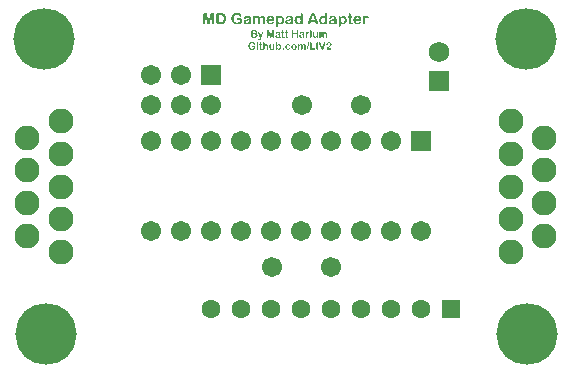
<source format=gts>
G04 Layer_Color=20142*
%FSLAX24Y24*%
%MOIN*%
G70*
G01*
G75*
%ADD27R,0.0671X0.0671*%
%ADD28C,0.0671*%
%ADD29R,0.0630X0.0630*%
%ADD30C,0.0630*%
%ADD31C,0.0828*%
%ADD32C,0.2049*%
%ADD33C,0.0670*%
%ADD34C,0.0671*%
%ADD35R,0.0671X0.0671*%
%ADD36C,0.0680*%
%ADD37R,0.0680X0.0680*%
G36*
X23555Y25933D02*
X23557Y25933D01*
X23559Y25932D01*
X23562Y25931D01*
X23564Y25930D01*
X23567Y25928D01*
X23570Y25926D01*
X23570Y25926D01*
X23571Y25925D01*
X23572Y25923D01*
X23573Y25921D01*
X23574Y25918D01*
X23575Y25915D01*
X23576Y25911D01*
X23576Y25907D01*
Y25774D01*
Y25773D01*
Y25773D01*
Y25772D01*
X23576Y25771D01*
Y25770D01*
X23576Y25769D01*
X23576Y25766D01*
X23575Y25762D01*
X23574Y25759D01*
X23572Y25756D01*
X23570Y25753D01*
X23569Y25752D01*
X23569Y25752D01*
X23567Y25751D01*
X23565Y25749D01*
X23563Y25748D01*
X23560Y25747D01*
X23557Y25746D01*
X23553Y25746D01*
X23552D01*
X23551Y25746D01*
X23550Y25746D01*
X23547Y25747D01*
X23545Y25748D01*
X23542Y25749D01*
X23539Y25751D01*
X23537Y25753D01*
X23536Y25753D01*
X23536Y25754D01*
X23535Y25756D01*
X23533Y25758D01*
X23532Y25761D01*
X23531Y25765D01*
X23530Y25769D01*
X23530Y25774D01*
Y25905D01*
Y25906D01*
Y25906D01*
Y25907D01*
X23530Y25908D01*
Y25909D01*
X23531Y25910D01*
X23531Y25913D01*
X23532Y25916D01*
X23533Y25920D01*
X23535Y25923D01*
X23537Y25926D01*
X23537Y25926D01*
X23538Y25927D01*
X23539Y25928D01*
X23541Y25929D01*
X23543Y25931D01*
X23546Y25932D01*
X23549Y25933D01*
X23553Y25933D01*
X23554D01*
X23555Y25933D01*
D02*
G37*
G36*
X23656Y25995D02*
X23658Y25995D01*
X23660Y25995D01*
X23662Y25994D01*
X23665Y25993D01*
X23667Y25991D01*
X23670Y25989D01*
X23670Y25989D01*
X23671Y25988D01*
X23672Y25987D01*
X23673Y25986D01*
X23674Y25984D01*
X23675Y25982D01*
X23676Y25980D01*
X23676Y25978D01*
Y25978D01*
X23676Y25977D01*
X23677Y25976D01*
X23677Y25973D01*
X23677Y25971D01*
X23677Y25968D01*
X23678Y25964D01*
Y25960D01*
Y25929D01*
X23696D01*
X23698Y25929D01*
X23700Y25928D01*
X23702Y25928D01*
X23705Y25927D01*
X23707Y25926D01*
X23709Y25924D01*
X23709Y25924D01*
X23710Y25924D01*
X23711Y25922D01*
X23712Y25921D01*
X23713Y25919D01*
X23714Y25917D01*
X23714Y25915D01*
X23714Y25912D01*
Y25912D01*
Y25912D01*
X23714Y25911D01*
X23714Y25909D01*
X23713Y25907D01*
X23712Y25905D01*
X23711Y25903D01*
X23709Y25901D01*
X23707Y25899D01*
X23707Y25899D01*
X23706Y25899D01*
X23704Y25898D01*
X23702Y25898D01*
X23699Y25897D01*
X23695Y25896D01*
X23691Y25896D01*
X23686Y25896D01*
X23678D01*
Y25811D01*
Y25811D01*
Y25810D01*
Y25810D01*
Y25809D01*
Y25807D01*
X23678Y25805D01*
Y25802D01*
X23678Y25799D01*
X23678Y25797D01*
X23678Y25794D01*
Y25794D01*
X23678Y25793D01*
X23679Y25792D01*
X23679Y25791D01*
X23680Y25789D01*
X23680Y25788D01*
X23681Y25786D01*
X23682Y25785D01*
X23682Y25785D01*
X23683Y25784D01*
X23684Y25784D01*
X23685Y25783D01*
X23686Y25782D01*
X23688Y25782D01*
X23690Y25781D01*
X23693Y25781D01*
X23695D01*
X23696Y25781D01*
X23697Y25782D01*
X23699Y25782D01*
X23701Y25782D01*
X23704Y25783D01*
X23704D01*
X23705Y25783D01*
X23706Y25783D01*
X23708Y25783D01*
X23711Y25784D01*
X23713Y25784D01*
X23716D01*
X23717Y25784D01*
X23718Y25783D01*
X23720Y25783D01*
X23721Y25782D01*
X23723Y25781D01*
X23725Y25780D01*
X23725Y25779D01*
X23725Y25779D01*
X23726Y25778D01*
X23727Y25777D01*
X23728Y25775D01*
X23728Y25773D01*
X23729Y25771D01*
X23729Y25768D01*
Y25768D01*
Y25768D01*
Y25767D01*
X23729Y25767D01*
X23729Y25765D01*
X23728Y25762D01*
X23726Y25759D01*
X23725Y25758D01*
X23724Y25757D01*
X23723Y25755D01*
X23721Y25754D01*
X23719Y25753D01*
X23717Y25751D01*
X23717D01*
X23716Y25751D01*
X23716Y25751D01*
X23715Y25751D01*
X23713Y25750D01*
X23712Y25750D01*
X23710Y25749D01*
X23708Y25749D01*
X23706Y25748D01*
X23703Y25748D01*
X23700Y25747D01*
X23697Y25747D01*
X23694Y25746D01*
X23690Y25746D01*
X23686Y25746D01*
X23680D01*
X23679Y25746D01*
X23677D01*
X23675Y25746D01*
X23672Y25746D01*
X23670Y25747D01*
X23665Y25748D01*
X23659Y25749D01*
X23654Y25751D01*
X23652Y25752D01*
X23649Y25753D01*
X23649D01*
X23649Y25753D01*
X23648Y25754D01*
X23648Y25754D01*
X23646Y25756D01*
X23643Y25758D01*
X23641Y25761D01*
X23638Y25764D01*
X23636Y25768D01*
X23635Y25773D01*
Y25773D01*
X23635Y25773D01*
X23634Y25774D01*
X23634Y25775D01*
X23634Y25777D01*
X23634Y25778D01*
X23633Y25780D01*
X23633Y25782D01*
X23633Y25784D01*
X23633Y25787D01*
X23632Y25790D01*
X23632Y25793D01*
X23632Y25796D01*
X23632Y25800D01*
X23631Y25803D01*
Y25807D01*
Y25896D01*
X23624D01*
X23622Y25896D01*
X23620Y25896D01*
X23617Y25897D01*
X23615Y25898D01*
X23612Y25899D01*
X23610Y25900D01*
X23610Y25901D01*
X23609Y25901D01*
X23608Y25902D01*
X23607Y25904D01*
X23606Y25905D01*
X23606Y25907D01*
X23605Y25910D01*
X23605Y25912D01*
Y25913D01*
X23605Y25914D01*
X23605Y25915D01*
X23606Y25916D01*
X23606Y25918D01*
X23607Y25920D01*
X23609Y25922D01*
X23610Y25924D01*
X23611Y25924D01*
X23611Y25925D01*
X23613Y25926D01*
X23614Y25927D01*
X23617Y25927D01*
X23619Y25928D01*
X23623Y25929D01*
X23626Y25929D01*
X23631D01*
Y25956D01*
Y25957D01*
Y25957D01*
Y25958D01*
Y25958D01*
Y25960D01*
Y25963D01*
X23632Y25966D01*
Y25968D01*
X23632Y25971D01*
X23632Y25974D01*
Y25974D01*
X23632Y25975D01*
X23632Y25976D01*
X23633Y25978D01*
X23633Y25979D01*
X23633Y25981D01*
X23634Y25983D01*
X23635Y25985D01*
X23635Y25985D01*
X23636Y25986D01*
X23636Y25986D01*
X23637Y25988D01*
X23638Y25989D01*
X23640Y25990D01*
X23641Y25991D01*
X23643Y25993D01*
X23643Y25993D01*
X23644Y25993D01*
X23645Y25993D01*
X23646Y25994D01*
X23648Y25995D01*
X23650Y25995D01*
X23652Y25995D01*
X23654Y25995D01*
X23655D01*
X23656Y25995D01*
D02*
G37*
G36*
X23770Y26001D02*
X23772Y26001D01*
X23774Y26000D01*
X23777Y26000D01*
X23780Y25998D01*
X23783Y25997D01*
X23785Y25994D01*
X23785Y25994D01*
X23786Y25993D01*
X23787Y25991D01*
X23788Y25989D01*
X23789Y25986D01*
X23790Y25982D01*
X23791Y25978D01*
X23791Y25973D01*
Y25905D01*
X23791Y25905D01*
X23792Y25905D01*
X23792Y25906D01*
X23793Y25907D01*
X23794Y25909D01*
X23797Y25911D01*
X23799Y25913D01*
X23802Y25916D01*
X23805Y25919D01*
X23808Y25921D01*
X23809D01*
X23809Y25921D01*
X23810Y25922D01*
X23811Y25923D01*
X23814Y25924D01*
X23816Y25926D01*
X23820Y25927D01*
X23823Y25929D01*
X23827Y25930D01*
X23827D01*
X23827Y25930D01*
X23828Y25930D01*
X23829Y25931D01*
X23830Y25931D01*
X23831Y25931D01*
X23833Y25931D01*
X23837Y25932D01*
X23840Y25933D01*
X23844Y25933D01*
X23848Y25933D01*
X23850D01*
X23851Y25933D01*
X23853D01*
X23855Y25933D01*
X23857Y25932D01*
X23859Y25932D01*
X23864Y25931D01*
X23869Y25930D01*
X23874Y25928D01*
X23880Y25925D01*
X23880D01*
X23880Y25925D01*
X23881Y25925D01*
X23882Y25924D01*
X23883Y25923D01*
X23884Y25922D01*
X23887Y25920D01*
X23891Y25917D01*
X23894Y25913D01*
X23898Y25909D01*
X23901Y25904D01*
X23901Y25904D01*
X23902Y25902D01*
X23903Y25901D01*
X23904Y25899D01*
X23905Y25896D01*
X23906Y25893D01*
X23907Y25889D01*
X23907Y25885D01*
Y25885D01*
Y25885D01*
X23908Y25884D01*
X23908Y25884D01*
Y25883D01*
X23908Y25882D01*
X23908Y25879D01*
X23909Y25875D01*
X23909Y25871D01*
X23909Y25867D01*
Y25862D01*
Y25774D01*
Y25773D01*
Y25773D01*
Y25772D01*
X23909Y25771D01*
Y25770D01*
X23909Y25769D01*
X23909Y25766D01*
X23908Y25762D01*
X23907Y25759D01*
X23905Y25756D01*
X23903Y25753D01*
X23902Y25752D01*
X23902Y25752D01*
X23900Y25751D01*
X23898Y25749D01*
X23896Y25748D01*
X23893Y25747D01*
X23890Y25746D01*
X23886Y25746D01*
X23885D01*
X23884Y25746D01*
X23883Y25746D01*
X23881Y25747D01*
X23879Y25747D01*
X23877Y25748D01*
X23875Y25749D01*
X23873Y25751D01*
X23871Y25753D01*
X23869Y25755D01*
X23867Y25758D01*
X23865Y25761D01*
X23864Y25764D01*
X23864Y25769D01*
X23863Y25774D01*
Y25851D01*
Y25852D01*
Y25852D01*
Y25854D01*
X23863Y25855D01*
Y25857D01*
X23863Y25859D01*
X23863Y25861D01*
X23863Y25864D01*
X23862Y25870D01*
X23861Y25875D01*
X23859Y25881D01*
X23858Y25883D01*
X23857Y25885D01*
Y25886D01*
X23856Y25886D01*
X23856Y25887D01*
X23856Y25887D01*
X23855Y25888D01*
X23854Y25889D01*
X23853Y25890D01*
X23851Y25892D01*
X23850Y25893D01*
X23848Y25894D01*
X23846Y25895D01*
X23843Y25896D01*
X23841Y25896D01*
X23838Y25897D01*
X23835Y25897D01*
X23832Y25897D01*
X23831D01*
X23830Y25897D01*
X23829D01*
X23827Y25897D01*
X23824Y25897D01*
X23821Y25896D01*
X23817Y25894D01*
X23814Y25893D01*
X23810Y25890D01*
X23809D01*
X23809Y25890D01*
X23809Y25890D01*
X23808Y25889D01*
X23806Y25888D01*
X23804Y25885D01*
X23802Y25883D01*
X23799Y25879D01*
X23797Y25875D01*
X23795Y25871D01*
Y25871D01*
X23795Y25871D01*
X23795Y25870D01*
X23794Y25869D01*
X23794Y25868D01*
X23794Y25867D01*
X23794Y25865D01*
X23793Y25863D01*
X23793Y25860D01*
X23792Y25858D01*
X23792Y25855D01*
X23792Y25851D01*
X23792Y25848D01*
X23791Y25844D01*
X23791Y25839D01*
Y25835D01*
Y25774D01*
Y25773D01*
Y25773D01*
Y25772D01*
Y25771D01*
X23791Y25770D01*
X23791Y25769D01*
X23791Y25766D01*
X23790Y25763D01*
X23789Y25759D01*
X23787Y25756D01*
X23785Y25753D01*
X23785Y25752D01*
X23784Y25752D01*
X23782Y25751D01*
X23781Y25749D01*
X23778Y25748D01*
X23775Y25747D01*
X23772Y25746D01*
X23768Y25746D01*
X23767D01*
X23766Y25746D01*
X23764Y25746D01*
X23763Y25747D01*
X23761Y25747D01*
X23759Y25748D01*
X23757Y25749D01*
X23754Y25751D01*
X23752Y25753D01*
X23751Y25755D01*
X23749Y25758D01*
X23747Y25761D01*
X23746Y25764D01*
X23745Y25769D01*
X23745Y25774D01*
Y25973D01*
Y25973D01*
Y25974D01*
Y25975D01*
X23745Y25976D01*
Y25977D01*
X23746Y25978D01*
X23746Y25981D01*
X23747Y25985D01*
X23748Y25988D01*
X23749Y25991D01*
X23751Y25994D01*
X23752Y25995D01*
X23752Y25995D01*
X23754Y25997D01*
X23755Y25998D01*
X23758Y25999D01*
X23761Y26000D01*
X23764Y26001D01*
X23768Y26001D01*
X23769D01*
X23770Y26001D01*
D02*
G37*
G36*
X25027Y26976D02*
X25030Y26976D01*
X25033Y26975D01*
X25037Y26974D01*
X25041Y26972D01*
X25045Y26970D01*
X25049Y26966D01*
X25049Y26966D01*
X25050Y26964D01*
X25051Y26962D01*
X25053Y26959D01*
X25054Y26955D01*
X25056Y26950D01*
X25057Y26944D01*
X25057Y26937D01*
Y26633D01*
Y26633D01*
Y26632D01*
Y26631D01*
Y26630D01*
X25057Y26628D01*
X25057Y26626D01*
X25056Y26622D01*
X25055Y26617D01*
X25053Y26612D01*
X25051Y26607D01*
X25048Y26603D01*
X25048Y26603D01*
X25046Y26602D01*
X25044Y26600D01*
X25042Y26599D01*
X25038Y26597D01*
X25034Y26595D01*
X25030Y26594D01*
X25024Y26594D01*
X25024D01*
X25022Y26594D01*
X25019Y26594D01*
X25016Y26595D01*
X25013Y26596D01*
X25009Y26598D01*
X25005Y26600D01*
X25001Y26604D01*
X25001Y26604D01*
X25000Y26606D01*
X24998Y26608D01*
X24997Y26611D01*
X24995Y26615D01*
X24993Y26620D01*
X24992Y26626D01*
X24992Y26633D01*
Y26640D01*
X24992Y26639D01*
X24991Y26639D01*
X24991Y26638D01*
X24990Y26637D01*
X24987Y26634D01*
X24983Y26630D01*
X24979Y26626D01*
X24974Y26622D01*
X24969Y26618D01*
X24964Y26614D01*
X24964D01*
X24964Y26613D01*
X24963Y26613D01*
X24962Y26612D01*
X24959Y26611D01*
X24956Y26608D01*
X24951Y26606D01*
X24946Y26603D01*
X24941Y26601D01*
X24935Y26599D01*
X24935D01*
X24934Y26599D01*
X24934Y26598D01*
X24932Y26598D01*
X24931Y26598D01*
X24929Y26597D01*
X24925Y26596D01*
X24920Y26595D01*
X24914Y26594D01*
X24908Y26594D01*
X24901Y26594D01*
X24898D01*
X24896Y26594D01*
X24894D01*
X24892Y26594D01*
X24889Y26594D01*
X24886Y26595D01*
X24878Y26596D01*
X24871Y26598D01*
X24863Y26601D01*
X24855Y26604D01*
X24854D01*
X24854Y26604D01*
X24853Y26605D01*
X24851Y26606D01*
X24849Y26607D01*
X24847Y26608D01*
X24842Y26612D01*
X24836Y26616D01*
X24830Y26621D01*
X24824Y26627D01*
X24818Y26634D01*
X24818Y26634D01*
X24817Y26635D01*
X24817Y26636D01*
X24816Y26637D01*
X24814Y26639D01*
X24813Y26641D01*
X24811Y26644D01*
X24809Y26647D01*
X24808Y26650D01*
X24806Y26654D01*
X24802Y26661D01*
X24798Y26670D01*
X24795Y26679D01*
Y26680D01*
X24794Y26681D01*
X24794Y26682D01*
X24794Y26684D01*
X24793Y26686D01*
X24792Y26689D01*
X24792Y26693D01*
X24791Y26696D01*
X24790Y26701D01*
X24790Y26705D01*
X24789Y26710D01*
X24788Y26715D01*
X24787Y26725D01*
X24787Y26736D01*
Y26737D01*
Y26737D01*
Y26738D01*
Y26739D01*
Y26741D01*
X24787Y26742D01*
Y26745D01*
X24788Y26747D01*
X24788Y26752D01*
X24789Y26759D01*
X24790Y26766D01*
X24791Y26773D01*
X24793Y26781D01*
X24795Y26789D01*
X24797Y26798D01*
X24800Y26806D01*
X24804Y26814D01*
X24808Y26822D01*
X24813Y26830D01*
X24819Y26837D01*
X24819Y26838D01*
X24820Y26839D01*
X24822Y26840D01*
X24824Y26843D01*
X24827Y26845D01*
X24831Y26848D01*
X24836Y26852D01*
X24841Y26855D01*
X24847Y26859D01*
X24853Y26862D01*
X24860Y26865D01*
X24867Y26868D01*
X24875Y26870D01*
X24883Y26872D01*
X24892Y26873D01*
X24902Y26873D01*
X24904D01*
X24907Y26873D01*
X24909D01*
X24912Y26873D01*
X24916Y26873D01*
X24919Y26872D01*
X24927Y26871D01*
X24936Y26869D01*
X24944Y26866D01*
X24952Y26863D01*
X24952D01*
X24953Y26863D01*
X24954Y26862D01*
X24955Y26861D01*
X24957Y26860D01*
X24959Y26859D01*
X24962Y26857D01*
X24965Y26855D01*
X24971Y26851D01*
X24977Y26845D01*
X24985Y26839D01*
X24992Y26832D01*
Y26934D01*
Y26934D01*
Y26934D01*
Y26935D01*
X24992Y26937D01*
Y26939D01*
X24993Y26941D01*
X24993Y26945D01*
X24994Y26951D01*
X24996Y26956D01*
X24998Y26961D01*
X25000Y26965D01*
X25001Y26966D01*
X25002Y26967D01*
X25004Y26969D01*
X25007Y26971D01*
X25010Y26973D01*
X25014Y26975D01*
X25019Y26976D01*
X25024Y26976D01*
X25026D01*
X25027Y26976D01*
D02*
G37*
G36*
X25851D02*
X25854Y26976D01*
X25858Y26975D01*
X25862Y26974D01*
X25865Y26972D01*
X25869Y26970D01*
X25873Y26966D01*
X25873Y26966D01*
X25874Y26964D01*
X25876Y26962D01*
X25877Y26959D01*
X25879Y26955D01*
X25880Y26950D01*
X25881Y26944D01*
X25881Y26937D01*
Y26633D01*
Y26633D01*
Y26632D01*
Y26631D01*
Y26630D01*
X25881Y26628D01*
X25881Y26626D01*
X25880Y26622D01*
X25879Y26617D01*
X25878Y26612D01*
X25875Y26607D01*
X25872Y26603D01*
X25872Y26603D01*
X25871Y26602D01*
X25869Y26600D01*
X25866Y26599D01*
X25863Y26597D01*
X25858Y26595D01*
X25854Y26594D01*
X25849Y26594D01*
X25848D01*
X25847Y26594D01*
X25844Y26594D01*
X25840Y26595D01*
X25837Y26596D01*
X25833Y26598D01*
X25829Y26600D01*
X25826Y26604D01*
X25825Y26604D01*
X25824Y26606D01*
X25823Y26608D01*
X25821Y26611D01*
X25819Y26615D01*
X25818Y26620D01*
X25817Y26626D01*
X25816Y26633D01*
Y26640D01*
X25816Y26639D01*
X25816Y26639D01*
X25815Y26638D01*
X25814Y26637D01*
X25811Y26634D01*
X25807Y26630D01*
X25803Y26626D01*
X25799Y26622D01*
X25794Y26618D01*
X25789Y26614D01*
X25788D01*
X25788Y26613D01*
X25787Y26613D01*
X25786Y26612D01*
X25784Y26611D01*
X25780Y26608D01*
X25776Y26606D01*
X25771Y26603D01*
X25765Y26601D01*
X25760Y26599D01*
X25759D01*
X25759Y26599D01*
X25758Y26598D01*
X25757Y26598D01*
X25755Y26598D01*
X25753Y26597D01*
X25749Y26596D01*
X25744Y26595D01*
X25738Y26594D01*
X25732Y26594D01*
X25725Y26594D01*
X25722D01*
X25721Y26594D01*
X25719D01*
X25716Y26594D01*
X25713Y26594D01*
X25710Y26595D01*
X25703Y26596D01*
X25695Y26598D01*
X25687Y26601D01*
X25679Y26604D01*
X25679D01*
X25678Y26604D01*
X25677Y26605D01*
X25675Y26606D01*
X25674Y26607D01*
X25671Y26608D01*
X25666Y26612D01*
X25661Y26616D01*
X25655Y26621D01*
X25648Y26627D01*
X25642Y26634D01*
X25642Y26634D01*
X25642Y26635D01*
X25641Y26636D01*
X25640Y26637D01*
X25639Y26639D01*
X25637Y26641D01*
X25635Y26644D01*
X25634Y26647D01*
X25632Y26650D01*
X25630Y26654D01*
X25626Y26661D01*
X25622Y26670D01*
X25619Y26679D01*
Y26680D01*
X25619Y26681D01*
X25618Y26682D01*
X25618Y26684D01*
X25617Y26686D01*
X25617Y26689D01*
X25616Y26693D01*
X25615Y26696D01*
X25614Y26701D01*
X25614Y26705D01*
X25613Y26710D01*
X25612Y26715D01*
X25612Y26725D01*
X25611Y26736D01*
Y26737D01*
Y26737D01*
Y26738D01*
Y26739D01*
Y26741D01*
X25612Y26742D01*
Y26745D01*
X25612Y26747D01*
X25612Y26752D01*
X25613Y26759D01*
X25614Y26766D01*
X25615Y26773D01*
X25617Y26781D01*
X25619Y26789D01*
X25622Y26798D01*
X25625Y26806D01*
X25628Y26814D01*
X25632Y26822D01*
X25637Y26830D01*
X25643Y26837D01*
X25643Y26838D01*
X25644Y26839D01*
X25646Y26840D01*
X25649Y26843D01*
X25652Y26845D01*
X25656Y26848D01*
X25660Y26852D01*
X25665Y26855D01*
X25671Y26859D01*
X25677Y26862D01*
X25684Y26865D01*
X25691Y26868D01*
X25699Y26870D01*
X25708Y26872D01*
X25717Y26873D01*
X25726Y26873D01*
X25729D01*
X25731Y26873D01*
X25734D01*
X25737Y26873D01*
X25740Y26873D01*
X25744Y26872D01*
X25751Y26871D01*
X25760Y26869D01*
X25768Y26866D01*
X25776Y26863D01*
X25776D01*
X25777Y26863D01*
X25778Y26862D01*
X25780Y26861D01*
X25781Y26860D01*
X25784Y26859D01*
X25786Y26857D01*
X25789Y26855D01*
X25795Y26851D01*
X25802Y26845D01*
X25809Y26839D01*
X25816Y26832D01*
Y26934D01*
Y26934D01*
Y26934D01*
Y26935D01*
X25817Y26937D01*
Y26939D01*
X25817Y26941D01*
X25817Y26945D01*
X25818Y26951D01*
X25820Y26956D01*
X25822Y26961D01*
X25825Y26965D01*
X25825Y26966D01*
X25826Y26967D01*
X25828Y26969D01*
X25831Y26971D01*
X25834Y26973D01*
X25839Y26975D01*
X25843Y26976D01*
X25849Y26976D01*
X25850D01*
X25851Y26976D01*
D02*
G37*
G36*
X22880D02*
X22883D01*
X22887Y26976D01*
X22892Y26976D01*
X22896Y26975D01*
X22901Y26975D01*
X22906Y26974D01*
X22918Y26972D01*
X22929Y26970D01*
X22940Y26966D01*
X22940D01*
X22941Y26966D01*
X22943Y26965D01*
X22945Y26965D01*
X22947Y26964D01*
X22950Y26963D01*
X22953Y26961D01*
X22957Y26960D01*
X22964Y26956D01*
X22972Y26952D01*
X22980Y26947D01*
X22987Y26941D01*
X22987Y26941D01*
X22988Y26941D01*
X22988Y26940D01*
X22990Y26938D01*
X22991Y26937D01*
X22993Y26935D01*
X22997Y26932D01*
X23001Y26927D01*
X23006Y26921D01*
X23010Y26916D01*
X23014Y26909D01*
Y26909D01*
X23014Y26908D01*
X23015Y26907D01*
X23015Y26906D01*
X23016Y26903D01*
X23018Y26899D01*
X23020Y26894D01*
X23021Y26889D01*
X23023Y26884D01*
X23023Y26879D01*
Y26879D01*
Y26879D01*
Y26878D01*
X23023Y26877D01*
X23022Y26874D01*
X23021Y26871D01*
X23020Y26867D01*
X23018Y26863D01*
X23016Y26859D01*
X23012Y26855D01*
X23012Y26855D01*
X23010Y26853D01*
X23008Y26852D01*
X23005Y26850D01*
X23002Y26848D01*
X22997Y26847D01*
X22993Y26846D01*
X22987Y26845D01*
X22986D01*
X22984Y26845D01*
X22982Y26846D01*
X22980Y26846D01*
X22977Y26847D01*
X22975Y26848D01*
X22972Y26849D01*
X22972Y26849D01*
X22971Y26850D01*
X22969Y26850D01*
X22967Y26852D01*
X22965Y26853D01*
X22964Y26855D01*
X22961Y26857D01*
X22959Y26859D01*
X22959Y26860D01*
X22959Y26860D01*
X22958Y26861D01*
X22957Y26863D01*
X22956Y26865D01*
X22954Y26867D01*
X22951Y26872D01*
X22947Y26877D01*
X22943Y26883D01*
X22939Y26888D01*
X22936Y26892D01*
X22935Y26893D01*
X22934Y26894D01*
X22932Y26896D01*
X22929Y26899D01*
X22925Y26902D01*
X22921Y26905D01*
X22916Y26908D01*
X22910Y26911D01*
X22910D01*
X22909Y26911D01*
X22908Y26912D01*
X22907Y26912D01*
X22905Y26913D01*
X22903Y26913D01*
X22901Y26914D01*
X22898Y26915D01*
X22896Y26916D01*
X22892Y26916D01*
X22885Y26917D01*
X22877Y26918D01*
X22868Y26919D01*
X22864D01*
X22862Y26918D01*
X22859Y26918D01*
X22856Y26918D01*
X22853Y26917D01*
X22846Y26916D01*
X22838Y26915D01*
X22829Y26912D01*
X22822Y26909D01*
X22821D01*
X22821Y26909D01*
X22820Y26909D01*
X22818Y26908D01*
X22816Y26907D01*
X22815Y26906D01*
X22810Y26903D01*
X22804Y26899D01*
X22798Y26895D01*
X22792Y26889D01*
X22787Y26883D01*
X22786Y26883D01*
X22786Y26883D01*
X22785Y26882D01*
X22784Y26880D01*
X22783Y26879D01*
X22782Y26877D01*
X22780Y26874D01*
X22778Y26872D01*
X22777Y26869D01*
X22775Y26866D01*
X22771Y26859D01*
X22768Y26850D01*
X22764Y26842D01*
Y26841D01*
X22764Y26840D01*
X22764Y26839D01*
X22763Y26837D01*
X22763Y26835D01*
X22762Y26832D01*
X22761Y26829D01*
X22761Y26825D01*
X22760Y26822D01*
X22759Y26817D01*
X22759Y26813D01*
X22758Y26808D01*
X22757Y26798D01*
X22757Y26787D01*
Y26787D01*
Y26786D01*
Y26785D01*
Y26784D01*
Y26783D01*
X22757Y26781D01*
Y26779D01*
X22757Y26776D01*
X22758Y26771D01*
X22759Y26765D01*
X22759Y26758D01*
X22761Y26750D01*
X22762Y26742D01*
X22764Y26734D01*
X22767Y26725D01*
X22770Y26717D01*
X22773Y26709D01*
X22777Y26701D01*
X22782Y26694D01*
X22787Y26687D01*
X22787Y26686D01*
X22788Y26685D01*
X22790Y26683D01*
X22792Y26681D01*
X22795Y26679D01*
X22799Y26676D01*
X22803Y26673D01*
X22808Y26669D01*
X22814Y26666D01*
X22820Y26663D01*
X22827Y26660D01*
X22835Y26657D01*
X22843Y26655D01*
X22851Y26653D01*
X22860Y26652D01*
X22870Y26652D01*
X22875D01*
X22877Y26652D01*
X22880D01*
X22883Y26652D01*
X22886Y26653D01*
X22894Y26653D01*
X22902Y26655D01*
X22911Y26656D01*
X22919Y26658D01*
X22919D01*
X22920Y26659D01*
X22921Y26659D01*
X22923Y26660D01*
X22925Y26660D01*
X22928Y26661D01*
X22931Y26662D01*
X22934Y26663D01*
X22941Y26666D01*
X22949Y26670D01*
X22957Y26673D01*
X22966Y26678D01*
Y26738D01*
X22904D01*
X22902Y26738D01*
X22900D01*
X22896Y26739D01*
X22891Y26740D01*
X22885Y26741D01*
X22880Y26742D01*
X22876Y26744D01*
X22875Y26745D01*
X22874Y26745D01*
X22872Y26747D01*
X22870Y26749D01*
X22868Y26752D01*
X22867Y26756D01*
X22865Y26761D01*
X22865Y26766D01*
Y26766D01*
Y26766D01*
X22865Y26768D01*
X22865Y26770D01*
X22866Y26773D01*
X22867Y26776D01*
X22869Y26779D01*
X22871Y26783D01*
X22874Y26786D01*
X22874Y26786D01*
X22875Y26788D01*
X22877Y26789D01*
X22880Y26790D01*
X22884Y26792D01*
X22888Y26793D01*
X22893Y26794D01*
X22898Y26794D01*
X22986D01*
X22989Y26794D01*
X22993D01*
X22997Y26794D01*
X23001Y26793D01*
X23006Y26793D01*
X23010Y26791D01*
X23011D01*
X23012Y26791D01*
X23014Y26790D01*
X23016Y26789D01*
X23019Y26787D01*
X23022Y26785D01*
X23025Y26782D01*
X23028Y26779D01*
X23028Y26778D01*
X23029Y26777D01*
X23030Y26775D01*
X23031Y26772D01*
X23032Y26768D01*
X23033Y26763D01*
X23034Y26757D01*
X23034Y26750D01*
Y26679D01*
Y26679D01*
Y26679D01*
Y26677D01*
X23034Y26675D01*
Y26671D01*
X23034Y26668D01*
X23033Y26664D01*
X23033Y26660D01*
X23031Y26657D01*
Y26656D01*
X23031Y26655D01*
X23030Y26654D01*
X23029Y26652D01*
X23028Y26649D01*
X23026Y26647D01*
X23024Y26644D01*
X23021Y26642D01*
X23021Y26641D01*
X23020Y26640D01*
X23018Y26639D01*
X23016Y26637D01*
X23013Y26635D01*
X23010Y26633D01*
X23006Y26631D01*
X23002Y26629D01*
X23002Y26628D01*
X23001Y26628D01*
X22999Y26627D01*
X22996Y26625D01*
X22993Y26624D01*
X22990Y26622D01*
X22986Y26620D01*
X22982Y26618D01*
X22977Y26616D01*
X22972Y26614D01*
X22961Y26610D01*
X22949Y26606D01*
X22937Y26602D01*
X22937D01*
X22936Y26602D01*
X22934Y26601D01*
X22932Y26601D01*
X22929Y26600D01*
X22926Y26599D01*
X22922Y26599D01*
X22918Y26598D01*
X22913Y26597D01*
X22907Y26596D01*
X22902Y26596D01*
X22896Y26595D01*
X22890Y26594D01*
X22883Y26594D01*
X22870Y26594D01*
X22866D01*
X22863Y26594D01*
X22859D01*
X22855Y26594D01*
X22850Y26595D01*
X22844Y26595D01*
X22838Y26596D01*
X22832Y26597D01*
X22819Y26599D01*
X22806Y26602D01*
X22799Y26604D01*
X22792Y26607D01*
X22792Y26607D01*
X22790Y26607D01*
X22789Y26608D01*
X22786Y26609D01*
X22783Y26611D01*
X22780Y26612D01*
X22776Y26614D01*
X22771Y26616D01*
X22767Y26619D01*
X22762Y26622D01*
X22757Y26625D01*
X22752Y26628D01*
X22747Y26632D01*
X22742Y26636D01*
X22737Y26640D01*
X22732Y26645D01*
X22732Y26645D01*
X22731Y26646D01*
X22730Y26647D01*
X22728Y26649D01*
X22726Y26652D01*
X22723Y26655D01*
X22721Y26658D01*
X22718Y26662D01*
X22715Y26666D01*
X22712Y26670D01*
X22709Y26676D01*
X22706Y26681D01*
X22702Y26686D01*
X22700Y26693D01*
X22696Y26699D01*
X22694Y26705D01*
Y26706D01*
X22693Y26707D01*
X22693Y26709D01*
X22692Y26712D01*
X22691Y26715D01*
X22690Y26719D01*
X22689Y26724D01*
X22688Y26729D01*
X22686Y26734D01*
X22685Y26740D01*
X22684Y26747D01*
X22683Y26754D01*
X22682Y26761D01*
X22682Y26769D01*
X22681Y26777D01*
X22681Y26785D01*
Y26786D01*
Y26787D01*
Y26789D01*
X22681Y26792D01*
Y26796D01*
X22682Y26801D01*
X22682Y26806D01*
X22683Y26811D01*
X22683Y26817D01*
X22684Y26823D01*
X22686Y26836D01*
X22690Y26850D01*
X22692Y26857D01*
X22694Y26864D01*
X22694Y26864D01*
X22694Y26865D01*
X22695Y26867D01*
X22696Y26870D01*
X22698Y26873D01*
X22699Y26876D01*
X22701Y26880D01*
X22703Y26885D01*
X22706Y26889D01*
X22709Y26894D01*
X22712Y26899D01*
X22715Y26905D01*
X22719Y26910D01*
X22723Y26915D01*
X22727Y26920D01*
X22732Y26925D01*
X22732Y26925D01*
X22733Y26926D01*
X22734Y26927D01*
X22736Y26929D01*
X22739Y26931D01*
X22741Y26933D01*
X22745Y26936D01*
X22749Y26939D01*
X22753Y26942D01*
X22757Y26945D01*
X22762Y26948D01*
X22768Y26952D01*
X22774Y26955D01*
X22780Y26958D01*
X22786Y26961D01*
X22792Y26963D01*
X22793Y26963D01*
X22794Y26964D01*
X22796Y26964D01*
X22799Y26965D01*
X22802Y26966D01*
X22806Y26967D01*
X22811Y26969D01*
X22816Y26970D01*
X22822Y26971D01*
X22828Y26972D01*
X22835Y26973D01*
X22842Y26974D01*
X22849Y26975D01*
X22857Y26976D01*
X22865Y26976D01*
X22874Y26976D01*
X22877D01*
X22880Y26976D01*
D02*
G37*
G36*
X24923Y25932D02*
X24925Y25932D01*
X24928Y25931D01*
X24930Y25930D01*
X24933Y25929D01*
X24936Y25926D01*
X24936Y25926D01*
X24936Y25925D01*
X24938Y25924D01*
X24939Y25922D01*
X24940Y25919D01*
X24941Y25916D01*
X24942Y25913D01*
X24942Y25909D01*
Y25905D01*
X24942Y25905D01*
X24942Y25905D01*
X24943Y25906D01*
X24944Y25907D01*
X24945Y25908D01*
X24946Y25910D01*
X24948Y25911D01*
X24950Y25913D01*
X24953Y25916D01*
X24958Y25920D01*
X24963Y25923D01*
X24968Y25926D01*
X24968D01*
X24968Y25926D01*
X24969Y25926D01*
X24970Y25927D01*
X24971Y25927D01*
X24973Y25928D01*
X24975Y25929D01*
X24976Y25929D01*
X24979Y25930D01*
X24981Y25930D01*
X24986Y25931D01*
X24992Y25932D01*
X24998Y25933D01*
X25000D01*
X25001Y25932D01*
X25002D01*
X25004Y25932D01*
X25006Y25932D01*
X25008Y25932D01*
X25013Y25931D01*
X25018Y25930D01*
X25023Y25928D01*
X25028Y25926D01*
X25028D01*
X25028Y25925D01*
X25029Y25925D01*
X25030Y25924D01*
X25031Y25924D01*
X25032Y25923D01*
X25035Y25920D01*
X25038Y25917D01*
X25042Y25914D01*
X25045Y25910D01*
X25048Y25905D01*
X25048Y25905D01*
X25049Y25905D01*
X25049Y25906D01*
X25050Y25907D01*
X25051Y25908D01*
X25053Y25909D01*
X25054Y25911D01*
X25056Y25913D01*
X25059Y25916D01*
X25064Y25920D01*
X25068Y25923D01*
X25073Y25926D01*
X25073D01*
X25074Y25926D01*
X25074Y25926D01*
X25076Y25927D01*
X25077Y25927D01*
X25078Y25928D01*
X25080Y25929D01*
X25082Y25929D01*
X25084Y25930D01*
X25086Y25930D01*
X25091Y25931D01*
X25097Y25932D01*
X25103Y25933D01*
X25105D01*
X25106Y25932D01*
X25108D01*
X25109Y25932D01*
X25112Y25932D01*
X25114Y25932D01*
X25119Y25931D01*
X25124Y25929D01*
X25130Y25928D01*
X25135Y25925D01*
X25136D01*
X25136Y25925D01*
X25137Y25924D01*
X25138Y25924D01*
X25139Y25923D01*
X25140Y25922D01*
X25143Y25920D01*
X25146Y25917D01*
X25150Y25913D01*
X25153Y25909D01*
X25156Y25904D01*
Y25904D01*
X25156Y25903D01*
X25156Y25903D01*
X25157Y25902D01*
X25157Y25900D01*
X25158Y25899D01*
X25158Y25897D01*
X25159Y25894D01*
X25159Y25892D01*
X25160Y25889D01*
X25160Y25886D01*
X25161Y25882D01*
X25161Y25878D01*
X25162Y25874D01*
X25162Y25869D01*
Y25865D01*
Y25775D01*
Y25774D01*
Y25774D01*
Y25773D01*
X25162Y25772D01*
Y25771D01*
X25161Y25770D01*
X25161Y25766D01*
X25160Y25763D01*
X25159Y25759D01*
X25157Y25756D01*
X25155Y25753D01*
X25155Y25753D01*
X25154Y25752D01*
X25153Y25751D01*
X25150Y25749D01*
X25148Y25748D01*
X25145Y25747D01*
X25142Y25746D01*
X25138Y25746D01*
X25137D01*
X25136Y25746D01*
X25134Y25746D01*
X25132Y25747D01*
X25129Y25748D01*
X25126Y25749D01*
X25123Y25751D01*
X25121Y25753D01*
X25120Y25753D01*
X25120Y25754D01*
X25119Y25756D01*
X25117Y25759D01*
X25116Y25761D01*
X25115Y25765D01*
X25114Y25770D01*
X25114Y25775D01*
Y25852D01*
Y25852D01*
Y25853D01*
Y25854D01*
Y25855D01*
Y25856D01*
Y25857D01*
X25114Y25861D01*
X25114Y25864D01*
X25113Y25868D01*
X25113Y25872D01*
X25113Y25876D01*
Y25876D01*
Y25876D01*
X25112Y25877D01*
X25112Y25879D01*
X25111Y25881D01*
X25111Y25884D01*
X25109Y25886D01*
X25108Y25889D01*
X25106Y25891D01*
X25106Y25891D01*
X25105Y25892D01*
X25104Y25893D01*
X25102Y25894D01*
X25099Y25895D01*
X25096Y25896D01*
X25093Y25897D01*
X25089Y25897D01*
X25087D01*
X25086Y25897D01*
X25083Y25896D01*
X25081Y25896D01*
X25078Y25895D01*
X25075Y25893D01*
X25072Y25892D01*
X25071Y25891D01*
X25070Y25891D01*
X25069Y25889D01*
X25067Y25888D01*
X25065Y25886D01*
X25063Y25883D01*
X25061Y25880D01*
X25059Y25877D01*
Y25877D01*
X25059Y25877D01*
X25059Y25876D01*
X25058Y25875D01*
X25058Y25874D01*
X25057Y25872D01*
X25057Y25870D01*
X25057Y25868D01*
X25056Y25865D01*
X25056Y25862D01*
X25055Y25859D01*
X25055Y25855D01*
X25054Y25851D01*
X25054Y25846D01*
X25054Y25841D01*
Y25836D01*
Y25775D01*
Y25774D01*
Y25774D01*
Y25773D01*
X25054Y25772D01*
Y25771D01*
X25054Y25770D01*
X25053Y25766D01*
X25052Y25763D01*
X25051Y25759D01*
X25049Y25756D01*
X25047Y25753D01*
X25047Y25753D01*
X25046Y25752D01*
X25045Y25751D01*
X25043Y25749D01*
X25040Y25748D01*
X25037Y25747D01*
X25034Y25746D01*
X25030Y25746D01*
X25029D01*
X25028Y25746D01*
X25026Y25746D01*
X25024Y25747D01*
X25021Y25748D01*
X25018Y25749D01*
X25016Y25751D01*
X25013Y25753D01*
X25013Y25753D01*
X25012Y25754D01*
X25011Y25756D01*
X25010Y25758D01*
X25009Y25761D01*
X25008Y25765D01*
X25007Y25770D01*
X25007Y25775D01*
Y25848D01*
Y25848D01*
Y25849D01*
Y25850D01*
Y25851D01*
Y25852D01*
Y25854D01*
X25006Y25856D01*
Y25858D01*
X25006Y25862D01*
X25006Y25867D01*
X25006Y25871D01*
X25005Y25875D01*
Y25875D01*
Y25875D01*
X25005Y25876D01*
Y25877D01*
X25005Y25878D01*
X25004Y25881D01*
X25003Y25883D01*
X25002Y25886D01*
X25001Y25888D01*
X24999Y25891D01*
X24999Y25891D01*
X24998Y25892D01*
X24997Y25893D01*
X24995Y25894D01*
X24993Y25895D01*
X24990Y25896D01*
X24986Y25897D01*
X24982Y25897D01*
X24981D01*
X24980Y25897D01*
X24979D01*
X24977Y25897D01*
X24975Y25896D01*
X24973Y25896D01*
X24970Y25895D01*
X24968Y25894D01*
X24965Y25893D01*
X24963Y25892D01*
X24960Y25891D01*
X24958Y25889D01*
X24956Y25887D01*
X24954Y25884D01*
X24953Y25882D01*
Y25881D01*
X24952Y25881D01*
X24952Y25880D01*
X24951Y25879D01*
X24951Y25877D01*
X24950Y25875D01*
X24950Y25873D01*
X24949Y25870D01*
X24948Y25867D01*
X24948Y25864D01*
X24947Y25860D01*
X24947Y25856D01*
X24946Y25852D01*
X24946Y25847D01*
X24946Y25842D01*
Y25837D01*
Y25775D01*
Y25774D01*
Y25774D01*
Y25773D01*
X24945Y25772D01*
Y25771D01*
X24945Y25770D01*
X24945Y25767D01*
X24944Y25763D01*
X24943Y25759D01*
X24941Y25756D01*
X24939Y25753D01*
X24938Y25753D01*
X24938Y25752D01*
X24936Y25751D01*
X24934Y25749D01*
X24932Y25748D01*
X24929Y25747D01*
X24926Y25746D01*
X24922Y25746D01*
X24921D01*
X24920Y25746D01*
X24918Y25746D01*
X24916Y25747D01*
X24913Y25748D01*
X24910Y25749D01*
X24907Y25751D01*
X24905Y25753D01*
X24904Y25753D01*
X24904Y25754D01*
X24903Y25756D01*
X24901Y25759D01*
X24900Y25761D01*
X24899Y25765D01*
X24899Y25770D01*
X24898Y25775D01*
Y25906D01*
Y25907D01*
Y25907D01*
Y25908D01*
X24898Y25909D01*
Y25909D01*
X24899Y25911D01*
X24899Y25914D01*
X24900Y25917D01*
X24901Y25920D01*
X24902Y25923D01*
X24904Y25926D01*
X24904Y25926D01*
X24905Y25927D01*
X24906Y25928D01*
X24908Y25929D01*
X24911Y25931D01*
X24913Y25932D01*
X24916Y25932D01*
X24920Y25933D01*
X24921D01*
X24923Y25932D01*
D02*
G37*
G36*
X25261Y26001D02*
X25263Y26001D01*
X25265Y26000D01*
X25267Y26000D01*
X25269Y25999D01*
X25271Y25997D01*
X25271Y25997D01*
X25271Y25997D01*
X25272Y25996D01*
X25273Y25994D01*
X25274Y25993D01*
X25274Y25991D01*
X25275Y25989D01*
X25275Y25986D01*
Y25986D01*
Y25985D01*
X25275Y25984D01*
X25275Y25982D01*
X25274Y25979D01*
X25274Y25976D01*
X25273Y25974D01*
X25273Y25972D01*
X25272Y25970D01*
X25271Y25967D01*
X25224Y25773D01*
Y25772D01*
X25224Y25772D01*
Y25772D01*
X25224Y25771D01*
X25223Y25769D01*
X25223Y25767D01*
X25222Y25765D01*
X25222Y25762D01*
X25221Y25760D01*
X25220Y25757D01*
Y25757D01*
X25220Y25756D01*
X25219Y25756D01*
X25219Y25754D01*
X25217Y25751D01*
X25216Y25750D01*
X25215Y25749D01*
X25215Y25749D01*
X25214Y25748D01*
X25213Y25748D01*
X25212Y25747D01*
X25211Y25747D01*
X25209Y25746D01*
X25207Y25746D01*
X25204Y25746D01*
X25204D01*
X25203Y25746D01*
X25202D01*
X25200Y25746D01*
X25199Y25746D01*
X25196Y25748D01*
X25194Y25748D01*
X25192Y25749D01*
X25191Y25751D01*
X25190Y25752D01*
X25189Y25754D01*
X25188Y25756D01*
X25187Y25758D01*
X25187Y25761D01*
Y25761D01*
Y25761D01*
X25187Y25763D01*
X25187Y25764D01*
X25188Y25766D01*
X25188Y25767D01*
X25188Y25768D01*
X25189Y25770D01*
X25189Y25772D01*
X25189Y25775D01*
X25190Y25777D01*
X25190Y25780D01*
X25237Y25974D01*
Y25975D01*
X25238Y25975D01*
X25238Y25976D01*
X25238Y25977D01*
X25238Y25978D01*
X25239Y25980D01*
X25240Y25983D01*
X25241Y25986D01*
X25242Y25990D01*
X25243Y25993D01*
X25244Y25995D01*
X25244Y25996D01*
X25245Y25996D01*
X25245Y25997D01*
X25246Y25998D01*
X25247Y25999D01*
X25249Y26000D01*
X25252Y26000D01*
X25254Y26001D01*
X25258Y26001D01*
X25259D01*
X25261Y26001D01*
D02*
G37*
G36*
X25543D02*
X25545Y26001D01*
X25548Y26000D01*
X25551Y26000D01*
X25554Y25998D01*
X25557Y25996D01*
X25560Y25994D01*
X25560Y25993D01*
X25561Y25992D01*
X25562Y25991D01*
X25563Y25988D01*
X25565Y25985D01*
X25566Y25981D01*
X25567Y25976D01*
X25567Y25971D01*
Y25776D01*
Y25776D01*
Y25776D01*
Y25775D01*
X25567Y25774D01*
Y25773D01*
X25567Y25771D01*
X25566Y25768D01*
X25565Y25764D01*
X25564Y25760D01*
X25562Y25756D01*
X25560Y25753D01*
X25560Y25753D01*
X25559Y25752D01*
X25557Y25751D01*
X25555Y25750D01*
X25552Y25748D01*
X25549Y25747D01*
X25546Y25746D01*
X25542Y25746D01*
X25540D01*
X25540Y25746D01*
X25538Y25746D01*
X25535Y25747D01*
X25533Y25748D01*
X25530Y25749D01*
X25527Y25751D01*
X25524Y25753D01*
X25523Y25754D01*
X25523Y25755D01*
X25522Y25756D01*
X25521Y25759D01*
X25519Y25762D01*
X25518Y25766D01*
X25517Y25771D01*
X25517Y25776D01*
Y25971D01*
Y25971D01*
Y25972D01*
Y25972D01*
X25517Y25973D01*
Y25975D01*
X25517Y25976D01*
X25518Y25979D01*
X25519Y25983D01*
X25520Y25987D01*
X25522Y25991D01*
X25524Y25994D01*
X25524Y25994D01*
X25525Y25995D01*
X25527Y25996D01*
X25529Y25998D01*
X25531Y25999D01*
X25534Y26000D01*
X25538Y26001D01*
X25542Y26001D01*
X25543D01*
X25543Y26001D01*
D02*
G37*
G36*
X24185D02*
X24187Y26001D01*
X24190Y26000D01*
X24192Y26000D01*
X24195Y25998D01*
X24198Y25997D01*
X24200Y25995D01*
X24200Y25994D01*
X24201Y25993D01*
X24202Y25992D01*
X24203Y25990D01*
X24204Y25987D01*
X24205Y25983D01*
X24206Y25979D01*
X24206Y25975D01*
Y25905D01*
X24206Y25905D01*
X24206Y25905D01*
X24207Y25906D01*
X24208Y25907D01*
X24209Y25908D01*
X24211Y25909D01*
X24212Y25911D01*
X24214Y25912D01*
X24218Y25916D01*
X24222Y25919D01*
X24227Y25922D01*
X24232Y25925D01*
X24232D01*
X24233Y25926D01*
X24233Y25926D01*
X24235Y25926D01*
X24236Y25927D01*
X24238Y25928D01*
X24239Y25928D01*
X24241Y25929D01*
X24244Y25930D01*
X24246Y25930D01*
X24249Y25931D01*
X24252Y25931D01*
X24255Y25932D01*
X24258Y25932D01*
X24265Y25933D01*
X24268D01*
X24269Y25932D01*
X24271Y25932D01*
X24274Y25932D01*
X24276Y25932D01*
X24279Y25931D01*
X24282Y25931D01*
X24285Y25930D01*
X24289Y25929D01*
X24292Y25928D01*
X24295Y25927D01*
X24299Y25925D01*
X24302Y25924D01*
X24306Y25922D01*
X24306Y25921D01*
X24306Y25921D01*
X24307Y25921D01*
X24309Y25920D01*
X24310Y25919D01*
X24312Y25917D01*
X24314Y25916D01*
X24316Y25914D01*
X24318Y25912D01*
X24320Y25909D01*
X24322Y25907D01*
X24324Y25904D01*
X24327Y25901D01*
X24329Y25897D01*
X24331Y25894D01*
X24333Y25890D01*
X24333Y25890D01*
X24333Y25889D01*
X24334Y25888D01*
X24334Y25886D01*
X24335Y25884D01*
X24336Y25882D01*
X24337Y25879D01*
X24337Y25876D01*
X24338Y25873D01*
X24339Y25869D01*
X24340Y25865D01*
X24341Y25861D01*
X24341Y25856D01*
X24342Y25851D01*
X24342Y25846D01*
X24342Y25841D01*
Y25841D01*
Y25840D01*
Y25839D01*
Y25838D01*
X24342Y25836D01*
Y25833D01*
X24342Y25831D01*
X24341Y25828D01*
X24341Y25825D01*
X24341Y25823D01*
X24340Y25816D01*
X24339Y25809D01*
X24337Y25803D01*
Y25803D01*
X24337Y25802D01*
X24336Y25801D01*
X24336Y25800D01*
X24335Y25798D01*
X24335Y25797D01*
X24334Y25795D01*
X24333Y25792D01*
X24331Y25788D01*
X24328Y25783D01*
X24325Y25777D01*
X24321Y25772D01*
X24321Y25772D01*
X24321Y25772D01*
X24320Y25771D01*
X24319Y25770D01*
X24319Y25769D01*
X24317Y25768D01*
X24316Y25767D01*
X24314Y25765D01*
X24311Y25762D01*
X24307Y25759D01*
X24302Y25756D01*
X24297Y25753D01*
X24297D01*
X24296Y25752D01*
X24295Y25752D01*
X24294Y25751D01*
X24293Y25751D01*
X24291Y25750D01*
X24290Y25750D01*
X24287Y25749D01*
X24285Y25749D01*
X24283Y25748D01*
X24277Y25747D01*
X24271Y25746D01*
X24265Y25746D01*
X24263D01*
X24261Y25746D01*
X24259Y25746D01*
X24255Y25746D01*
X24252Y25747D01*
X24248Y25747D01*
X24245Y25748D01*
X24245D01*
X24245Y25749D01*
X24243Y25749D01*
X24242Y25749D01*
X24240Y25750D01*
X24237Y25751D01*
X24234Y25752D01*
X24232Y25753D01*
X24229Y25755D01*
X24229Y25755D01*
X24228Y25756D01*
X24227Y25756D01*
X24225Y25757D01*
X24223Y25759D01*
X24222Y25760D01*
X24218Y25763D01*
X24218Y25763D01*
X24217Y25764D01*
X24216Y25765D01*
X24215Y25767D01*
X24213Y25768D01*
X24211Y25771D01*
X24208Y25773D01*
X24206Y25776D01*
Y25772D01*
Y25772D01*
Y25771D01*
Y25771D01*
Y25770D01*
X24206Y25769D01*
X24205Y25767D01*
X24205Y25765D01*
X24204Y25761D01*
X24203Y25758D01*
X24201Y25755D01*
X24199Y25752D01*
X24199Y25752D01*
X24198Y25751D01*
X24197Y25750D01*
X24195Y25749D01*
X24193Y25748D01*
X24190Y25747D01*
X24187Y25746D01*
X24184Y25746D01*
X24183D01*
X24182Y25746D01*
X24180Y25746D01*
X24178Y25747D01*
X24175Y25747D01*
X24173Y25749D01*
X24170Y25750D01*
X24168Y25752D01*
X24168Y25753D01*
X24167Y25754D01*
X24166Y25755D01*
X24165Y25757D01*
X24164Y25760D01*
X24163Y25763D01*
X24162Y25767D01*
X24162Y25772D01*
Y25973D01*
Y25973D01*
Y25973D01*
Y25974D01*
X24162Y25975D01*
Y25976D01*
X24163Y25978D01*
X24163Y25981D01*
X24164Y25984D01*
X24165Y25988D01*
X24166Y25991D01*
X24168Y25994D01*
X24168Y25995D01*
X24169Y25995D01*
X24170Y25996D01*
X24172Y25998D01*
X24174Y25999D01*
X24177Y26000D01*
X24180Y26001D01*
X24184Y26001D01*
X24185D01*
X24185Y26001D01*
D02*
G37*
G36*
X24411Y25796D02*
X24413Y25796D01*
X24415Y25796D01*
X24418Y25795D01*
X24421Y25793D01*
X24424Y25791D01*
X24427Y25789D01*
X24428Y25789D01*
X24428Y25788D01*
X24430Y25786D01*
X24431Y25784D01*
X24432Y25781D01*
X24434Y25778D01*
X24434Y25775D01*
X24435Y25771D01*
Y25771D01*
Y25771D01*
Y25770D01*
X24435Y25769D01*
X24434Y25767D01*
X24434Y25764D01*
X24433Y25761D01*
X24432Y25758D01*
X24430Y25755D01*
X24427Y25752D01*
X24427Y25752D01*
X24426Y25751D01*
X24424Y25750D01*
X24422Y25749D01*
X24420Y25748D01*
X24417Y25747D01*
X24413Y25746D01*
X24410Y25746D01*
X24409D01*
X24408Y25746D01*
X24406Y25746D01*
X24403Y25747D01*
X24401Y25747D01*
X24398Y25749D01*
X24394Y25750D01*
X24391Y25752D01*
X24391Y25753D01*
X24390Y25754D01*
X24389Y25755D01*
X24388Y25757D01*
X24386Y25760D01*
X24385Y25763D01*
X24384Y25767D01*
X24384Y25771D01*
Y25771D01*
Y25772D01*
Y25772D01*
X24384Y25773D01*
X24384Y25775D01*
X24385Y25777D01*
X24386Y25780D01*
X24387Y25783D01*
X24389Y25786D01*
X24391Y25789D01*
X24392Y25789D01*
X24393Y25790D01*
X24394Y25791D01*
X24396Y25793D01*
X24399Y25794D01*
X24402Y25795D01*
X24405Y25796D01*
X24409Y25796D01*
X24410D01*
X24411Y25796D01*
D02*
G37*
G36*
X24776Y25933D02*
X24778D01*
X24780Y25933D01*
X24783Y25932D01*
X24785Y25932D01*
X24788Y25932D01*
X24791Y25931D01*
X24798Y25930D01*
X24804Y25928D01*
X24811Y25926D01*
X24811D01*
X24811Y25926D01*
X24812Y25925D01*
X24813Y25925D01*
X24815Y25924D01*
X24817Y25923D01*
X24819Y25922D01*
X24821Y25921D01*
X24825Y25919D01*
X24830Y25915D01*
X24835Y25911D01*
X24840Y25907D01*
X24840Y25907D01*
X24840Y25906D01*
X24841Y25906D01*
X24842Y25905D01*
X24843Y25904D01*
X24844Y25902D01*
X24845Y25900D01*
X24847Y25899D01*
X24848Y25897D01*
X24850Y25894D01*
X24853Y25889D01*
X24856Y25884D01*
X24858Y25877D01*
Y25877D01*
X24859Y25877D01*
X24859Y25876D01*
X24859Y25874D01*
X24860Y25873D01*
X24860Y25871D01*
X24861Y25869D01*
X24862Y25866D01*
X24862Y25863D01*
X24863Y25860D01*
X24863Y25857D01*
X24864Y25854D01*
X24864Y25847D01*
X24865Y25839D01*
Y25839D01*
Y25838D01*
Y25837D01*
X24864Y25836D01*
Y25834D01*
X24864Y25832D01*
X24864Y25830D01*
X24864Y25827D01*
X24864Y25824D01*
X24863Y25821D01*
X24862Y25815D01*
X24860Y25808D01*
X24858Y25801D01*
Y25801D01*
X24858Y25800D01*
X24857Y25800D01*
X24857Y25798D01*
X24856Y25797D01*
X24855Y25795D01*
X24855Y25793D01*
X24853Y25791D01*
X24851Y25786D01*
X24848Y25781D01*
X24844Y25776D01*
X24840Y25771D01*
X24839Y25771D01*
X24839Y25771D01*
X24838Y25770D01*
X24837Y25769D01*
X24836Y25768D01*
X24835Y25767D01*
X24833Y25766D01*
X24831Y25764D01*
X24829Y25763D01*
X24827Y25761D01*
X24822Y25758D01*
X24817Y25755D01*
X24811Y25752D01*
X24810D01*
X24810Y25752D01*
X24809Y25752D01*
X24808Y25751D01*
X24806Y25751D01*
X24804Y25750D01*
X24802Y25750D01*
X24800Y25749D01*
X24797Y25749D01*
X24794Y25748D01*
X24791Y25747D01*
X24788Y25747D01*
X24780Y25746D01*
X24773Y25746D01*
X24771D01*
X24769Y25746D01*
X24767D01*
X24765Y25746D01*
X24763Y25746D01*
X24760Y25747D01*
X24757Y25747D01*
X24754Y25747D01*
X24748Y25749D01*
X24741Y25750D01*
X24735Y25752D01*
X24735D01*
X24734Y25753D01*
X24733Y25753D01*
X24732Y25754D01*
X24731Y25754D01*
X24729Y25755D01*
X24727Y25756D01*
X24725Y25757D01*
X24721Y25760D01*
X24716Y25763D01*
X24711Y25767D01*
X24706Y25772D01*
X24706Y25772D01*
X24706Y25772D01*
X24705Y25773D01*
X24704Y25774D01*
X24703Y25775D01*
X24702Y25776D01*
X24701Y25778D01*
X24699Y25780D01*
X24698Y25782D01*
X24696Y25784D01*
X24693Y25789D01*
X24690Y25795D01*
X24688Y25801D01*
Y25801D01*
X24687Y25802D01*
X24687Y25803D01*
X24687Y25804D01*
X24686Y25806D01*
X24686Y25808D01*
X24685Y25810D01*
X24684Y25813D01*
X24684Y25815D01*
X24683Y25818D01*
X24683Y25821D01*
X24682Y25825D01*
X24682Y25832D01*
X24681Y25839D01*
Y25840D01*
Y25840D01*
Y25841D01*
X24682Y25843D01*
Y25845D01*
X24682Y25847D01*
X24682Y25849D01*
X24682Y25852D01*
X24682Y25855D01*
X24683Y25858D01*
X24684Y25864D01*
X24686Y25871D01*
X24688Y25877D01*
Y25878D01*
X24688Y25878D01*
X24688Y25879D01*
X24689Y25880D01*
X24689Y25882D01*
X24690Y25884D01*
X24691Y25886D01*
X24692Y25888D01*
X24695Y25892D01*
X24698Y25897D01*
X24702Y25902D01*
X24706Y25907D01*
X24706Y25907D01*
X24706Y25908D01*
X24707Y25908D01*
X24708Y25909D01*
X24709Y25910D01*
X24711Y25911D01*
X24712Y25913D01*
X24714Y25914D01*
X24716Y25916D01*
X24718Y25917D01*
X24723Y25920D01*
X24729Y25923D01*
X24735Y25926D01*
X24735D01*
X24736Y25926D01*
X24737Y25927D01*
X24738Y25927D01*
X24740Y25928D01*
X24741Y25928D01*
X24744Y25929D01*
X24746Y25930D01*
X24749Y25930D01*
X24752Y25931D01*
X24755Y25931D01*
X24758Y25932D01*
X24765Y25933D01*
X24773Y25933D01*
X24775D01*
X24776Y25933D01*
D02*
G37*
G36*
X27201Y26874D02*
X27203D01*
X27206Y26873D01*
X27208Y26873D01*
X27211Y26873D01*
X27217Y26871D01*
X27224Y26869D01*
X27232Y26866D01*
X27240Y26863D01*
X27240D01*
X27240Y26862D01*
X27242Y26862D01*
X27243Y26861D01*
X27246Y26858D01*
X27250Y26855D01*
X27254Y26851D01*
X27257Y26846D01*
X27258Y26843D01*
X27259Y26841D01*
X27260Y26838D01*
X27260Y26834D01*
Y26834D01*
Y26832D01*
X27260Y26830D01*
X27259Y26827D01*
X27258Y26824D01*
X27256Y26820D01*
X27254Y26817D01*
X27251Y26813D01*
X27251Y26813D01*
X27250Y26812D01*
X27248Y26811D01*
X27246Y26809D01*
X27243Y26808D01*
X27240Y26807D01*
X27236Y26806D01*
X27233Y26805D01*
X27232D01*
X27231Y26806D01*
X27229Y26806D01*
X27227Y26806D01*
X27223Y26807D01*
X27219Y26808D01*
X27214Y26810D01*
X27214D01*
X27214Y26810D01*
X27213Y26811D01*
X27212Y26811D01*
X27209Y26811D01*
X27206Y26812D01*
X27202Y26813D01*
X27197Y26814D01*
X27193Y26814D01*
X27189Y26815D01*
X27186D01*
X27183Y26814D01*
X27180Y26814D01*
X27176Y26813D01*
X27172Y26811D01*
X27168Y26809D01*
X27164Y26807D01*
X27163Y26806D01*
X27162Y26805D01*
X27161Y26803D01*
X27158Y26801D01*
X27156Y26797D01*
X27153Y26793D01*
X27151Y26788D01*
X27149Y26783D01*
Y26783D01*
X27149Y26782D01*
X27148Y26781D01*
X27148Y26780D01*
X27148Y26779D01*
X27147Y26777D01*
X27147Y26775D01*
X27146Y26772D01*
X27145Y26767D01*
X27144Y26761D01*
X27143Y26753D01*
X27142Y26746D01*
Y26745D01*
Y26745D01*
X27142Y26743D01*
Y26742D01*
X27141Y26740D01*
Y26737D01*
X27141Y26734D01*
Y26731D01*
X27141Y26727D01*
X27140Y26723D01*
Y26719D01*
X27140Y26714D01*
Y26709D01*
X27140Y26704D01*
Y26693D01*
Y26635D01*
Y26635D01*
Y26635D01*
Y26634D01*
X27140Y26632D01*
Y26630D01*
X27139Y26628D01*
X27139Y26624D01*
X27137Y26619D01*
X27136Y26613D01*
X27133Y26608D01*
X27130Y26604D01*
X27129Y26603D01*
X27128Y26602D01*
X27126Y26601D01*
X27123Y26599D01*
X27119Y26597D01*
X27115Y26595D01*
X27110Y26594D01*
X27105Y26594D01*
X27104D01*
X27102Y26594D01*
X27100Y26594D01*
X27096Y26595D01*
X27092Y26596D01*
X27088Y26598D01*
X27084Y26601D01*
X27080Y26604D01*
X27080Y26605D01*
X27079Y26606D01*
X27077Y26609D01*
X27076Y26612D01*
X27074Y26616D01*
X27072Y26622D01*
X27071Y26628D01*
X27071Y26635D01*
Y26827D01*
Y26828D01*
Y26829D01*
X27071Y26832D01*
X27071Y26835D01*
X27072Y26838D01*
X27073Y26842D01*
X27074Y26846D01*
X27075Y26851D01*
X27077Y26855D01*
X27079Y26859D01*
X27082Y26863D01*
X27085Y26867D01*
X27089Y26870D01*
X27093Y26872D01*
X27099Y26873D01*
X27104Y26874D01*
X27106D01*
X27107Y26874D01*
X27110Y26873D01*
X27114Y26873D01*
X27118Y26871D01*
X27122Y26869D01*
X27126Y26866D01*
X27129Y26863D01*
X27129Y26862D01*
X27130Y26861D01*
X27132Y26858D01*
X27133Y26855D01*
X27135Y26850D01*
X27136Y26845D01*
X27137Y26838D01*
X27137Y26831D01*
X27138Y26831D01*
X27138Y26832D01*
X27138Y26833D01*
X27140Y26835D01*
X27141Y26836D01*
X27142Y26838D01*
X27145Y26843D01*
X27149Y26848D01*
X27153Y26853D01*
X27158Y26858D01*
X27163Y26863D01*
X27163D01*
X27163Y26863D01*
X27164Y26864D01*
X27165Y26865D01*
X27166Y26865D01*
X27168Y26866D01*
X27172Y26868D01*
X27177Y26870D01*
X27183Y26872D01*
X27190Y26873D01*
X27197Y26874D01*
X27200D01*
X27201Y26874D01*
D02*
G37*
G36*
X24205Y26873D02*
X24208Y26873D01*
X24211Y26873D01*
X24215Y26871D01*
X24219Y26870D01*
X24223Y26867D01*
X24227Y26864D01*
X24227Y26863D01*
X24228Y26862D01*
X24230Y26860D01*
X24231Y26857D01*
X24233Y26852D01*
X24235Y26847D01*
X24236Y26842D01*
X24236Y26835D01*
Y26827D01*
X24236Y26827D01*
X24237Y26828D01*
X24238Y26829D01*
X24239Y26831D01*
X24241Y26833D01*
X24243Y26835D01*
X24246Y26837D01*
X24248Y26840D01*
X24254Y26846D01*
X24261Y26852D01*
X24268Y26857D01*
X24272Y26860D01*
X24276Y26862D01*
X24277D01*
X24277Y26863D01*
X24278Y26863D01*
X24280Y26864D01*
X24282Y26865D01*
X24284Y26866D01*
X24287Y26867D01*
X24290Y26868D01*
X24293Y26869D01*
X24297Y26870D01*
X24305Y26872D01*
X24314Y26873D01*
X24324Y26873D01*
X24327D01*
X24329Y26873D01*
X24332Y26873D01*
X24335Y26873D01*
X24339Y26872D01*
X24343Y26871D01*
X24347Y26870D01*
X24352Y26869D01*
X24357Y26868D01*
X24362Y26866D01*
X24367Y26865D01*
X24372Y26862D01*
X24377Y26860D01*
X24382Y26857D01*
X24383Y26857D01*
X24383Y26856D01*
X24385Y26855D01*
X24387Y26854D01*
X24389Y26852D01*
X24392Y26850D01*
X24395Y26847D01*
X24398Y26845D01*
X24401Y26842D01*
X24404Y26838D01*
X24408Y26834D01*
X24412Y26830D01*
X24415Y26825D01*
X24418Y26820D01*
X24422Y26815D01*
X24425Y26809D01*
X24425Y26809D01*
X24425Y26807D01*
X24426Y26806D01*
X24427Y26803D01*
X24428Y26800D01*
X24430Y26797D01*
X24431Y26793D01*
X24433Y26788D01*
X24434Y26783D01*
X24436Y26777D01*
X24437Y26771D01*
X24438Y26764D01*
X24439Y26757D01*
X24440Y26750D01*
X24440Y26742D01*
X24441Y26734D01*
Y26734D01*
Y26733D01*
Y26731D01*
Y26729D01*
X24440Y26726D01*
X24440Y26723D01*
X24440Y26719D01*
X24439Y26715D01*
X24439Y26711D01*
X24438Y26706D01*
X24437Y26696D01*
X24434Y26686D01*
X24431Y26676D01*
Y26675D01*
X24431Y26675D01*
X24431Y26673D01*
X24430Y26671D01*
X24429Y26669D01*
X24428Y26666D01*
X24426Y26663D01*
X24425Y26660D01*
X24421Y26653D01*
X24417Y26646D01*
X24412Y26638D01*
X24407Y26631D01*
X24406Y26631D01*
X24406Y26630D01*
X24405Y26629D01*
X24404Y26628D01*
X24403Y26627D01*
X24401Y26625D01*
X24399Y26623D01*
X24396Y26621D01*
X24391Y26616D01*
X24385Y26612D01*
X24377Y26607D01*
X24370Y26603D01*
X24369D01*
X24369Y26603D01*
X24367Y26602D01*
X24366Y26602D01*
X24364Y26601D01*
X24362Y26600D01*
X24359Y26599D01*
X24356Y26599D01*
X24353Y26597D01*
X24349Y26597D01*
X24341Y26595D01*
X24333Y26594D01*
X24324Y26594D01*
X24321D01*
X24319Y26594D01*
X24316D01*
X24313Y26594D01*
X24310Y26595D01*
X24306Y26595D01*
X24299Y26596D01*
X24290Y26599D01*
X24282Y26601D01*
X24274Y26605D01*
X24274Y26606D01*
X24273Y26606D01*
X24272Y26607D01*
X24271Y26607D01*
X24269Y26609D01*
X24267Y26610D01*
X24262Y26614D01*
X24256Y26619D01*
X24250Y26625D01*
X24243Y26632D01*
X24236Y26640D01*
Y26537D01*
Y26536D01*
Y26535D01*
X24236Y26533D01*
X24236Y26530D01*
X24235Y26526D01*
X24234Y26522D01*
X24233Y26518D01*
X24232Y26514D01*
X24230Y26510D01*
X24228Y26506D01*
X24225Y26502D01*
X24222Y26499D01*
X24218Y26496D01*
X24214Y26493D01*
X24209Y26492D01*
X24203Y26491D01*
X24201D01*
X24200Y26492D01*
X24196Y26492D01*
X24192Y26493D01*
X24188Y26494D01*
X24184Y26496D01*
X24180Y26499D01*
X24178Y26501D01*
X24177Y26503D01*
X24177Y26504D01*
X24176Y26506D01*
X24175Y26508D01*
X24174Y26512D01*
X24173Y26517D01*
X24172Y26523D01*
X24171Y26529D01*
X24171Y26537D01*
Y26835D01*
Y26835D01*
Y26835D01*
Y26837D01*
X24171Y26838D01*
Y26840D01*
X24172Y26841D01*
X24172Y26846D01*
X24173Y26850D01*
X24175Y26855D01*
X24177Y26860D01*
X24179Y26864D01*
X24180Y26865D01*
X24181Y26866D01*
X24183Y26867D01*
X24185Y26869D01*
X24189Y26871D01*
X24193Y26872D01*
X24198Y26873D01*
X24203Y26874D01*
X24204D01*
X24205Y26873D01*
D02*
G37*
G36*
X24622Y26874D02*
X24626D01*
X24630Y26874D01*
X24635Y26874D01*
X24640Y26873D01*
X24646Y26873D01*
X24652Y26872D01*
X24663Y26870D01*
X24675Y26867D01*
X24681Y26866D01*
X24686Y26864D01*
X24686D01*
X24687Y26863D01*
X24688Y26863D01*
X24690Y26862D01*
X24692Y26860D01*
X24694Y26859D01*
X24700Y26855D01*
X24703Y26853D01*
X24706Y26851D01*
X24709Y26848D01*
X24712Y26845D01*
X24715Y26842D01*
X24718Y26838D01*
X24720Y26834D01*
X24722Y26830D01*
Y26829D01*
X24723Y26829D01*
X24723Y26827D01*
X24724Y26825D01*
X24725Y26823D01*
X24726Y26820D01*
X24727Y26817D01*
X24728Y26813D01*
X24729Y26809D01*
X24730Y26804D01*
X24731Y26799D01*
X24731Y26794D01*
X24732Y26788D01*
X24732Y26782D01*
X24733Y26775D01*
Y26768D01*
Y26768D01*
Y26767D01*
Y26766D01*
Y26764D01*
Y26762D01*
Y26759D01*
Y26756D01*
Y26754D01*
Y26747D01*
Y26740D01*
X24733Y26733D01*
Y26727D01*
Y26726D01*
Y26726D01*
Y26725D01*
Y26724D01*
Y26722D01*
Y26720D01*
Y26718D01*
Y26716D01*
Y26710D01*
Y26704D01*
Y26697D01*
Y26689D01*
Y26689D01*
Y26688D01*
Y26687D01*
Y26686D01*
X24733Y26684D01*
Y26682D01*
X24733Y26679D01*
X24734Y26677D01*
X24734Y26671D01*
X24736Y26664D01*
X24737Y26656D01*
X24739Y26648D01*
Y26648D01*
X24739Y26648D01*
X24740Y26647D01*
X24740Y26645D01*
X24740Y26643D01*
X24741Y26642D01*
X24742Y26637D01*
X24744Y26633D01*
X24744Y26628D01*
X24745Y26624D01*
X24745Y26623D01*
Y26622D01*
Y26621D01*
X24745Y26620D01*
X24745Y26618D01*
X24744Y26615D01*
X24743Y26612D01*
X24741Y26609D01*
X24739Y26606D01*
X24736Y26602D01*
X24735Y26602D01*
X24734Y26601D01*
X24732Y26599D01*
X24729Y26598D01*
X24726Y26596D01*
X24722Y26595D01*
X24718Y26594D01*
X24713Y26594D01*
X24712D01*
X24711Y26594D01*
X24709Y26594D01*
X24706Y26595D01*
X24703Y26596D01*
X24699Y26598D01*
X24696Y26600D01*
X24692Y26603D01*
X24691Y26604D01*
X24690Y26605D01*
X24688Y26607D01*
X24685Y26611D01*
X24682Y26615D01*
X24678Y26620D01*
X24674Y26626D01*
X24670Y26632D01*
X24670Y26632D01*
X24669Y26632D01*
X24667Y26630D01*
X24666Y26629D01*
X24663Y26628D01*
X24661Y26626D01*
X24658Y26624D01*
X24654Y26622D01*
X24647Y26617D01*
X24639Y26612D01*
X24630Y26607D01*
X24621Y26603D01*
X24621D01*
X24620Y26603D01*
X24619Y26602D01*
X24617Y26602D01*
X24615Y26601D01*
X24613Y26600D01*
X24609Y26599D01*
X24606Y26599D01*
X24603Y26597D01*
X24598Y26597D01*
X24594Y26596D01*
X24590Y26595D01*
X24580Y26594D01*
X24569Y26594D01*
X24567D01*
X24565Y26594D01*
X24562D01*
X24560Y26594D01*
X24557Y26594D01*
X24553Y26595D01*
X24546Y26596D01*
X24538Y26598D01*
X24530Y26601D01*
X24522Y26604D01*
X24522D01*
X24522Y26604D01*
X24521Y26605D01*
X24519Y26606D01*
X24518Y26607D01*
X24516Y26608D01*
X24511Y26611D01*
X24506Y26616D01*
X24501Y26620D01*
X24496Y26626D01*
X24492Y26632D01*
Y26633D01*
X24491Y26633D01*
X24491Y26634D01*
X24490Y26635D01*
X24489Y26637D01*
X24488Y26639D01*
X24487Y26642D01*
X24486Y26644D01*
X24484Y26650D01*
X24483Y26656D01*
X24481Y26663D01*
X24481Y26671D01*
Y26671D01*
Y26673D01*
Y26674D01*
X24481Y26676D01*
X24481Y26678D01*
X24482Y26681D01*
X24482Y26684D01*
X24483Y26688D01*
X24485Y26695D01*
X24487Y26699D01*
X24488Y26703D01*
X24490Y26707D01*
X24493Y26712D01*
X24496Y26716D01*
X24499Y26719D01*
X24499Y26720D01*
X24499Y26720D01*
X24501Y26721D01*
X24502Y26723D01*
X24504Y26724D01*
X24506Y26726D01*
X24509Y26728D01*
X24512Y26730D01*
X24515Y26732D01*
X24519Y26735D01*
X24523Y26737D01*
X24527Y26739D01*
X24532Y26741D01*
X24537Y26743D01*
X24542Y26745D01*
X24548Y26746D01*
X24548D01*
X24549Y26747D01*
X24552Y26747D01*
X24553Y26747D01*
X24555Y26748D01*
X24557Y26748D01*
X24559Y26748D01*
X24562Y26749D01*
X24565Y26750D01*
X24568Y26750D01*
X24572Y26751D01*
X24576Y26752D01*
X24580Y26753D01*
X24581D01*
X24581Y26753D01*
X24583Y26753D01*
X24585Y26754D01*
X24587Y26754D01*
X24590Y26755D01*
X24593Y26756D01*
X24596Y26756D01*
X24603Y26758D01*
X24610Y26760D01*
X24618Y26761D01*
X24625Y26763D01*
X24625D01*
X24626Y26763D01*
X24627Y26763D01*
X24628Y26764D01*
X24630Y26764D01*
X24632Y26765D01*
X24634Y26765D01*
X24637Y26766D01*
X24643Y26768D01*
X24650Y26769D01*
X24657Y26771D01*
X24665Y26774D01*
Y26774D01*
Y26775D01*
X24665Y26776D01*
Y26778D01*
X24665Y26780D01*
X24665Y26783D01*
X24663Y26789D01*
X24662Y26795D01*
X24660Y26802D01*
X24658Y26808D01*
X24656Y26811D01*
X24654Y26814D01*
Y26814D01*
X24654Y26814D01*
X24653Y26815D01*
X24652Y26816D01*
X24651Y26817D01*
X24650Y26818D01*
X24648Y26819D01*
X24646Y26820D01*
X24643Y26821D01*
X24640Y26822D01*
X24637Y26824D01*
X24633Y26825D01*
X24629Y26825D01*
X24625Y26826D01*
X24620Y26827D01*
X24610D01*
X24608Y26826D01*
X24605D01*
X24599Y26826D01*
X24593Y26825D01*
X24586Y26824D01*
X24580Y26822D01*
X24577Y26820D01*
X24575Y26819D01*
X24574D01*
X24574Y26819D01*
X24572Y26818D01*
X24570Y26816D01*
X24567Y26814D01*
X24563Y26811D01*
X24559Y26807D01*
X24555Y26802D01*
X24552Y26797D01*
Y26797D01*
X24552Y26796D01*
X24550Y26794D01*
X24549Y26792D01*
X24547Y26789D01*
X24544Y26786D01*
X24542Y26783D01*
X24540Y26780D01*
X24539Y26778D01*
X24538Y26777D01*
X24538Y26777D01*
X24537Y26776D01*
X24535Y26775D01*
X24533Y26774D01*
X24530Y26774D01*
X24526Y26773D01*
X24522Y26773D01*
X24520D01*
X24518Y26773D01*
X24515Y26774D01*
X24512Y26775D01*
X24508Y26776D01*
X24505Y26778D01*
X24501Y26781D01*
X24501Y26781D01*
X24500Y26782D01*
X24499Y26784D01*
X24497Y26786D01*
X24496Y26788D01*
X24495Y26792D01*
X24493Y26795D01*
X24493Y26799D01*
Y26800D01*
Y26800D01*
Y26801D01*
X24493Y26802D01*
Y26804D01*
X24494Y26806D01*
X24495Y26811D01*
X24496Y26816D01*
X24498Y26822D01*
X24502Y26829D01*
X24504Y26832D01*
X24506Y26835D01*
X24506Y26835D01*
X24506Y26836D01*
X24507Y26837D01*
X24508Y26838D01*
X24510Y26839D01*
X24511Y26841D01*
X24513Y26843D01*
X24516Y26845D01*
X24518Y26847D01*
X24521Y26849D01*
X24525Y26852D01*
X24528Y26854D01*
X24532Y26857D01*
X24537Y26859D01*
X24541Y26861D01*
X24546Y26863D01*
X24546D01*
X24547Y26864D01*
X24549Y26864D01*
X24551Y26865D01*
X24554Y26866D01*
X24557Y26867D01*
X24561Y26868D01*
X24565Y26869D01*
X24570Y26870D01*
X24575Y26871D01*
X24580Y26872D01*
X24586Y26873D01*
X24593Y26873D01*
X24599Y26874D01*
X24607Y26874D01*
X24619D01*
X24622Y26874D01*
D02*
G37*
G36*
X25409Y26976D02*
X25413Y26976D01*
X25417Y26975D01*
X25422Y26974D01*
X25426Y26972D01*
X25430Y26970D01*
X25430Y26970D01*
X25432Y26969D01*
X25434Y26968D01*
X25436Y26966D01*
X25439Y26964D01*
X25442Y26961D01*
X25444Y26958D01*
X25447Y26955D01*
X25447Y26955D01*
X25448Y26953D01*
X25449Y26952D01*
X25451Y26949D01*
X25452Y26946D01*
X25454Y26943D01*
X25456Y26939D01*
X25458Y26935D01*
X25458Y26934D01*
X25459Y26933D01*
X25460Y26931D01*
X25461Y26927D01*
X25463Y26923D01*
X25465Y26919D01*
X25466Y26913D01*
X25469Y26906D01*
X25566Y26668D01*
X25566Y26667D01*
X25566Y26666D01*
X25567Y26665D01*
X25568Y26663D01*
X25568Y26661D01*
X25569Y26658D01*
X25571Y26652D01*
X25574Y26646D01*
X25575Y26639D01*
X25577Y26633D01*
X25577Y26630D01*
Y26628D01*
Y26627D01*
X25577Y26625D01*
X25577Y26623D01*
X25576Y26620D01*
X25575Y26616D01*
X25573Y26612D01*
X25570Y26608D01*
X25566Y26604D01*
X25566Y26604D01*
X25565Y26602D01*
X25562Y26601D01*
X25559Y26599D01*
X25555Y26597D01*
X25551Y26595D01*
X25546Y26594D01*
X25540Y26594D01*
X25539D01*
X25537Y26594D01*
X25535Y26594D01*
X25533Y26594D01*
X25530Y26595D01*
X25528Y26596D01*
X25525Y26597D01*
X25525Y26597D01*
X25524Y26597D01*
X25523Y26598D01*
X25522Y26599D01*
X25518Y26602D01*
X25515Y26605D01*
X25514Y26606D01*
X25514Y26606D01*
X25513Y26607D01*
X25512Y26609D01*
X25511Y26612D01*
X25509Y26615D01*
X25508Y26618D01*
X25506Y26622D01*
X25505Y26622D01*
X25505Y26624D01*
X25504Y26626D01*
X25503Y26629D01*
X25501Y26632D01*
X25500Y26635D01*
X25497Y26642D01*
X25480Y26688D01*
X25329D01*
X25311Y26641D01*
Y26640D01*
X25311Y26640D01*
X25310Y26638D01*
X25309Y26636D01*
X25309Y26634D01*
X25308Y26632D01*
X25305Y26626D01*
X25302Y26619D01*
X25299Y26613D01*
X25298Y26610D01*
X25296Y26608D01*
X25295Y26605D01*
X25293Y26603D01*
X25293Y26603D01*
X25292Y26602D01*
X25290Y26600D01*
X25288Y26599D01*
X25285Y26597D01*
X25280Y26595D01*
X25275Y26594D01*
X25270Y26594D01*
X25268D01*
X25267Y26594D01*
X25265Y26594D01*
X25261Y26595D01*
X25257Y26596D01*
X25253Y26598D01*
X25249Y26601D01*
X25245Y26604D01*
X25244Y26604D01*
X25243Y26606D01*
X25241Y26608D01*
X25239Y26611D01*
X25237Y26614D01*
X25235Y26618D01*
X25234Y26623D01*
X25234Y26627D01*
Y26628D01*
Y26629D01*
X25234Y26630D01*
Y26632D01*
X25234Y26635D01*
X25235Y26637D01*
X25236Y26643D01*
Y26643D01*
X25237Y26644D01*
X25237Y26646D01*
X25238Y26649D01*
X25239Y26652D01*
X25241Y26656D01*
X25243Y26660D01*
X25245Y26665D01*
X25339Y26906D01*
X25340Y26906D01*
X25340Y26908D01*
X25341Y26910D01*
X25342Y26913D01*
X25343Y26917D01*
X25345Y26921D01*
X25347Y26925D01*
X25349Y26931D01*
Y26931D01*
X25349Y26931D01*
X25349Y26932D01*
X25350Y26933D01*
X25351Y26936D01*
X25352Y26939D01*
X25354Y26943D01*
X25356Y26947D01*
X25359Y26951D01*
X25361Y26955D01*
X25361Y26955D01*
X25362Y26956D01*
X25364Y26958D01*
X25366Y26960D01*
X25368Y26963D01*
X25371Y26965D01*
X25374Y26968D01*
X25378Y26970D01*
X25378Y26971D01*
X25380Y26971D01*
X25382Y26972D01*
X25385Y26973D01*
X25389Y26974D01*
X25393Y26976D01*
X25398Y26976D01*
X25404Y26976D01*
X25407D01*
X25409Y26976D01*
D02*
G37*
G36*
X23227Y26874D02*
X23231D01*
X23235Y26874D01*
X23240Y26874D01*
X23245Y26873D01*
X23251Y26873D01*
X23257Y26872D01*
X23269Y26870D01*
X23280Y26867D01*
X23286Y26866D01*
X23291Y26864D01*
X23291D01*
X23292Y26863D01*
X23293Y26863D01*
X23295Y26862D01*
X23297Y26860D01*
X23300Y26859D01*
X23305Y26855D01*
X23308Y26853D01*
X23311Y26851D01*
X23314Y26848D01*
X23317Y26845D01*
X23320Y26842D01*
X23323Y26838D01*
X23325Y26834D01*
X23327Y26830D01*
Y26829D01*
X23328Y26829D01*
X23328Y26827D01*
X23329Y26825D01*
X23330Y26823D01*
X23331Y26820D01*
X23332Y26817D01*
X23333Y26813D01*
X23334Y26809D01*
X23335Y26804D01*
X23336Y26799D01*
X23336Y26794D01*
X23337Y26788D01*
X23337Y26782D01*
X23338Y26775D01*
Y26768D01*
Y26768D01*
Y26767D01*
Y26766D01*
Y26764D01*
Y26762D01*
Y26759D01*
Y26756D01*
Y26754D01*
Y26747D01*
Y26740D01*
X23338Y26733D01*
Y26727D01*
Y26726D01*
Y26726D01*
Y26725D01*
Y26724D01*
Y26722D01*
Y26720D01*
Y26718D01*
Y26716D01*
Y26710D01*
Y26704D01*
Y26697D01*
Y26689D01*
Y26689D01*
Y26688D01*
Y26687D01*
Y26686D01*
X23338Y26684D01*
Y26682D01*
X23338Y26679D01*
X23339Y26677D01*
X23339Y26671D01*
X23341Y26664D01*
X23342Y26656D01*
X23344Y26648D01*
Y26648D01*
X23344Y26648D01*
X23345Y26647D01*
X23345Y26645D01*
X23346Y26643D01*
X23346Y26642D01*
X23347Y26637D01*
X23349Y26633D01*
X23349Y26628D01*
X23350Y26624D01*
X23351Y26623D01*
Y26622D01*
Y26621D01*
X23350Y26620D01*
X23350Y26618D01*
X23349Y26615D01*
X23348Y26612D01*
X23346Y26609D01*
X23344Y26606D01*
X23341Y26602D01*
X23340Y26602D01*
X23339Y26601D01*
X23337Y26599D01*
X23334Y26598D01*
X23331Y26596D01*
X23327Y26595D01*
X23323Y26594D01*
X23318Y26594D01*
X23317D01*
X23316Y26594D01*
X23314Y26594D01*
X23311Y26595D01*
X23308Y26596D01*
X23305Y26598D01*
X23301Y26600D01*
X23297Y26603D01*
X23296Y26604D01*
X23295Y26605D01*
X23293Y26607D01*
X23290Y26611D01*
X23287Y26615D01*
X23283Y26620D01*
X23279Y26626D01*
X23275Y26632D01*
X23275Y26632D01*
X23274Y26632D01*
X23272Y26630D01*
X23271Y26629D01*
X23269Y26628D01*
X23266Y26626D01*
X23263Y26624D01*
X23259Y26622D01*
X23252Y26617D01*
X23244Y26612D01*
X23235Y26607D01*
X23226Y26603D01*
X23226D01*
X23225Y26603D01*
X23224Y26602D01*
X23222Y26602D01*
X23220Y26601D01*
X23218Y26600D01*
X23214Y26599D01*
X23211Y26599D01*
X23208Y26597D01*
X23203Y26597D01*
X23199Y26596D01*
X23195Y26595D01*
X23185Y26594D01*
X23174Y26594D01*
X23172D01*
X23170Y26594D01*
X23167D01*
X23165Y26594D01*
X23162Y26594D01*
X23158Y26595D01*
X23151Y26596D01*
X23143Y26598D01*
X23135Y26601D01*
X23128Y26604D01*
X23127D01*
X23127Y26604D01*
X23126Y26605D01*
X23124Y26606D01*
X23123Y26607D01*
X23121Y26608D01*
X23116Y26611D01*
X23111Y26616D01*
X23106Y26620D01*
X23101Y26626D01*
X23097Y26632D01*
Y26633D01*
X23096Y26633D01*
X23096Y26634D01*
X23095Y26635D01*
X23094Y26637D01*
X23093Y26639D01*
X23092Y26642D01*
X23092Y26644D01*
X23089Y26650D01*
X23088Y26656D01*
X23087Y26663D01*
X23086Y26671D01*
Y26671D01*
Y26673D01*
Y26674D01*
X23086Y26676D01*
X23087Y26678D01*
X23087Y26681D01*
X23087Y26684D01*
X23088Y26688D01*
X23090Y26695D01*
X23092Y26699D01*
X23093Y26703D01*
X23095Y26707D01*
X23098Y26712D01*
X23101Y26716D01*
X23104Y26719D01*
X23104Y26720D01*
X23105Y26720D01*
X23106Y26721D01*
X23107Y26723D01*
X23109Y26724D01*
X23111Y26726D01*
X23114Y26728D01*
X23117Y26730D01*
X23120Y26732D01*
X23124Y26735D01*
X23128Y26737D01*
X23132Y26739D01*
X23137Y26741D01*
X23142Y26743D01*
X23147Y26745D01*
X23153Y26746D01*
X23153D01*
X23154Y26747D01*
X23157Y26747D01*
X23158Y26747D01*
X23160Y26748D01*
X23162Y26748D01*
X23164Y26748D01*
X23167Y26749D01*
X23170Y26750D01*
X23173Y26750D01*
X23177Y26751D01*
X23181Y26752D01*
X23185Y26753D01*
X23186D01*
X23187Y26753D01*
X23188Y26753D01*
X23190Y26754D01*
X23192Y26754D01*
X23195Y26755D01*
X23198Y26756D01*
X23201Y26756D01*
X23208Y26758D01*
X23215Y26760D01*
X23223Y26761D01*
X23230Y26763D01*
X23230D01*
X23231Y26763D01*
X23232Y26763D01*
X23233Y26764D01*
X23235Y26764D01*
X23237Y26765D01*
X23239Y26765D01*
X23242Y26766D01*
X23248Y26768D01*
X23255Y26769D01*
X23262Y26771D01*
X23270Y26774D01*
Y26774D01*
Y26775D01*
X23270Y26776D01*
Y26778D01*
X23270Y26780D01*
X23270Y26783D01*
X23269Y26789D01*
X23267Y26795D01*
X23265Y26802D01*
X23263Y26808D01*
X23261Y26811D01*
X23259Y26814D01*
Y26814D01*
X23259Y26814D01*
X23258Y26815D01*
X23257Y26816D01*
X23256Y26817D01*
X23255Y26818D01*
X23253Y26819D01*
X23251Y26820D01*
X23248Y26821D01*
X23245Y26822D01*
X23242Y26824D01*
X23238Y26825D01*
X23234Y26825D01*
X23230Y26826D01*
X23225Y26827D01*
X23215D01*
X23213Y26826D01*
X23210D01*
X23205Y26826D01*
X23198Y26825D01*
X23191Y26824D01*
X23185Y26822D01*
X23182Y26820D01*
X23180Y26819D01*
X23179D01*
X23179Y26819D01*
X23177Y26818D01*
X23175Y26816D01*
X23172Y26814D01*
X23168Y26811D01*
X23164Y26807D01*
X23160Y26802D01*
X23157Y26797D01*
Y26797D01*
X23157Y26796D01*
X23155Y26794D01*
X23154Y26792D01*
X23152Y26789D01*
X23149Y26786D01*
X23147Y26783D01*
X23145Y26780D01*
X23144Y26778D01*
X23143Y26777D01*
X23143Y26777D01*
X23142Y26776D01*
X23140Y26775D01*
X23138Y26774D01*
X23135Y26774D01*
X23131Y26773D01*
X23127Y26773D01*
X23125D01*
X23123Y26773D01*
X23120Y26774D01*
X23117Y26775D01*
X23113Y26776D01*
X23110Y26778D01*
X23106Y26781D01*
X23106Y26781D01*
X23105Y26782D01*
X23104Y26784D01*
X23102Y26786D01*
X23101Y26788D01*
X23100Y26792D01*
X23098Y26795D01*
X23098Y26799D01*
Y26800D01*
Y26800D01*
Y26801D01*
X23098Y26802D01*
Y26804D01*
X23099Y26806D01*
X23100Y26811D01*
X23101Y26816D01*
X23103Y26822D01*
X23107Y26829D01*
X23109Y26832D01*
X23111Y26835D01*
X23111Y26835D01*
X23111Y26836D01*
X23112Y26837D01*
X23113Y26838D01*
X23115Y26839D01*
X23116Y26841D01*
X23118Y26843D01*
X23121Y26845D01*
X23123Y26847D01*
X23126Y26849D01*
X23130Y26852D01*
X23133Y26854D01*
X23137Y26857D01*
X23142Y26859D01*
X23146Y26861D01*
X23151Y26863D01*
X23151D01*
X23152Y26864D01*
X23154Y26864D01*
X23156Y26865D01*
X23159Y26866D01*
X23162Y26867D01*
X23166Y26868D01*
X23170Y26869D01*
X23175Y26870D01*
X23180Y26871D01*
X23185Y26872D01*
X23191Y26873D01*
X23198Y26873D01*
X23205Y26874D01*
X23212Y26874D01*
X23224D01*
X23227Y26874D01*
D02*
G37*
G36*
X23441Y26873D02*
X23445Y26873D01*
X23448Y26871D01*
X23452Y26870D01*
X23456Y26867D01*
X23460Y26864D01*
X23460Y26864D01*
X23461Y26863D01*
X23463Y26860D01*
X23465Y26858D01*
X23466Y26854D01*
X23468Y26849D01*
X23469Y26844D01*
X23469Y26838D01*
Y26832D01*
X23470Y26832D01*
X23470Y26832D01*
X23471Y26834D01*
X23472Y26835D01*
X23474Y26837D01*
X23476Y26839D01*
X23478Y26841D01*
X23481Y26844D01*
X23487Y26849D01*
X23493Y26854D01*
X23500Y26859D01*
X23508Y26863D01*
X23508D01*
X23509Y26864D01*
X23510Y26864D01*
X23511Y26865D01*
X23513Y26866D01*
X23516Y26866D01*
X23518Y26867D01*
X23521Y26868D01*
X23524Y26869D01*
X23528Y26870D01*
X23536Y26872D01*
X23544Y26873D01*
X23553Y26873D01*
X23556D01*
X23558Y26873D01*
X23560D01*
X23562Y26873D01*
X23565Y26873D01*
X23568Y26872D01*
X23576Y26871D01*
X23583Y26869D01*
X23591Y26866D01*
X23598Y26863D01*
X23598D01*
X23599Y26862D01*
X23600Y26862D01*
X23601Y26861D01*
X23603Y26860D01*
X23605Y26858D01*
X23609Y26855D01*
X23614Y26851D01*
X23619Y26845D01*
X23624Y26839D01*
X23629Y26832D01*
X23629Y26832D01*
X23629Y26832D01*
X23630Y26834D01*
X23632Y26835D01*
X23633Y26837D01*
X23635Y26839D01*
X23637Y26841D01*
X23640Y26843D01*
X23646Y26849D01*
X23652Y26854D01*
X23659Y26859D01*
X23666Y26863D01*
X23666D01*
X23667Y26864D01*
X23668Y26864D01*
X23670Y26865D01*
X23672Y26866D01*
X23674Y26866D01*
X23676Y26867D01*
X23679Y26868D01*
X23682Y26869D01*
X23686Y26870D01*
X23693Y26872D01*
X23701Y26873D01*
X23710Y26873D01*
X23713D01*
X23715Y26873D01*
X23718D01*
X23720Y26873D01*
X23724Y26873D01*
X23727Y26872D01*
X23735Y26871D01*
X23743Y26869D01*
X23751Y26866D01*
X23759Y26862D01*
X23759D01*
X23760Y26861D01*
X23761Y26861D01*
X23762Y26860D01*
X23764Y26859D01*
X23766Y26857D01*
X23771Y26854D01*
X23776Y26850D01*
X23781Y26844D01*
X23786Y26838D01*
X23790Y26830D01*
Y26830D01*
X23790Y26830D01*
X23791Y26829D01*
X23791Y26827D01*
X23792Y26825D01*
X23793Y26822D01*
X23793Y26819D01*
X23794Y26816D01*
X23795Y26812D01*
X23796Y26808D01*
X23797Y26803D01*
X23797Y26797D01*
X23798Y26792D01*
X23798Y26786D01*
X23799Y26779D01*
Y26771D01*
Y26637D01*
Y26637D01*
Y26636D01*
Y26635D01*
X23798Y26633D01*
Y26632D01*
X23798Y26629D01*
X23798Y26625D01*
X23796Y26619D01*
X23795Y26614D01*
X23792Y26609D01*
X23789Y26604D01*
X23788Y26604D01*
X23787Y26603D01*
X23785Y26601D01*
X23782Y26599D01*
X23778Y26597D01*
X23773Y26595D01*
X23768Y26594D01*
X23763Y26594D01*
X23761D01*
X23760Y26594D01*
X23757Y26594D01*
X23754Y26595D01*
X23750Y26596D01*
X23746Y26598D01*
X23741Y26601D01*
X23737Y26604D01*
X23737Y26605D01*
X23736Y26606D01*
X23734Y26609D01*
X23732Y26613D01*
X23730Y26617D01*
X23729Y26623D01*
X23728Y26629D01*
X23727Y26637D01*
Y26753D01*
Y26753D01*
Y26754D01*
Y26755D01*
Y26756D01*
Y26758D01*
Y26761D01*
X23727Y26766D01*
X23727Y26771D01*
X23726Y26777D01*
X23726Y26783D01*
X23725Y26788D01*
Y26789D01*
Y26789D01*
X23725Y26791D01*
X23724Y26793D01*
X23723Y26796D01*
X23722Y26800D01*
X23720Y26804D01*
X23718Y26807D01*
X23715Y26811D01*
X23715Y26811D01*
X23713Y26812D01*
X23711Y26814D01*
X23709Y26816D01*
X23705Y26817D01*
X23701Y26819D01*
X23696Y26820D01*
X23690Y26820D01*
X23687D01*
X23685Y26820D01*
X23681Y26819D01*
X23677Y26818D01*
X23673Y26817D01*
X23668Y26815D01*
X23664Y26812D01*
X23663Y26812D01*
X23662Y26811D01*
X23660Y26809D01*
X23657Y26806D01*
X23654Y26803D01*
X23650Y26799D01*
X23647Y26795D01*
X23645Y26790D01*
Y26790D01*
X23644Y26789D01*
X23644Y26788D01*
X23644Y26787D01*
X23643Y26785D01*
X23642Y26783D01*
X23642Y26779D01*
X23641Y26776D01*
X23640Y26772D01*
X23640Y26768D01*
X23639Y26763D01*
X23638Y26757D01*
X23638Y26751D01*
X23637Y26744D01*
X23637Y26737D01*
Y26729D01*
Y26637D01*
Y26637D01*
Y26636D01*
Y26635D01*
X23637Y26633D01*
Y26632D01*
X23637Y26629D01*
X23636Y26625D01*
X23635Y26619D01*
X23633Y26614D01*
X23631Y26609D01*
X23627Y26604D01*
X23627Y26604D01*
X23626Y26603D01*
X23623Y26601D01*
X23620Y26599D01*
X23616Y26597D01*
X23612Y26595D01*
X23607Y26594D01*
X23601Y26594D01*
X23600D01*
X23599Y26594D01*
X23596Y26594D01*
X23592Y26595D01*
X23588Y26596D01*
X23584Y26598D01*
X23580Y26601D01*
X23576Y26604D01*
X23576Y26605D01*
X23575Y26606D01*
X23573Y26609D01*
X23571Y26612D01*
X23569Y26617D01*
X23568Y26623D01*
X23567Y26629D01*
X23566Y26637D01*
Y26747D01*
Y26747D01*
Y26748D01*
Y26749D01*
Y26751D01*
Y26753D01*
Y26756D01*
X23566Y26759D01*
Y26762D01*
X23566Y26768D01*
X23565Y26775D01*
X23565Y26781D01*
X23564Y26787D01*
Y26788D01*
Y26788D01*
X23564Y26789D01*
Y26790D01*
X23564Y26792D01*
X23562Y26796D01*
X23561Y26799D01*
X23560Y26803D01*
X23557Y26807D01*
X23555Y26811D01*
X23554Y26811D01*
X23553Y26812D01*
X23551Y26814D01*
X23549Y26816D01*
X23545Y26817D01*
X23541Y26819D01*
X23536Y26820D01*
X23530Y26820D01*
X23529D01*
X23527Y26820D01*
X23524D01*
X23522Y26819D01*
X23519Y26819D01*
X23515Y26818D01*
X23512Y26817D01*
X23508Y26816D01*
X23504Y26815D01*
X23501Y26813D01*
X23497Y26811D01*
X23493Y26808D01*
X23490Y26805D01*
X23488Y26801D01*
X23485Y26797D01*
Y26797D01*
X23485Y26796D01*
X23485Y26794D01*
X23484Y26793D01*
X23483Y26790D01*
X23482Y26787D01*
X23481Y26784D01*
X23480Y26780D01*
X23479Y26775D01*
X23478Y26770D01*
X23477Y26765D01*
X23477Y26759D01*
X23476Y26753D01*
X23475Y26745D01*
X23475Y26738D01*
Y26730D01*
Y26637D01*
Y26637D01*
Y26636D01*
Y26635D01*
X23475Y26633D01*
Y26632D01*
X23474Y26630D01*
X23474Y26625D01*
X23472Y26620D01*
X23471Y26614D01*
X23468Y26609D01*
X23465Y26604D01*
X23464Y26604D01*
X23463Y26603D01*
X23461Y26601D01*
X23458Y26599D01*
X23454Y26597D01*
X23450Y26595D01*
X23445Y26594D01*
X23439Y26594D01*
X23438D01*
X23437Y26594D01*
X23434Y26594D01*
X23430Y26595D01*
X23426Y26596D01*
X23422Y26598D01*
X23418Y26601D01*
X23414Y26604D01*
X23413Y26605D01*
X23412Y26606D01*
X23411Y26609D01*
X23409Y26613D01*
X23407Y26617D01*
X23406Y26623D01*
X23405Y26629D01*
X23404Y26637D01*
Y26834D01*
Y26834D01*
Y26835D01*
Y26836D01*
X23404Y26837D01*
Y26839D01*
X23405Y26841D01*
X23405Y26845D01*
X23406Y26850D01*
X23408Y26855D01*
X23410Y26859D01*
X23413Y26863D01*
X23413Y26864D01*
X23414Y26865D01*
X23416Y26867D01*
X23419Y26869D01*
X23423Y26870D01*
X23426Y26872D01*
X23431Y26873D01*
X23436Y26874D01*
X23439D01*
X23441Y26873D01*
D02*
G37*
G36*
X23994Y26874D02*
X23998Y26874D01*
X24002Y26874D01*
X24006Y26873D01*
X24011Y26872D01*
X24017Y26871D01*
X24022Y26870D01*
X24028Y26869D01*
X24034Y26867D01*
X24040Y26865D01*
X24045Y26863D01*
X24051Y26860D01*
X24057Y26857D01*
X24057Y26857D01*
X24058Y26857D01*
X24060Y26856D01*
X24062Y26854D01*
X24064Y26853D01*
X24067Y26850D01*
X24070Y26848D01*
X24073Y26845D01*
X24077Y26842D01*
X24080Y26839D01*
X24084Y26835D01*
X24087Y26831D01*
X24094Y26823D01*
X24097Y26818D01*
X24100Y26813D01*
X24100Y26813D01*
X24101Y26812D01*
X24101Y26810D01*
X24102Y26808D01*
X24103Y26806D01*
X24104Y26803D01*
X24106Y26800D01*
X24107Y26796D01*
X24109Y26792D01*
X24110Y26788D01*
X24112Y26779D01*
X24114Y26769D01*
X24114Y26763D01*
X24114Y26758D01*
Y26758D01*
Y26757D01*
Y26756D01*
X24114Y26754D01*
X24114Y26752D01*
X24114Y26750D01*
X24113Y26744D01*
X24111Y26738D01*
X24108Y26733D01*
X24106Y26730D01*
X24104Y26728D01*
X24102Y26726D01*
X24100Y26724D01*
X24099D01*
X24099Y26724D01*
X24098Y26724D01*
X24097Y26723D01*
X24095Y26723D01*
X24093Y26722D01*
X24091Y26721D01*
X24089Y26721D01*
X24086Y26720D01*
X24083Y26719D01*
X24079Y26719D01*
X24076Y26718D01*
X24072Y26718D01*
X24067Y26717D01*
X24063Y26717D01*
X23923D01*
Y26717D01*
Y26716D01*
Y26715D01*
X23923Y26713D01*
Y26711D01*
X23924Y26709D01*
X23924Y26706D01*
X23924Y26703D01*
X23925Y26696D01*
X23927Y26689D01*
X23929Y26682D01*
X23932Y26675D01*
Y26675D01*
X23933Y26675D01*
X23933Y26674D01*
X23934Y26672D01*
X23936Y26669D01*
X23939Y26665D01*
X23942Y26661D01*
X23947Y26656D01*
X23951Y26652D01*
X23957Y26648D01*
X23957D01*
X23958Y26648D01*
X23959Y26647D01*
X23960Y26647D01*
X23961Y26646D01*
X23963Y26645D01*
X23967Y26644D01*
X23972Y26642D01*
X23978Y26641D01*
X23984Y26640D01*
X23991Y26639D01*
X23993D01*
X23995Y26640D01*
X23998D01*
X24001Y26640D01*
X24005Y26640D01*
X24013Y26642D01*
X24014Y26642D01*
X24015Y26643D01*
X24017Y26643D01*
X24019Y26644D01*
X24023Y26645D01*
X24026Y26647D01*
X24029Y26649D01*
X24033Y26651D01*
X24034Y26651D01*
X24035Y26652D01*
X24037Y26653D01*
X24039Y26655D01*
X24042Y26657D01*
X24045Y26659D01*
X24051Y26664D01*
X24051Y26665D01*
X24052Y26666D01*
X24054Y26667D01*
X24056Y26670D01*
X24059Y26672D01*
X24063Y26676D01*
X24067Y26679D01*
X24072Y26684D01*
X24072Y26684D01*
X24073Y26684D01*
X24074Y26685D01*
X24075Y26686D01*
X24078Y26687D01*
X24080Y26688D01*
X24083Y26688D01*
X24087Y26688D01*
X24088D01*
X24090Y26688D01*
X24093Y26687D01*
X24096Y26687D01*
X24098Y26686D01*
X24101Y26684D01*
X24104Y26682D01*
X24104Y26682D01*
X24105Y26681D01*
X24106Y26680D01*
X24107Y26678D01*
X24108Y26676D01*
X24109Y26673D01*
X24110Y26670D01*
X24111Y26666D01*
Y26665D01*
Y26664D01*
X24110Y26662D01*
X24110Y26660D01*
X24109Y26656D01*
X24108Y26653D01*
X24106Y26648D01*
X24103Y26644D01*
X24103Y26643D01*
X24102Y26642D01*
X24100Y26640D01*
X24098Y26636D01*
X24095Y26633D01*
X24091Y26629D01*
X24086Y26624D01*
X24081Y26620D01*
X24081D01*
X24080Y26619D01*
X24080Y26619D01*
X24078Y26618D01*
X24077Y26617D01*
X24075Y26616D01*
X24073Y26615D01*
X24071Y26613D01*
X24065Y26610D01*
X24059Y26607D01*
X24052Y26604D01*
X24044Y26601D01*
X24044D01*
X24043Y26601D01*
X24042Y26601D01*
X24040Y26600D01*
X24038Y26599D01*
X24035Y26599D01*
X24032Y26598D01*
X24029Y26597D01*
X24026Y26597D01*
X24022Y26596D01*
X24017Y26595D01*
X24013Y26595D01*
X24003Y26594D01*
X23993Y26594D01*
X23990D01*
X23988Y26594D01*
X23984D01*
X23982Y26594D01*
X23976Y26595D01*
X23970Y26596D01*
X23962Y26597D01*
X23955Y26598D01*
X23947Y26600D01*
X23938Y26603D01*
X23929Y26606D01*
X23921Y26609D01*
X23913Y26614D01*
X23904Y26619D01*
X23896Y26625D01*
X23889Y26631D01*
X23889Y26632D01*
X23888Y26633D01*
X23886Y26635D01*
X23883Y26638D01*
X23881Y26642D01*
X23878Y26647D01*
X23874Y26652D01*
X23871Y26658D01*
X23867Y26665D01*
X23864Y26673D01*
X23861Y26681D01*
X23858Y26691D01*
X23856Y26701D01*
X23854Y26711D01*
X23853Y26722D01*
X23852Y26734D01*
Y26734D01*
Y26735D01*
Y26737D01*
X23853Y26739D01*
Y26742D01*
X23853Y26745D01*
X23853Y26749D01*
X23854Y26753D01*
X23854Y26757D01*
X23855Y26761D01*
X23856Y26771D01*
X23858Y26781D01*
X23861Y26791D01*
Y26791D01*
X23862Y26792D01*
X23862Y26793D01*
X23863Y26795D01*
X23864Y26797D01*
X23865Y26800D01*
X23867Y26803D01*
X23868Y26806D01*
X23872Y26813D01*
X23876Y26821D01*
X23882Y26829D01*
X23888Y26836D01*
X23888Y26836D01*
X23889Y26837D01*
X23890Y26837D01*
X23891Y26839D01*
X23893Y26840D01*
X23895Y26842D01*
X23897Y26844D01*
X23900Y26846D01*
X23903Y26848D01*
X23906Y26851D01*
X23913Y26856D01*
X23922Y26860D01*
X23931Y26864D01*
X23931D01*
X23932Y26865D01*
X23933Y26865D01*
X23935Y26866D01*
X23938Y26867D01*
X23941Y26868D01*
X23944Y26868D01*
X23948Y26870D01*
X23952Y26870D01*
X23956Y26871D01*
X23961Y26872D01*
X23966Y26873D01*
X23976Y26874D01*
X23988Y26874D01*
X23991D01*
X23994Y26874D01*
D02*
G37*
G36*
X26893D02*
X26897Y26874D01*
X26901Y26874D01*
X26905Y26873D01*
X26910Y26872D01*
X26915Y26871D01*
X26921Y26870D01*
X26927Y26869D01*
X26933Y26867D01*
X26938Y26865D01*
X26944Y26863D01*
X26950Y26860D01*
X26956Y26857D01*
X26956Y26857D01*
X26957Y26857D01*
X26958Y26856D01*
X26960Y26854D01*
X26963Y26853D01*
X26966Y26850D01*
X26969Y26848D01*
X26972Y26845D01*
X26975Y26842D01*
X26979Y26839D01*
X26983Y26835D01*
X26986Y26831D01*
X26993Y26823D01*
X26996Y26818D01*
X26999Y26813D01*
X26999Y26813D01*
X26999Y26812D01*
X27000Y26810D01*
X27001Y26808D01*
X27002Y26806D01*
X27003Y26803D01*
X27005Y26800D01*
X27006Y26796D01*
X27007Y26792D01*
X27009Y26788D01*
X27011Y26779D01*
X27013Y26769D01*
X27013Y26763D01*
X27013Y26758D01*
Y26758D01*
Y26757D01*
Y26756D01*
X27013Y26754D01*
X27013Y26752D01*
X27012Y26750D01*
X27011Y26744D01*
X27010Y26738D01*
X27007Y26733D01*
X27005Y26730D01*
X27003Y26728D01*
X27001Y26726D01*
X26998Y26724D01*
X26998D01*
X26998Y26724D01*
X26997Y26724D01*
X26996Y26723D01*
X26994Y26723D01*
X26992Y26722D01*
X26990Y26721D01*
X26988Y26721D01*
X26985Y26720D01*
X26982Y26719D01*
X26978Y26719D01*
X26974Y26718D01*
X26970Y26718D01*
X26966Y26717D01*
X26961Y26717D01*
X26822D01*
Y26717D01*
Y26716D01*
Y26715D01*
X26822Y26713D01*
Y26711D01*
X26822Y26709D01*
X26823Y26706D01*
X26823Y26703D01*
X26824Y26696D01*
X26826Y26689D01*
X26828Y26682D01*
X26831Y26675D01*
Y26675D01*
X26832Y26675D01*
X26832Y26674D01*
X26833Y26672D01*
X26835Y26669D01*
X26838Y26665D01*
X26841Y26661D01*
X26845Y26656D01*
X26850Y26652D01*
X26856Y26648D01*
X26856D01*
X26856Y26648D01*
X26857Y26647D01*
X26858Y26647D01*
X26860Y26646D01*
X26861Y26645D01*
X26866Y26644D01*
X26871Y26642D01*
X26876Y26641D01*
X26883Y26640D01*
X26889Y26639D01*
X26891D01*
X26894Y26640D01*
X26897D01*
X26900Y26640D01*
X26904Y26640D01*
X26912Y26642D01*
X26912Y26642D01*
X26914Y26643D01*
X26916Y26643D01*
X26918Y26644D01*
X26921Y26645D01*
X26925Y26647D01*
X26928Y26649D01*
X26932Y26651D01*
X26932Y26651D01*
X26934Y26652D01*
X26935Y26653D01*
X26938Y26655D01*
X26940Y26657D01*
X26943Y26659D01*
X26950Y26664D01*
X26950Y26665D01*
X26951Y26666D01*
X26953Y26667D01*
X26955Y26670D01*
X26958Y26672D01*
X26962Y26676D01*
X26966Y26679D01*
X26970Y26684D01*
X26971Y26684D01*
X26971Y26684D01*
X26973Y26685D01*
X26974Y26686D01*
X26976Y26687D01*
X26979Y26688D01*
X26982Y26688D01*
X26986Y26688D01*
X26987D01*
X26989Y26688D01*
X26992Y26687D01*
X26994Y26687D01*
X26997Y26686D01*
X27000Y26684D01*
X27003Y26682D01*
X27003Y26682D01*
X27004Y26681D01*
X27005Y26680D01*
X27006Y26678D01*
X27007Y26676D01*
X27008Y26673D01*
X27009Y26670D01*
X27009Y26666D01*
Y26665D01*
Y26664D01*
X27009Y26662D01*
X27009Y26660D01*
X27007Y26656D01*
X27006Y26653D01*
X27004Y26648D01*
X27002Y26644D01*
X27002Y26643D01*
X27001Y26642D01*
X26999Y26640D01*
X26996Y26636D01*
X26993Y26633D01*
X26989Y26629D01*
X26985Y26624D01*
X26980Y26620D01*
X26979D01*
X26979Y26619D01*
X26978Y26619D01*
X26977Y26618D01*
X26976Y26617D01*
X26974Y26616D01*
X26972Y26615D01*
X26970Y26613D01*
X26964Y26610D01*
X26958Y26607D01*
X26951Y26604D01*
X26943Y26601D01*
X26942D01*
X26942Y26601D01*
X26940Y26601D01*
X26939Y26600D01*
X26937Y26599D01*
X26934Y26599D01*
X26931Y26598D01*
X26928Y26597D01*
X26924Y26597D01*
X26920Y26596D01*
X26916Y26595D01*
X26912Y26595D01*
X26902Y26594D01*
X26891Y26594D01*
X26888D01*
X26887Y26594D01*
X26883D01*
X26880Y26594D01*
X26875Y26595D01*
X26868Y26596D01*
X26861Y26597D01*
X26853Y26598D01*
X26845Y26600D01*
X26837Y26603D01*
X26828Y26606D01*
X26820Y26609D01*
X26811Y26614D01*
X26803Y26619D01*
X26795Y26625D01*
X26788Y26631D01*
X26788Y26632D01*
X26786Y26633D01*
X26785Y26635D01*
X26782Y26638D01*
X26779Y26642D01*
X26776Y26647D01*
X26773Y26652D01*
X26770Y26658D01*
X26766Y26665D01*
X26763Y26673D01*
X26760Y26681D01*
X26757Y26691D01*
X26755Y26701D01*
X26753Y26711D01*
X26752Y26722D01*
X26751Y26734D01*
Y26734D01*
Y26735D01*
Y26737D01*
X26752Y26739D01*
Y26742D01*
X26752Y26745D01*
X26752Y26749D01*
X26752Y26753D01*
X26753Y26757D01*
X26753Y26761D01*
X26755Y26771D01*
X26757Y26781D01*
X26760Y26791D01*
Y26791D01*
X26761Y26792D01*
X26761Y26793D01*
X26762Y26795D01*
X26763Y26797D01*
X26764Y26800D01*
X26765Y26803D01*
X26767Y26806D01*
X26771Y26813D01*
X26775Y26821D01*
X26781Y26829D01*
X26787Y26836D01*
X26787Y26836D01*
X26788Y26837D01*
X26788Y26837D01*
X26790Y26839D01*
X26791Y26840D01*
X26794Y26842D01*
X26796Y26844D01*
X26799Y26846D01*
X26802Y26848D01*
X26805Y26851D01*
X26812Y26856D01*
X26820Y26860D01*
X26830Y26864D01*
X26830D01*
X26831Y26865D01*
X26832Y26865D01*
X26834Y26866D01*
X26837Y26867D01*
X26839Y26868D01*
X26843Y26868D01*
X26847Y26870D01*
X26850Y26870D01*
X26855Y26871D01*
X26860Y26872D01*
X26865Y26873D01*
X26875Y26874D01*
X26886Y26874D01*
X26890D01*
X26893Y26874D01*
D02*
G37*
G36*
X22338Y26970D02*
X22342D01*
X22346Y26970D01*
X22351Y26969D01*
X22356Y26969D01*
X22361Y26968D01*
X22372Y26967D01*
X22383Y26965D01*
X22393Y26963D01*
X22394D01*
X22395Y26963D01*
X22396Y26962D01*
X22398Y26961D01*
X22400Y26961D01*
X22403Y26960D01*
X22406Y26958D01*
X22410Y26957D01*
X22418Y26953D01*
X22426Y26949D01*
X22430Y26946D01*
X22434Y26943D01*
X22439Y26940D01*
X22443Y26936D01*
X22443D01*
X22444Y26936D01*
X22444Y26935D01*
X22446Y26934D01*
X22447Y26933D01*
X22448Y26931D01*
X22450Y26929D01*
X22452Y26927D01*
X22454Y26925D01*
X22457Y26922D01*
X22459Y26919D01*
X22461Y26915D01*
X22464Y26912D01*
X22467Y26908D01*
X22469Y26904D01*
X22472Y26899D01*
X22475Y26894D01*
X22477Y26889D01*
X22480Y26884D01*
X22483Y26878D01*
X22485Y26872D01*
X22488Y26866D01*
X22490Y26859D01*
X22492Y26852D01*
X22494Y26845D01*
X22496Y26837D01*
X22497Y26829D01*
X22498Y26821D01*
X22500Y26813D01*
X22500Y26804D01*
X22501Y26795D01*
X22501Y26786D01*
Y26786D01*
Y26784D01*
Y26783D01*
Y26780D01*
X22501Y26777D01*
Y26774D01*
X22500Y26770D01*
X22500Y26766D01*
X22500Y26761D01*
X22500Y26756D01*
X22498Y26746D01*
X22497Y26735D01*
X22495Y26725D01*
Y26725D01*
X22495Y26724D01*
X22495Y26722D01*
X22494Y26720D01*
X22493Y26718D01*
X22493Y26715D01*
X22492Y26712D01*
X22491Y26709D01*
X22488Y26701D01*
X22485Y26693D01*
X22481Y26684D01*
X22477Y26675D01*
Y26675D01*
X22477Y26675D01*
X22476Y26673D01*
X22475Y26672D01*
X22474Y26670D01*
X22472Y26668D01*
X22470Y26665D01*
X22469Y26662D01*
X22464Y26656D01*
X22459Y26650D01*
X22453Y26643D01*
X22446Y26636D01*
X22446Y26636D01*
X22446Y26635D01*
X22445Y26635D01*
X22444Y26634D01*
X22442Y26633D01*
X22441Y26631D01*
X22436Y26628D01*
X22431Y26625D01*
X22426Y26621D01*
X22420Y26618D01*
X22413Y26614D01*
X22413D01*
X22413Y26614D01*
X22412Y26614D01*
X22410Y26613D01*
X22409Y26612D01*
X22407Y26612D01*
X22405Y26611D01*
X22402Y26610D01*
X22397Y26608D01*
X22390Y26606D01*
X22383Y26604D01*
X22375Y26603D01*
X22375D01*
X22374Y26603D01*
X22372Y26602D01*
X22370Y26602D01*
X22368D01*
X22365Y26602D01*
X22362Y26602D01*
X22359Y26601D01*
X22356Y26601D01*
X22348Y26601D01*
X22339Y26600D01*
X22330Y26600D01*
X22229D01*
X22227Y26600D01*
X22225D01*
X22220Y26601D01*
X22215Y26601D01*
X22210Y26602D01*
X22205Y26604D01*
X22201Y26606D01*
X22200Y26606D01*
X22199Y26607D01*
X22198Y26609D01*
X22195Y26611D01*
X22193Y26613D01*
X22191Y26616D01*
X22189Y26619D01*
X22188Y26623D01*
Y26624D01*
X22187Y26625D01*
X22187Y26628D01*
X22186Y26631D01*
X22186Y26635D01*
X22185Y26640D01*
X22185Y26646D01*
X22185Y26653D01*
Y26924D01*
Y26924D01*
Y26925D01*
Y26926D01*
X22185Y26928D01*
Y26930D01*
X22185Y26932D01*
X22186Y26937D01*
X22187Y26943D01*
X22189Y26949D01*
X22192Y26954D01*
X22193Y26957D01*
X22195Y26959D01*
X22196Y26960D01*
X22197Y26961D01*
X22200Y26963D01*
X22202Y26963D01*
X22204Y26965D01*
X22206Y26966D01*
X22209Y26966D01*
X22211Y26968D01*
X22215Y26968D01*
X22218Y26969D01*
X22222Y26970D01*
X22226Y26970D01*
X22334D01*
X22338Y26970D01*
D02*
G37*
G36*
X22065D02*
X22068Y26970D01*
X22072Y26969D01*
X22078Y26968D01*
X22083Y26966D01*
X22089Y26964D01*
X22094Y26961D01*
X22095D01*
X22095Y26961D01*
X22096Y26960D01*
X22098Y26958D01*
X22100Y26956D01*
X22101Y26954D01*
X22102Y26952D01*
X22103Y26950D01*
X22104Y26947D01*
X22105Y26944D01*
X22106Y26941D01*
X22106Y26937D01*
X22107Y26933D01*
Y26929D01*
Y26636D01*
Y26636D01*
Y26635D01*
Y26634D01*
X22107Y26632D01*
Y26631D01*
X22106Y26629D01*
X22106Y26624D01*
X22105Y26619D01*
X22103Y26614D01*
X22101Y26609D01*
X22097Y26604D01*
X22097Y26604D01*
X22096Y26602D01*
X22093Y26601D01*
X22091Y26599D01*
X22087Y26597D01*
X22083Y26595D01*
X22078Y26594D01*
X22072Y26594D01*
X22071D01*
X22070Y26594D01*
X22067Y26594D01*
X22064Y26595D01*
X22060Y26596D01*
X22056Y26598D01*
X22051Y26601D01*
X22047Y26604D01*
X22047Y26605D01*
X22046Y26606D01*
X22044Y26609D01*
X22043Y26612D01*
X22041Y26617D01*
X22039Y26622D01*
X22038Y26629D01*
X22038Y26636D01*
Y26892D01*
X21979Y26656D01*
Y26655D01*
X21978Y26655D01*
X21978Y26653D01*
X21978Y26652D01*
X21977Y26650D01*
X21977Y26648D01*
X21975Y26643D01*
X21974Y26637D01*
X21972Y26632D01*
X21970Y26626D01*
X21970Y26624D01*
X21969Y26622D01*
X21969Y26621D01*
X21968Y26620D01*
X21967Y26618D01*
X21966Y26616D01*
X21964Y26612D01*
X21962Y26609D01*
X21959Y26606D01*
X21956Y26602D01*
X21955Y26602D01*
X21954Y26601D01*
X21952Y26599D01*
X21949Y26598D01*
X21945Y26596D01*
X21940Y26595D01*
X21934Y26594D01*
X21928Y26594D01*
X21926D01*
X21924Y26594D01*
X21921Y26594D01*
X21917Y26595D01*
X21913Y26596D01*
X21910Y26597D01*
X21906Y26599D01*
X21906Y26600D01*
X21905Y26601D01*
X21903Y26602D01*
X21901Y26603D01*
X21899Y26605D01*
X21897Y26608D01*
X21894Y26611D01*
X21892Y26614D01*
X21892Y26614D01*
X21891Y26615D01*
X21890Y26617D01*
X21889Y26619D01*
X21888Y26622D01*
X21887Y26625D01*
X21885Y26629D01*
X21884Y26633D01*
Y26634D01*
X21884Y26635D01*
X21883Y26637D01*
X21882Y26640D01*
X21882Y26643D01*
X21880Y26647D01*
X21879Y26651D01*
X21878Y26656D01*
X21819Y26892D01*
Y26636D01*
Y26636D01*
Y26635D01*
Y26634D01*
X21819Y26632D01*
Y26631D01*
X21818Y26629D01*
X21818Y26624D01*
X21816Y26619D01*
X21815Y26614D01*
X21813Y26609D01*
X21809Y26604D01*
X21809Y26604D01*
X21808Y26602D01*
X21805Y26601D01*
X21803Y26599D01*
X21799Y26597D01*
X21795Y26595D01*
X21790Y26594D01*
X21784Y26594D01*
X21783D01*
X21782Y26594D01*
X21779Y26594D01*
X21775Y26595D01*
X21772Y26596D01*
X21767Y26598D01*
X21763Y26601D01*
X21759Y26604D01*
X21759Y26604D01*
X21758Y26606D01*
X21756Y26608D01*
X21755Y26612D01*
X21753Y26616D01*
X21751Y26622D01*
X21750Y26629D01*
X21750Y26636D01*
Y26929D01*
Y26929D01*
Y26930D01*
Y26931D01*
X21750Y26933D01*
Y26935D01*
X21751Y26937D01*
X21752Y26942D01*
X21753Y26947D01*
X21755Y26953D01*
X21758Y26958D01*
X21760Y26960D01*
X21762Y26961D01*
X21763D01*
X21763Y26962D01*
X21764Y26962D01*
X21765Y26963D01*
X21768Y26964D01*
X21772Y26966D01*
X21776Y26967D01*
X21782Y26969D01*
X21789Y26970D01*
X21797Y26970D01*
X21825D01*
X21827Y26970D01*
X21831Y26970D01*
X21836Y26969D01*
X21842Y26968D01*
X21846Y26968D01*
X21850Y26966D01*
X21851Y26966D01*
X21852Y26965D01*
X21854Y26965D01*
X21856Y26963D01*
X21858Y26961D01*
X21860Y26959D01*
X21862Y26956D01*
X21864Y26952D01*
X21864Y26952D01*
X21865Y26950D01*
X21866Y26948D01*
X21867Y26945D01*
X21869Y26940D01*
X21870Y26935D01*
X21872Y26932D01*
X21872Y26928D01*
X21874Y26925D01*
X21875Y26920D01*
X21928Y26718D01*
X21982Y26920D01*
Y26921D01*
X21982Y26922D01*
X21983Y26923D01*
X21983Y26924D01*
X21984Y26926D01*
X21984Y26928D01*
X21986Y26933D01*
X21987Y26938D01*
X21989Y26943D01*
X21991Y26948D01*
X21992Y26950D01*
X21992Y26952D01*
X21993Y26953D01*
X21993Y26954D01*
X21994Y26956D01*
X21996Y26958D01*
X21998Y26960D01*
X22000Y26962D01*
X22003Y26965D01*
X22006Y26966D01*
X22007Y26966D01*
X22008Y26967D01*
X22011Y26967D01*
X22014Y26968D01*
X22018Y26969D01*
X22023Y26970D01*
X22029Y26970D01*
X22037Y26970D01*
X22064D01*
X22065Y26970D01*
D02*
G37*
G36*
X26076Y26874D02*
X26080D01*
X26085Y26874D01*
X26090Y26874D01*
X26095Y26873D01*
X26101Y26873D01*
X26106Y26872D01*
X26118Y26870D01*
X26130Y26867D01*
X26135Y26866D01*
X26140Y26864D01*
X26141D01*
X26142Y26863D01*
X26143Y26863D01*
X26145Y26862D01*
X26147Y26860D01*
X26149Y26859D01*
X26155Y26855D01*
X26158Y26853D01*
X26161Y26851D01*
X26164Y26848D01*
X26167Y26845D01*
X26170Y26842D01*
X26172Y26838D01*
X26175Y26834D01*
X26177Y26830D01*
Y26829D01*
X26178Y26829D01*
X26178Y26827D01*
X26179Y26825D01*
X26179Y26823D01*
X26180Y26820D01*
X26181Y26817D01*
X26183Y26813D01*
X26183Y26809D01*
X26184Y26804D01*
X26185Y26799D01*
X26186Y26794D01*
X26187Y26788D01*
X26187Y26782D01*
X26188Y26775D01*
Y26768D01*
Y26768D01*
Y26767D01*
Y26766D01*
Y26764D01*
Y26762D01*
Y26759D01*
Y26756D01*
Y26754D01*
Y26747D01*
Y26740D01*
X26188Y26733D01*
Y26727D01*
Y26726D01*
Y26726D01*
Y26725D01*
Y26724D01*
Y26722D01*
Y26720D01*
Y26718D01*
Y26716D01*
Y26710D01*
Y26704D01*
Y26697D01*
Y26689D01*
Y26689D01*
Y26688D01*
Y26687D01*
Y26686D01*
X26188Y26684D01*
Y26682D01*
X26188Y26679D01*
X26188Y26677D01*
X26189Y26671D01*
X26190Y26664D01*
X26192Y26656D01*
X26194Y26648D01*
Y26648D01*
X26194Y26648D01*
X26194Y26647D01*
X26195Y26645D01*
X26195Y26643D01*
X26196Y26642D01*
X26197Y26637D01*
X26198Y26633D01*
X26199Y26628D01*
X26200Y26624D01*
X26200Y26623D01*
Y26622D01*
Y26621D01*
X26200Y26620D01*
X26200Y26618D01*
X26199Y26615D01*
X26198Y26612D01*
X26196Y26609D01*
X26194Y26606D01*
X26190Y26602D01*
X26190Y26602D01*
X26189Y26601D01*
X26186Y26599D01*
X26184Y26598D01*
X26180Y26596D01*
X26176Y26595D01*
X26172Y26594D01*
X26168Y26594D01*
X26167D01*
X26166Y26594D01*
X26164Y26594D01*
X26161Y26595D01*
X26158Y26596D01*
X26154Y26598D01*
X26150Y26600D01*
X26147Y26603D01*
X26146Y26604D01*
X26145Y26605D01*
X26143Y26607D01*
X26140Y26611D01*
X26137Y26615D01*
X26133Y26620D01*
X26129Y26626D01*
X26125Y26632D01*
X26124Y26632D01*
X26124Y26632D01*
X26122Y26630D01*
X26121Y26629D01*
X26118Y26628D01*
X26116Y26626D01*
X26112Y26624D01*
X26109Y26622D01*
X26102Y26617D01*
X26094Y26612D01*
X26085Y26607D01*
X26076Y26603D01*
X26076D01*
X26075Y26603D01*
X26074Y26602D01*
X26072Y26602D01*
X26070Y26601D01*
X26067Y26600D01*
X26064Y26599D01*
X26061Y26599D01*
X26057Y26597D01*
X26053Y26597D01*
X26049Y26596D01*
X26044Y26595D01*
X26034Y26594D01*
X26024Y26594D01*
X26021D01*
X26019Y26594D01*
X26017D01*
X26014Y26594D01*
X26011Y26594D01*
X26008Y26595D01*
X26001Y26596D01*
X25993Y26598D01*
X25985Y26601D01*
X25977Y26604D01*
X25977D01*
X25976Y26604D01*
X25975Y26605D01*
X25974Y26606D01*
X25972Y26607D01*
X25970Y26608D01*
X25966Y26611D01*
X25961Y26616D01*
X25956Y26620D01*
X25951Y26626D01*
X25947Y26632D01*
Y26633D01*
X25946Y26633D01*
X25945Y26634D01*
X25945Y26635D01*
X25944Y26637D01*
X25943Y26639D01*
X25942Y26642D01*
X25941Y26644D01*
X25939Y26650D01*
X25937Y26656D01*
X25936Y26663D01*
X25936Y26671D01*
Y26671D01*
Y26673D01*
Y26674D01*
X25936Y26676D01*
X25936Y26678D01*
X25937Y26681D01*
X25937Y26684D01*
X25938Y26688D01*
X25940Y26695D01*
X25942Y26699D01*
X25943Y26703D01*
X25945Y26707D01*
X25948Y26712D01*
X25950Y26716D01*
X25953Y26719D01*
X25954Y26720D01*
X25954Y26720D01*
X25955Y26721D01*
X25957Y26723D01*
X25959Y26724D01*
X25961Y26726D01*
X25963Y26728D01*
X25966Y26730D01*
X25970Y26732D01*
X25973Y26735D01*
X25978Y26737D01*
X25982Y26739D01*
X25987Y26741D01*
X25992Y26743D01*
X25997Y26745D01*
X26003Y26746D01*
X26003D01*
X26004Y26747D01*
X26006Y26747D01*
X26008Y26747D01*
X26009Y26748D01*
X26011Y26748D01*
X26014Y26748D01*
X26016Y26749D01*
X26019Y26750D01*
X26023Y26750D01*
X26026Y26751D01*
X26030Y26752D01*
X26035Y26753D01*
X26035D01*
X26036Y26753D01*
X26038Y26753D01*
X26040Y26754D01*
X26042Y26754D01*
X26044Y26755D01*
X26047Y26756D01*
X26050Y26756D01*
X26058Y26758D01*
X26065Y26760D01*
X26073Y26761D01*
X26080Y26763D01*
X26080D01*
X26081Y26763D01*
X26082Y26763D01*
X26083Y26764D01*
X26085Y26764D01*
X26087Y26765D01*
X26089Y26765D01*
X26092Y26766D01*
X26098Y26768D01*
X26105Y26769D01*
X26112Y26771D01*
X26120Y26774D01*
Y26774D01*
Y26775D01*
X26120Y26776D01*
Y26778D01*
X26120Y26780D01*
X26119Y26783D01*
X26118Y26789D01*
X26117Y26795D01*
X26115Y26802D01*
X26112Y26808D01*
X26111Y26811D01*
X26109Y26814D01*
Y26814D01*
X26109Y26814D01*
X26108Y26815D01*
X26107Y26816D01*
X26106Y26817D01*
X26104Y26818D01*
X26103Y26819D01*
X26101Y26820D01*
X26098Y26821D01*
X26095Y26822D01*
X26092Y26824D01*
X26088Y26825D01*
X26084Y26825D01*
X26079Y26826D01*
X26075Y26827D01*
X26065D01*
X26063Y26826D01*
X26060D01*
X26054Y26826D01*
X26048Y26825D01*
X26041Y26824D01*
X26035Y26822D01*
X26032Y26820D01*
X26029Y26819D01*
X26029D01*
X26029Y26819D01*
X26027Y26818D01*
X26025Y26816D01*
X26022Y26814D01*
X26018Y26811D01*
X26014Y26807D01*
X26010Y26802D01*
X26007Y26797D01*
Y26797D01*
X26006Y26796D01*
X26005Y26794D01*
X26004Y26792D01*
X26001Y26789D01*
X25999Y26786D01*
X25997Y26783D01*
X25995Y26780D01*
X25993Y26778D01*
X25993Y26777D01*
X25993Y26777D01*
X25991Y26776D01*
X25990Y26775D01*
X25988Y26774D01*
X25984Y26774D01*
X25981Y26773D01*
X25976Y26773D01*
X25975D01*
X25972Y26773D01*
X25970Y26774D01*
X25966Y26775D01*
X25963Y26776D01*
X25960Y26778D01*
X25956Y26781D01*
X25956Y26781D01*
X25955Y26782D01*
X25954Y26784D01*
X25952Y26786D01*
X25951Y26788D01*
X25949Y26792D01*
X25948Y26795D01*
X25948Y26799D01*
Y26800D01*
Y26800D01*
Y26801D01*
X25948Y26802D01*
Y26804D01*
X25948Y26806D01*
X25950Y26811D01*
X25951Y26816D01*
X25953Y26822D01*
X25957Y26829D01*
X25958Y26832D01*
X25961Y26835D01*
X25961Y26835D01*
X25961Y26836D01*
X25962Y26837D01*
X25963Y26838D01*
X25965Y26839D01*
X25966Y26841D01*
X25968Y26843D01*
X25971Y26845D01*
X25973Y26847D01*
X25976Y26849D01*
X25980Y26852D01*
X25983Y26854D01*
X25987Y26857D01*
X25991Y26859D01*
X25996Y26861D01*
X26001Y26863D01*
X26001D01*
X26002Y26864D01*
X26004Y26864D01*
X26006Y26865D01*
X26008Y26866D01*
X26012Y26867D01*
X26016Y26868D01*
X26020Y26869D01*
X26024Y26870D01*
X26030Y26871D01*
X26035Y26872D01*
X26041Y26873D01*
X26048Y26873D01*
X26054Y26874D01*
X26061Y26874D01*
X26073D01*
X26076Y26874D01*
D02*
G37*
G36*
X26291Y26873D02*
X26293Y26873D01*
X26297Y26873D01*
X26300Y26871D01*
X26304Y26870D01*
X26308Y26867D01*
X26312Y26864D01*
X26312Y26863D01*
X26313Y26862D01*
X26315Y26860D01*
X26317Y26857D01*
X26318Y26852D01*
X26320Y26847D01*
X26321Y26842D01*
X26321Y26835D01*
Y26827D01*
X26322Y26827D01*
X26322Y26828D01*
X26323Y26829D01*
X26325Y26831D01*
X26327Y26833D01*
X26329Y26835D01*
X26331Y26837D01*
X26334Y26840D01*
X26340Y26846D01*
X26347Y26852D01*
X26354Y26857D01*
X26358Y26860D01*
X26361Y26862D01*
X26362D01*
X26362Y26863D01*
X26364Y26863D01*
X26365Y26864D01*
X26367Y26865D01*
X26370Y26866D01*
X26372Y26867D01*
X26375Y26868D01*
X26379Y26869D01*
X26382Y26870D01*
X26391Y26872D01*
X26399Y26873D01*
X26409Y26873D01*
X26412D01*
X26415Y26873D01*
X26417Y26873D01*
X26420Y26873D01*
X26424Y26872D01*
X26429Y26871D01*
X26433Y26870D01*
X26437Y26869D01*
X26442Y26868D01*
X26447Y26866D01*
X26452Y26865D01*
X26457Y26862D01*
X26463Y26860D01*
X26468Y26857D01*
X26468Y26857D01*
X26469Y26856D01*
X26470Y26855D01*
X26472Y26854D01*
X26474Y26852D01*
X26477Y26850D01*
X26480Y26847D01*
X26483Y26845D01*
X26486Y26842D01*
X26490Y26838D01*
X26493Y26834D01*
X26497Y26830D01*
X26500Y26825D01*
X26504Y26820D01*
X26507Y26815D01*
X26510Y26809D01*
X26510Y26809D01*
X26511Y26807D01*
X26511Y26806D01*
X26512Y26803D01*
X26514Y26800D01*
X26515Y26797D01*
X26516Y26793D01*
X26518Y26788D01*
X26519Y26783D01*
X26521Y26777D01*
X26522Y26771D01*
X26523Y26764D01*
X26524Y26757D01*
X26525Y26750D01*
X26525Y26742D01*
X26526Y26734D01*
Y26734D01*
Y26733D01*
Y26731D01*
Y26729D01*
X26525Y26726D01*
X26525Y26723D01*
X26525Y26719D01*
X26525Y26715D01*
X26524Y26711D01*
X26524Y26706D01*
X26522Y26696D01*
X26520Y26686D01*
X26517Y26676D01*
Y26675D01*
X26516Y26675D01*
X26516Y26673D01*
X26515Y26671D01*
X26514Y26669D01*
X26513Y26666D01*
X26512Y26663D01*
X26510Y26660D01*
X26507Y26653D01*
X26502Y26646D01*
X26497Y26638D01*
X26492Y26631D01*
X26492Y26631D01*
X26491Y26630D01*
X26490Y26629D01*
X26489Y26628D01*
X26488Y26627D01*
X26486Y26625D01*
X26484Y26623D01*
X26481Y26621D01*
X26476Y26616D01*
X26470Y26612D01*
X26463Y26607D01*
X26455Y26603D01*
X26455D01*
X26454Y26603D01*
X26453Y26602D01*
X26451Y26602D01*
X26449Y26601D01*
X26447Y26600D01*
X26444Y26599D01*
X26441Y26599D01*
X26438Y26597D01*
X26434Y26597D01*
X26427Y26595D01*
X26418Y26594D01*
X26409Y26594D01*
X26406D01*
X26404Y26594D01*
X26402D01*
X26399Y26594D01*
X26395Y26595D01*
X26392Y26595D01*
X26384Y26596D01*
X26376Y26599D01*
X26367Y26601D01*
X26359Y26605D01*
X26359Y26606D01*
X26358Y26606D01*
X26357Y26607D01*
X26356Y26607D01*
X26354Y26609D01*
X26352Y26610D01*
X26347Y26614D01*
X26341Y26619D01*
X26335Y26625D01*
X26328Y26632D01*
X26321Y26640D01*
Y26537D01*
Y26536D01*
Y26535D01*
X26321Y26533D01*
X26321Y26530D01*
X26320Y26526D01*
X26320Y26522D01*
X26319Y26518D01*
X26317Y26514D01*
X26316Y26510D01*
X26313Y26506D01*
X26311Y26502D01*
X26307Y26499D01*
X26304Y26496D01*
X26299Y26493D01*
X26294Y26492D01*
X26288Y26491D01*
X26286D01*
X26285Y26492D01*
X26282Y26492D01*
X26278Y26493D01*
X26273Y26494D01*
X26269Y26496D01*
X26265Y26499D01*
X26264Y26501D01*
X26262Y26503D01*
X26262Y26504D01*
X26261Y26506D01*
X26260Y26508D01*
X26259Y26512D01*
X26258Y26517D01*
X26257Y26523D01*
X26257Y26529D01*
X26256Y26537D01*
Y26835D01*
Y26835D01*
Y26835D01*
Y26837D01*
X26257Y26838D01*
Y26840D01*
X26257Y26841D01*
X26257Y26846D01*
X26258Y26850D01*
X26260Y26855D01*
X26262Y26860D01*
X26265Y26864D01*
X26265Y26865D01*
X26266Y26866D01*
X26268Y26867D01*
X26271Y26869D01*
X26274Y26871D01*
X26278Y26872D01*
X26283Y26873D01*
X26288Y26874D01*
X26289D01*
X26291Y26873D01*
D02*
G37*
G36*
X26629Y26967D02*
X26631Y26967D01*
X26634Y26966D01*
X26638Y26965D01*
X26642Y26963D01*
X26646Y26961D01*
X26650Y26958D01*
X26650Y26957D01*
X26651Y26956D01*
X26653Y26955D01*
X26654Y26953D01*
X26656Y26951D01*
X26657Y26948D01*
X26658Y26945D01*
X26659Y26942D01*
Y26941D01*
X26660Y26940D01*
X26660Y26938D01*
X26660Y26935D01*
X26661Y26931D01*
X26661Y26926D01*
X26661Y26921D01*
Y26915D01*
Y26868D01*
X26689D01*
X26691Y26868D01*
X26695Y26867D01*
X26698Y26866D01*
X26702Y26865D01*
X26706Y26863D01*
X26709Y26861D01*
X26709Y26861D01*
X26710Y26860D01*
X26711Y26858D01*
X26712Y26856D01*
X26714Y26853D01*
X26715Y26850D01*
X26716Y26847D01*
X26716Y26843D01*
Y26843D01*
Y26842D01*
X26716Y26841D01*
X26716Y26838D01*
X26715Y26835D01*
X26714Y26832D01*
X26712Y26829D01*
X26709Y26826D01*
X26705Y26824D01*
X26705Y26823D01*
X26703Y26823D01*
X26701Y26822D01*
X26697Y26821D01*
X26693Y26820D01*
X26688Y26819D01*
X26681Y26819D01*
X26674Y26818D01*
X26661D01*
Y26691D01*
Y26691D01*
Y26690D01*
Y26689D01*
Y26688D01*
Y26686D01*
X26661Y26682D01*
Y26678D01*
X26662Y26674D01*
X26662Y26670D01*
X26662Y26666D01*
Y26666D01*
X26663Y26665D01*
X26663Y26663D01*
X26663Y26661D01*
X26664Y26659D01*
X26665Y26656D01*
X26666Y26654D01*
X26668Y26652D01*
X26668Y26652D01*
X26669Y26651D01*
X26670Y26650D01*
X26672Y26650D01*
X26674Y26648D01*
X26677Y26648D01*
X26680Y26647D01*
X26684Y26647D01*
X26687D01*
X26689Y26647D01*
X26691Y26647D01*
X26694Y26648D01*
X26697Y26648D01*
X26701Y26649D01*
X26701D01*
X26702Y26649D01*
X26704Y26650D01*
X26707Y26650D01*
X26712Y26651D01*
X26714Y26651D01*
X26718D01*
X26720Y26651D01*
X26722Y26650D01*
X26724Y26649D01*
X26727Y26648D01*
X26729Y26647D01*
X26732Y26644D01*
X26732Y26644D01*
X26733Y26643D01*
X26734Y26642D01*
X26735Y26640D01*
X26736Y26637D01*
X26737Y26635D01*
X26738Y26631D01*
X26738Y26628D01*
Y26627D01*
Y26627D01*
Y26626D01*
X26738Y26625D01*
X26738Y26622D01*
X26736Y26618D01*
X26734Y26614D01*
X26733Y26612D01*
X26731Y26610D01*
X26729Y26608D01*
X26726Y26606D01*
X26724Y26604D01*
X26720Y26602D01*
X26720D01*
X26719Y26602D01*
X26718Y26601D01*
X26717Y26601D01*
X26715Y26600D01*
X26713Y26599D01*
X26710Y26599D01*
X26707Y26598D01*
X26704Y26597D01*
X26700Y26596D01*
X26695Y26596D01*
X26691Y26595D01*
X26686Y26594D01*
X26680Y26594D01*
X26674Y26594D01*
X26665D01*
X26663Y26594D01*
X26660D01*
X26657Y26594D01*
X26653Y26594D01*
X26650Y26595D01*
X26642Y26596D01*
X26634Y26598D01*
X26626Y26601D01*
X26622Y26602D01*
X26619Y26604D01*
X26619D01*
X26618Y26605D01*
X26617Y26606D01*
X26616Y26606D01*
X26614Y26609D01*
X26610Y26612D01*
X26606Y26617D01*
X26603Y26622D01*
X26600Y26628D01*
X26597Y26634D01*
Y26635D01*
X26597Y26635D01*
X26597Y26636D01*
X26596Y26638D01*
X26596Y26640D01*
X26596Y26642D01*
X26595Y26645D01*
X26595Y26648D01*
X26594Y26652D01*
X26594Y26655D01*
X26593Y26660D01*
X26593Y26664D01*
X26593Y26669D01*
X26593Y26674D01*
X26592Y26680D01*
Y26686D01*
Y26818D01*
X26581D01*
X26578Y26819D01*
X26574Y26819D01*
X26571Y26820D01*
X26567Y26821D01*
X26563Y26823D01*
X26560Y26825D01*
X26560Y26825D01*
X26559Y26827D01*
X26558Y26828D01*
X26556Y26830D01*
X26555Y26833D01*
X26553Y26836D01*
X26553Y26839D01*
X26552Y26843D01*
Y26843D01*
X26553Y26845D01*
X26553Y26847D01*
X26553Y26849D01*
X26554Y26852D01*
X26556Y26855D01*
X26558Y26858D01*
X26561Y26861D01*
X26561Y26861D01*
X26562Y26862D01*
X26564Y26863D01*
X26567Y26865D01*
X26570Y26866D01*
X26574Y26867D01*
X26579Y26868D01*
X26584Y26868D01*
X26592D01*
Y26909D01*
Y26909D01*
Y26910D01*
Y26911D01*
Y26912D01*
Y26915D01*
Y26919D01*
X26593Y26923D01*
Y26927D01*
X26593Y26931D01*
X26593Y26935D01*
Y26936D01*
X26593Y26937D01*
X26594Y26938D01*
X26594Y26941D01*
X26595Y26943D01*
X26595Y26946D01*
X26596Y26949D01*
X26598Y26952D01*
X26598Y26952D01*
X26599Y26953D01*
X26599Y26954D01*
X26601Y26956D01*
X26602Y26958D01*
X26604Y26960D01*
X26607Y26961D01*
X26609Y26963D01*
X26610Y26963D01*
X26611Y26964D01*
X26612Y26965D01*
X26614Y26965D01*
X26617Y26966D01*
X26620Y26967D01*
X26623Y26967D01*
X26627Y26968D01*
X26627D01*
X26629Y26967D01*
D02*
G37*
G36*
X25039Y26333D02*
X25042D01*
X25045Y26333D01*
X25048Y26333D01*
X25052Y26332D01*
X25055Y26332D01*
X25059Y26332D01*
X25067Y26330D01*
X25075Y26329D01*
X25079Y26327D01*
X25082Y26326D01*
X25082D01*
X25083Y26326D01*
X25084Y26325D01*
X25085Y26325D01*
X25086Y26324D01*
X25088Y26323D01*
X25092Y26321D01*
X25094Y26319D01*
X25096Y26317D01*
X25098Y26316D01*
X25100Y26314D01*
X25102Y26311D01*
X25103Y26309D01*
X25105Y26306D01*
X25106Y26303D01*
Y26303D01*
X25107Y26303D01*
X25107Y26302D01*
X25107Y26301D01*
X25108Y26299D01*
X25109Y26297D01*
X25109Y26295D01*
X25110Y26292D01*
X25111Y26289D01*
X25111Y26287D01*
X25112Y26283D01*
X25112Y26279D01*
X25113Y26275D01*
X25113Y26271D01*
X25114Y26267D01*
Y26262D01*
Y26262D01*
Y26261D01*
Y26261D01*
Y26259D01*
Y26258D01*
Y26256D01*
Y26255D01*
Y26253D01*
Y26248D01*
Y26244D01*
X25113Y26239D01*
Y26235D01*
Y26234D01*
Y26234D01*
Y26233D01*
Y26233D01*
Y26232D01*
Y26230D01*
Y26229D01*
Y26227D01*
Y26223D01*
Y26219D01*
Y26215D01*
Y26210D01*
Y26209D01*
Y26209D01*
Y26208D01*
Y26207D01*
X25114Y26206D01*
Y26205D01*
X25114Y26203D01*
X25114Y26201D01*
X25115Y26197D01*
X25115Y26193D01*
X25116Y26188D01*
X25118Y26182D01*
Y26182D01*
X25118Y26182D01*
X25118Y26181D01*
X25118Y26180D01*
X25119Y26179D01*
X25119Y26178D01*
X25120Y26175D01*
X25121Y26172D01*
X25121Y26169D01*
X25122Y26166D01*
X25122Y26165D01*
Y26164D01*
Y26164D01*
X25122Y26163D01*
X25122Y26162D01*
X25121Y26160D01*
X25120Y26158D01*
X25119Y26156D01*
X25117Y26154D01*
X25115Y26151D01*
X25115Y26151D01*
X25114Y26151D01*
X25113Y26150D01*
X25111Y26149D01*
X25109Y26148D01*
X25106Y26147D01*
X25103Y26146D01*
X25100Y26146D01*
X25100D01*
X25099Y26146D01*
X25098Y26146D01*
X25096Y26146D01*
X25094Y26147D01*
X25091Y26149D01*
X25089Y26150D01*
X25086Y26152D01*
X25086Y26153D01*
X25085Y26154D01*
X25083Y26155D01*
X25082Y26157D01*
X25079Y26160D01*
X25077Y26163D01*
X25074Y26167D01*
X25071Y26172D01*
X25071Y26171D01*
X25071Y26171D01*
X25070Y26170D01*
X25069Y26170D01*
X25067Y26168D01*
X25065Y26167D01*
X25063Y26166D01*
X25061Y26164D01*
X25056Y26161D01*
X25051Y26158D01*
X25045Y26155D01*
X25039Y26152D01*
X25039D01*
X25038Y26152D01*
X25038Y26152D01*
X25036Y26151D01*
X25035Y26151D01*
X25033Y26150D01*
X25031Y26150D01*
X25029Y26149D01*
X25026Y26148D01*
X25024Y26148D01*
X25021Y26147D01*
X25018Y26147D01*
X25011Y26146D01*
X25004Y26146D01*
X25002D01*
X25001Y26146D01*
X25000D01*
X24998Y26146D01*
X24996Y26146D01*
X24994Y26147D01*
X24989Y26147D01*
X24984Y26149D01*
X24978Y26150D01*
X24973Y26153D01*
X24973D01*
X24972Y26153D01*
X24972Y26153D01*
X24971Y26154D01*
X24970Y26155D01*
X24968Y26155D01*
X24965Y26158D01*
X24962Y26160D01*
X24959Y26164D01*
X24955Y26167D01*
X24952Y26172D01*
Y26172D01*
X24952Y26172D01*
X24952Y26173D01*
X24951Y26174D01*
X24951Y26175D01*
X24950Y26176D01*
X24950Y26178D01*
X24949Y26179D01*
X24947Y26183D01*
X24946Y26188D01*
X24946Y26192D01*
X24945Y26198D01*
Y26198D01*
Y26198D01*
Y26199D01*
X24945Y26201D01*
X24946Y26202D01*
X24946Y26204D01*
X24946Y26206D01*
X24947Y26209D01*
X24948Y26214D01*
X24949Y26216D01*
X24950Y26219D01*
X24952Y26222D01*
X24953Y26225D01*
X24955Y26227D01*
X24957Y26230D01*
X24957Y26230D01*
X24958Y26230D01*
X24958Y26231D01*
X24959Y26232D01*
X24961Y26233D01*
X24962Y26234D01*
X24964Y26235D01*
X24966Y26237D01*
X24968Y26238D01*
X24970Y26240D01*
X24973Y26241D01*
X24976Y26243D01*
X24979Y26244D01*
X24983Y26246D01*
X24986Y26247D01*
X24990Y26248D01*
X24990D01*
X24991Y26248D01*
X24992Y26248D01*
X24993Y26248D01*
X24994Y26249D01*
X24996Y26249D01*
X24997Y26249D01*
X24999Y26250D01*
X25001Y26250D01*
X25003Y26250D01*
X25006Y26251D01*
X25009Y26252D01*
X25012Y26252D01*
X25012D01*
X25012Y26252D01*
X25013Y26252D01*
X25015Y26253D01*
X25016Y26253D01*
X25018Y26253D01*
X25020Y26254D01*
X25022Y26254D01*
X25027Y26255D01*
X25032Y26257D01*
X25037Y26258D01*
X25041Y26259D01*
X25042D01*
X25042Y26259D01*
X25043Y26259D01*
X25044Y26259D01*
X25045Y26260D01*
X25046Y26260D01*
X25048Y26260D01*
X25049Y26261D01*
X25053Y26262D01*
X25058Y26263D01*
X25063Y26265D01*
X25068Y26266D01*
Y26266D01*
Y26267D01*
X25068Y26268D01*
Y26269D01*
X25068Y26270D01*
X25068Y26272D01*
X25067Y26276D01*
X25066Y26280D01*
X25065Y26285D01*
X25063Y26289D01*
X25062Y26291D01*
X25061Y26293D01*
Y26293D01*
X25061Y26293D01*
X25060Y26293D01*
X25060Y26294D01*
X25059Y26295D01*
X25058Y26295D01*
X25057Y26296D01*
X25055Y26297D01*
X25054Y26298D01*
X25052Y26299D01*
X25049Y26299D01*
X25047Y26300D01*
X25044Y26301D01*
X25041Y26301D01*
X25038Y26301D01*
X25031D01*
X25030Y26301D01*
X25028D01*
X25024Y26301D01*
X25020Y26300D01*
X25016Y26299D01*
X25011Y26298D01*
X25010Y26297D01*
X25008Y26296D01*
X25008D01*
X25007Y26296D01*
X25006Y26295D01*
X25005Y26294D01*
X25003Y26293D01*
X25000Y26291D01*
X24998Y26288D01*
X24995Y26285D01*
X24993Y26282D01*
Y26281D01*
X24992Y26281D01*
X24992Y26280D01*
X24991Y26278D01*
X24989Y26276D01*
X24988Y26274D01*
X24986Y26272D01*
X24985Y26270D01*
X24984Y26269D01*
X24984Y26268D01*
X24983Y26268D01*
X24982Y26268D01*
X24981Y26267D01*
X24980Y26267D01*
X24978Y26266D01*
X24975Y26266D01*
X24972Y26266D01*
X24971D01*
X24970Y26266D01*
X24968Y26266D01*
X24966Y26267D01*
X24964Y26268D01*
X24961Y26269D01*
X24959Y26271D01*
X24959Y26271D01*
X24958Y26272D01*
X24957Y26273D01*
X24956Y26274D01*
X24955Y26276D01*
X24954Y26278D01*
X24954Y26280D01*
X24953Y26283D01*
Y26283D01*
Y26284D01*
Y26284D01*
X24954Y26285D01*
Y26286D01*
X24954Y26288D01*
X24955Y26291D01*
X24955Y26294D01*
X24957Y26298D01*
X24959Y26303D01*
X24960Y26305D01*
X24962Y26307D01*
X24962Y26307D01*
X24962Y26307D01*
X24963Y26308D01*
X24964Y26309D01*
X24964Y26310D01*
X24966Y26311D01*
X24967Y26312D01*
X24969Y26314D01*
X24970Y26315D01*
X24972Y26316D01*
X24974Y26318D01*
X24977Y26320D01*
X24979Y26321D01*
X24982Y26323D01*
X24985Y26324D01*
X24989Y26326D01*
X24989D01*
X24990Y26326D01*
X24991Y26326D01*
X24992Y26327D01*
X24994Y26328D01*
X24996Y26328D01*
X24999Y26329D01*
X25001Y26330D01*
X25004Y26330D01*
X25008Y26331D01*
X25012Y26332D01*
X25016Y26332D01*
X25020Y26333D01*
X25024Y26333D01*
X25029Y26333D01*
X25037D01*
X25039Y26333D01*
D02*
G37*
G36*
X24081Y26397D02*
X24082Y26397D01*
X24085Y26396D01*
X24089Y26396D01*
X24093Y26395D01*
X24097Y26393D01*
X24100Y26391D01*
X24100D01*
X24100Y26391D01*
X24101Y26390D01*
X24103Y26389D01*
X24104Y26388D01*
X24104Y26387D01*
X24105Y26385D01*
X24106Y26384D01*
X24106Y26382D01*
X24107Y26380D01*
X24108Y26378D01*
X24108Y26375D01*
X24108Y26373D01*
Y26370D01*
Y26174D01*
Y26174D01*
Y26173D01*
Y26173D01*
X24108Y26172D01*
Y26171D01*
X24108Y26169D01*
X24108Y26166D01*
X24107Y26163D01*
X24106Y26159D01*
X24104Y26156D01*
X24102Y26153D01*
X24102Y26152D01*
X24101Y26152D01*
X24099Y26151D01*
X24098Y26149D01*
X24095Y26148D01*
X24092Y26147D01*
X24089Y26146D01*
X24085Y26146D01*
X24084D01*
X24084Y26146D01*
X24082Y26146D01*
X24079Y26147D01*
X24077Y26147D01*
X24074Y26149D01*
X24071Y26150D01*
X24069Y26153D01*
X24069Y26153D01*
X24068Y26154D01*
X24067Y26156D01*
X24066Y26158D01*
X24064Y26161D01*
X24063Y26165D01*
X24063Y26169D01*
X24062Y26174D01*
Y26345D01*
X24023Y26187D01*
Y26187D01*
X24022Y26186D01*
X24022Y26186D01*
X24022Y26185D01*
X24022Y26183D01*
X24021Y26182D01*
X24020Y26179D01*
X24020Y26175D01*
X24018Y26171D01*
X24017Y26168D01*
X24017Y26166D01*
X24016Y26165D01*
X24016Y26164D01*
X24016Y26163D01*
X24015Y26162D01*
X24014Y26160D01*
X24013Y26158D01*
X24012Y26156D01*
X24010Y26154D01*
X24007Y26151D01*
X24007Y26151D01*
X24006Y26151D01*
X24005Y26150D01*
X24003Y26149D01*
X24000Y26148D01*
X23997Y26147D01*
X23993Y26146D01*
X23989Y26146D01*
X23988D01*
X23986Y26146D01*
X23984Y26146D01*
X23982Y26147D01*
X23979Y26147D01*
X23977Y26148D01*
X23974Y26150D01*
X23974Y26150D01*
X23973Y26150D01*
X23972Y26151D01*
X23971Y26152D01*
X23969Y26154D01*
X23968Y26155D01*
X23966Y26157D01*
X23965Y26159D01*
X23965Y26159D01*
X23964Y26160D01*
X23964Y26161D01*
X23963Y26163D01*
X23962Y26165D01*
X23961Y26167D01*
X23960Y26170D01*
X23960Y26172D01*
Y26173D01*
X23959Y26173D01*
X23959Y26175D01*
X23958Y26177D01*
X23958Y26179D01*
X23957Y26182D01*
X23956Y26184D01*
X23956Y26187D01*
X23916Y26345D01*
Y26174D01*
Y26174D01*
Y26173D01*
Y26173D01*
X23916Y26172D01*
Y26171D01*
X23916Y26169D01*
X23915Y26166D01*
X23914Y26163D01*
X23913Y26159D01*
X23912Y26156D01*
X23910Y26153D01*
X23909Y26152D01*
X23909Y26152D01*
X23907Y26151D01*
X23905Y26149D01*
X23903Y26148D01*
X23900Y26147D01*
X23897Y26146D01*
X23893Y26146D01*
X23892D01*
X23891Y26146D01*
X23889Y26146D01*
X23887Y26147D01*
X23884Y26147D01*
X23882Y26149D01*
X23879Y26150D01*
X23876Y26153D01*
X23876Y26153D01*
X23875Y26154D01*
X23874Y26156D01*
X23873Y26158D01*
X23872Y26161D01*
X23871Y26165D01*
X23870Y26169D01*
X23870Y26174D01*
Y26370D01*
Y26370D01*
Y26370D01*
Y26371D01*
X23870Y26372D01*
Y26373D01*
X23870Y26375D01*
X23871Y26378D01*
X23872Y26382D01*
X23874Y26386D01*
X23876Y26389D01*
X23877Y26390D01*
X23878Y26391D01*
X23879D01*
X23879Y26392D01*
X23879Y26392D01*
X23880Y26392D01*
X23882Y26393D01*
X23884Y26394D01*
X23888Y26395D01*
X23891Y26396D01*
X23896Y26397D01*
X23901Y26397D01*
X23920D01*
X23921Y26397D01*
X23924Y26397D01*
X23928Y26397D01*
X23931Y26396D01*
X23934Y26395D01*
X23937Y26395D01*
X23937Y26394D01*
X23938Y26394D01*
X23939Y26393D01*
X23941Y26393D01*
X23942Y26391D01*
X23943Y26390D01*
X23945Y26388D01*
X23946Y26385D01*
X23946Y26385D01*
X23947Y26384D01*
X23948Y26383D01*
X23948Y26380D01*
X23949Y26377D01*
X23951Y26374D01*
X23951Y26371D01*
X23952Y26369D01*
X23953Y26367D01*
X23953Y26364D01*
X23989Y26229D01*
X24025Y26364D01*
Y26364D01*
X24025Y26365D01*
X24025Y26366D01*
X24026Y26366D01*
X24026Y26368D01*
X24027Y26369D01*
X24027Y26372D01*
X24028Y26376D01*
X24030Y26379D01*
X24031Y26383D01*
X24031Y26384D01*
X24032Y26385D01*
X24032Y26386D01*
X24032Y26386D01*
X24033Y26388D01*
X24034Y26389D01*
X24036Y26391D01*
X24037Y26392D01*
X24039Y26393D01*
X24041Y26395D01*
X24042Y26395D01*
X24043Y26395D01*
X24044Y26395D01*
X24046Y26396D01*
X24049Y26396D01*
X24053Y26397D01*
X24057Y26397D01*
X24062Y26397D01*
X24080D01*
X24081Y26397D01*
D02*
G37*
G36*
X24394Y26395D02*
X24395Y26395D01*
X24397Y26395D01*
X24400Y26394D01*
X24403Y26393D01*
X24405Y26391D01*
X24408Y26389D01*
X24408Y26389D01*
X24409Y26388D01*
X24410Y26387D01*
X24411Y26386D01*
X24412Y26384D01*
X24413Y26382D01*
X24414Y26380D01*
X24414Y26378D01*
Y26378D01*
X24414Y26377D01*
X24414Y26376D01*
X24415Y26373D01*
X24415Y26371D01*
X24415Y26368D01*
X24415Y26364D01*
Y26360D01*
Y26329D01*
X24434D01*
X24436Y26329D01*
X24438Y26328D01*
X24440Y26328D01*
X24443Y26327D01*
X24445Y26326D01*
X24447Y26324D01*
X24447Y26324D01*
X24448Y26324D01*
X24449Y26322D01*
X24450Y26321D01*
X24451Y26319D01*
X24451Y26317D01*
X24452Y26315D01*
X24452Y26312D01*
Y26312D01*
Y26312D01*
X24452Y26311D01*
X24452Y26309D01*
X24451Y26307D01*
X24450Y26305D01*
X24449Y26303D01*
X24447Y26301D01*
X24445Y26299D01*
X24444Y26299D01*
X24444Y26299D01*
X24442Y26298D01*
X24439Y26298D01*
X24437Y26297D01*
X24433Y26296D01*
X24429Y26296D01*
X24424Y26296D01*
X24415D01*
Y26211D01*
Y26211D01*
Y26210D01*
Y26210D01*
Y26209D01*
Y26207D01*
X24416Y26205D01*
Y26202D01*
X24416Y26199D01*
X24416Y26197D01*
X24416Y26194D01*
Y26194D01*
X24416Y26193D01*
X24417Y26192D01*
X24417Y26191D01*
X24417Y26189D01*
X24418Y26188D01*
X24419Y26186D01*
X24420Y26185D01*
X24420Y26185D01*
X24421Y26184D01*
X24422Y26184D01*
X24423Y26183D01*
X24424Y26182D01*
X24426Y26182D01*
X24428Y26181D01*
X24431Y26181D01*
X24432D01*
X24434Y26181D01*
X24435Y26182D01*
X24437Y26182D01*
X24439Y26182D01*
X24442Y26183D01*
X24442D01*
X24443Y26183D01*
X24444Y26183D01*
X24446Y26183D01*
X24449Y26184D01*
X24451Y26184D01*
X24454D01*
X24455Y26184D01*
X24456Y26183D01*
X24457Y26183D01*
X24459Y26182D01*
X24461Y26181D01*
X24463Y26180D01*
X24463Y26179D01*
X24463Y26179D01*
X24464Y26178D01*
X24465Y26177D01*
X24466Y26175D01*
X24466Y26173D01*
X24467Y26171D01*
X24467Y26168D01*
Y26168D01*
Y26168D01*
Y26167D01*
X24467Y26167D01*
X24466Y26165D01*
X24466Y26162D01*
X24464Y26159D01*
X24463Y26158D01*
X24462Y26157D01*
X24461Y26155D01*
X24459Y26154D01*
X24457Y26153D01*
X24455Y26151D01*
X24455D01*
X24454Y26151D01*
X24454Y26151D01*
X24453Y26151D01*
X24451Y26150D01*
X24450Y26150D01*
X24448Y26149D01*
X24446Y26149D01*
X24444Y26148D01*
X24441Y26148D01*
X24438Y26147D01*
X24435Y26147D01*
X24432Y26146D01*
X24428Y26146D01*
X24424Y26146D01*
X24418D01*
X24417Y26146D01*
X24415D01*
X24413Y26146D01*
X24410Y26146D01*
X24408Y26147D01*
X24402Y26148D01*
X24397Y26149D01*
X24392Y26151D01*
X24390Y26152D01*
X24387Y26153D01*
X24387D01*
X24387Y26153D01*
X24386Y26154D01*
X24385Y26154D01*
X24384Y26156D01*
X24381Y26158D01*
X24379Y26161D01*
X24376Y26164D01*
X24374Y26168D01*
X24373Y26173D01*
Y26173D01*
X24372Y26173D01*
X24372Y26174D01*
X24372Y26175D01*
X24372Y26177D01*
X24372Y26178D01*
X24371Y26180D01*
X24371Y26182D01*
X24371Y26184D01*
X24370Y26187D01*
X24370Y26190D01*
X24370Y26193D01*
X24370Y26196D01*
X24370Y26200D01*
X24369Y26203D01*
Y26207D01*
Y26296D01*
X24362D01*
X24360Y26296D01*
X24358Y26296D01*
X24355Y26297D01*
X24353Y26298D01*
X24350Y26299D01*
X24348Y26300D01*
X24348Y26301D01*
X24347Y26301D01*
X24346Y26302D01*
X24345Y26304D01*
X24344Y26305D01*
X24343Y26307D01*
X24343Y26310D01*
X24343Y26312D01*
Y26313D01*
X24343Y26314D01*
X24343Y26315D01*
X24343Y26316D01*
X24344Y26318D01*
X24345Y26320D01*
X24346Y26322D01*
X24348Y26324D01*
X24348Y26324D01*
X24349Y26325D01*
X24350Y26326D01*
X24352Y26327D01*
X24355Y26327D01*
X24357Y26328D01*
X24360Y26329D01*
X24364Y26329D01*
X24369D01*
Y26356D01*
Y26357D01*
Y26357D01*
Y26358D01*
Y26358D01*
Y26360D01*
Y26363D01*
X24370Y26366D01*
Y26368D01*
X24370Y26371D01*
X24370Y26374D01*
Y26374D01*
X24370Y26375D01*
X24370Y26376D01*
X24370Y26378D01*
X24371Y26379D01*
X24371Y26381D01*
X24372Y26383D01*
X24373Y26385D01*
X24373Y26385D01*
X24374Y26386D01*
X24374Y26386D01*
X24375Y26388D01*
X24376Y26389D01*
X24377Y26390D01*
X24379Y26391D01*
X24381Y26393D01*
X24381Y26393D01*
X24382Y26393D01*
X24383Y26393D01*
X24384Y26394D01*
X24386Y26395D01*
X24388Y26395D01*
X24390Y26395D01*
X24392Y26395D01*
X24393D01*
X24394Y26395D01*
D02*
G37*
G36*
X24516D02*
X24518Y26395D01*
X24520Y26395D01*
X24522Y26394D01*
X24525Y26393D01*
X24528Y26391D01*
X24530Y26389D01*
X24530Y26389D01*
X24531Y26388D01*
X24532Y26387D01*
X24533Y26386D01*
X24534Y26384D01*
X24535Y26382D01*
X24536Y26380D01*
X24536Y26378D01*
Y26378D01*
X24537Y26377D01*
X24537Y26376D01*
X24537Y26373D01*
X24537Y26371D01*
X24538Y26368D01*
X24538Y26364D01*
Y26360D01*
Y26329D01*
X24556D01*
X24558Y26329D01*
X24560Y26328D01*
X24562Y26328D01*
X24565Y26327D01*
X24567Y26326D01*
X24569Y26324D01*
X24570Y26324D01*
X24570Y26324D01*
X24571Y26322D01*
X24572Y26321D01*
X24573Y26319D01*
X24574Y26317D01*
X24574Y26315D01*
X24575Y26312D01*
Y26312D01*
Y26312D01*
X24574Y26311D01*
X24574Y26309D01*
X24574Y26307D01*
X24573Y26305D01*
X24571Y26303D01*
X24570Y26301D01*
X24567Y26299D01*
X24567Y26299D01*
X24566Y26299D01*
X24564Y26298D01*
X24562Y26298D01*
X24559Y26297D01*
X24555Y26296D01*
X24551Y26296D01*
X24546Y26296D01*
X24538D01*
Y26211D01*
Y26211D01*
Y26210D01*
Y26210D01*
Y26209D01*
Y26207D01*
X24538Y26205D01*
Y26202D01*
X24538Y26199D01*
X24538Y26197D01*
X24538Y26194D01*
Y26194D01*
X24539Y26193D01*
X24539Y26192D01*
X24539Y26191D01*
X24540Y26189D01*
X24540Y26188D01*
X24541Y26186D01*
X24542Y26185D01*
X24543Y26185D01*
X24543Y26184D01*
X24544Y26184D01*
X24545Y26183D01*
X24546Y26182D01*
X24548Y26182D01*
X24550Y26181D01*
X24553Y26181D01*
X24555D01*
X24556Y26181D01*
X24557Y26182D01*
X24559Y26182D01*
X24562Y26182D01*
X24564Y26183D01*
X24564D01*
X24565Y26183D01*
X24566Y26183D01*
X24568Y26183D01*
X24572Y26184D01*
X24573Y26184D01*
X24576D01*
X24577Y26184D01*
X24578Y26183D01*
X24580Y26183D01*
X24581Y26182D01*
X24583Y26181D01*
X24585Y26180D01*
X24585Y26179D01*
X24586Y26179D01*
X24586Y26178D01*
X24587Y26177D01*
X24588Y26175D01*
X24589Y26173D01*
X24589Y26171D01*
X24589Y26168D01*
Y26168D01*
Y26168D01*
Y26167D01*
X24589Y26167D01*
X24589Y26165D01*
X24588Y26162D01*
X24586Y26159D01*
X24585Y26158D01*
X24584Y26157D01*
X24583Y26155D01*
X24581Y26154D01*
X24579Y26153D01*
X24577Y26151D01*
X24577D01*
X24577Y26151D01*
X24576Y26151D01*
X24575Y26151D01*
X24574Y26150D01*
X24572Y26150D01*
X24570Y26149D01*
X24568Y26149D01*
X24566Y26148D01*
X24563Y26148D01*
X24560Y26147D01*
X24557Y26147D01*
X24554Y26146D01*
X24550Y26146D01*
X24546Y26146D01*
X24540D01*
X24539Y26146D01*
X24537D01*
X24535Y26146D01*
X24533Y26146D01*
X24530Y26147D01*
X24525Y26148D01*
X24519Y26149D01*
X24514Y26151D01*
X24512Y26152D01*
X24510Y26153D01*
X24509D01*
X24509Y26153D01*
X24508Y26154D01*
X24508Y26154D01*
X24506Y26156D01*
X24504Y26158D01*
X24501Y26161D01*
X24499Y26164D01*
X24497Y26168D01*
X24495Y26173D01*
Y26173D01*
X24495Y26173D01*
X24495Y26174D01*
X24494Y26175D01*
X24494Y26177D01*
X24494Y26178D01*
X24494Y26180D01*
X24493Y26182D01*
X24493Y26184D01*
X24493Y26187D01*
X24492Y26190D01*
X24492Y26193D01*
X24492Y26196D01*
X24492Y26200D01*
X24492Y26203D01*
Y26207D01*
Y26296D01*
X24484D01*
X24482Y26296D01*
X24480Y26296D01*
X24477Y26297D01*
X24475Y26298D01*
X24472Y26299D01*
X24470Y26300D01*
X24470Y26301D01*
X24469Y26301D01*
X24469Y26302D01*
X24468Y26304D01*
X24467Y26305D01*
X24466Y26307D01*
X24465Y26310D01*
X24465Y26312D01*
Y26313D01*
X24465Y26314D01*
X24465Y26315D01*
X24466Y26316D01*
X24466Y26318D01*
X24467Y26320D01*
X24469Y26322D01*
X24471Y26324D01*
X24471Y26324D01*
X24472Y26325D01*
X24473Y26326D01*
X24475Y26327D01*
X24477Y26327D01*
X24480Y26328D01*
X24483Y26329D01*
X24486Y26329D01*
X24492D01*
Y26356D01*
Y26357D01*
Y26357D01*
Y26358D01*
Y26358D01*
Y26360D01*
Y26363D01*
X24492Y26366D01*
Y26368D01*
X24492Y26371D01*
X24492Y26374D01*
Y26374D01*
X24492Y26375D01*
X24493Y26376D01*
X24493Y26378D01*
X24493Y26379D01*
X24494Y26381D01*
X24494Y26383D01*
X24495Y26385D01*
X24496Y26385D01*
X24496Y26386D01*
X24496Y26386D01*
X24497Y26388D01*
X24498Y26389D01*
X24500Y26390D01*
X24501Y26391D01*
X24503Y26393D01*
X24503Y26393D01*
X24504Y26393D01*
X24505Y26393D01*
X24506Y26394D01*
X24508Y26395D01*
X24510Y26395D01*
X24512Y26395D01*
X24515Y26395D01*
X24515D01*
X24516Y26395D01*
D02*
G37*
G36*
X23731Y26333D02*
X23732Y26333D01*
X23734Y26332D01*
X23736Y26332D01*
X23737Y26331D01*
X23739Y26330D01*
X23739Y26330D01*
X23740Y26329D01*
X23741Y26329D01*
X23742Y26328D01*
X23743Y26327D01*
X23744Y26326D01*
X23745Y26324D01*
X23746Y26322D01*
X23747Y26322D01*
X23747Y26322D01*
X23747Y26321D01*
X23748Y26319D01*
X23748Y26318D01*
X23749Y26316D01*
X23749Y26314D01*
X23749Y26313D01*
Y26312D01*
X23749Y26312D01*
X23749Y26311D01*
X23749Y26310D01*
X23748Y26309D01*
X23748Y26307D01*
X23747Y26306D01*
X23747Y26304D01*
Y26303D01*
X23747Y26303D01*
X23746Y26301D01*
X23746Y26300D01*
X23745Y26298D01*
X23745Y26296D01*
X23743Y26292D01*
X23683Y26135D01*
Y26134D01*
X23683Y26134D01*
X23682Y26133D01*
X23682Y26131D01*
X23681Y26129D01*
X23680Y26127D01*
X23679Y26125D01*
X23678Y26123D01*
X23676Y26117D01*
X23674Y26112D01*
X23671Y26107D01*
X23669Y26104D01*
X23668Y26102D01*
Y26102D01*
X23668Y26102D01*
X23667Y26101D01*
X23667Y26100D01*
X23665Y26098D01*
X23663Y26095D01*
X23660Y26092D01*
X23657Y26089D01*
X23653Y26087D01*
X23648Y26084D01*
X23648D01*
X23648Y26084D01*
X23647Y26083D01*
X23646Y26083D01*
X23645Y26082D01*
X23643Y26082D01*
X23642Y26081D01*
X23640Y26081D01*
X23637Y26080D01*
X23635Y26080D01*
X23632Y26079D01*
X23629Y26079D01*
X23626Y26078D01*
X23623Y26078D01*
X23619Y26077D01*
X23612D01*
X23610Y26078D01*
X23609D01*
X23606Y26078D01*
X23604Y26078D01*
X23599Y26079D01*
X23594Y26079D01*
X23589Y26080D01*
X23587Y26081D01*
X23585Y26082D01*
X23585D01*
X23585Y26082D01*
X23583Y26083D01*
X23582Y26084D01*
X23580Y26086D01*
X23578Y26088D01*
X23577Y26090D01*
X23575Y26094D01*
X23575Y26096D01*
X23575Y26098D01*
Y26098D01*
Y26098D01*
Y26099D01*
X23575Y26101D01*
X23576Y26102D01*
X23576Y26104D01*
X23577Y26106D01*
X23578Y26108D01*
X23580Y26110D01*
X23580Y26110D01*
X23581Y26111D01*
X23582Y26111D01*
X23583Y26112D01*
X23585Y26113D01*
X23588Y26114D01*
X23591Y26114D01*
X23594Y26114D01*
X23595D01*
X23596Y26114D01*
X23599Y26114D01*
X23601Y26113D01*
X23601D01*
X23602Y26113D01*
X23603Y26113D01*
X23604Y26113D01*
X23606Y26112D01*
X23609Y26112D01*
X23610D01*
X23612Y26112D01*
X23613Y26113D01*
X23615Y26113D01*
X23617Y26113D01*
X23619Y26114D01*
X23621Y26115D01*
X23621Y26115D01*
X23622Y26115D01*
X23623Y26116D01*
X23624Y26117D01*
X23625Y26118D01*
X23627Y26119D01*
X23628Y26121D01*
X23630Y26123D01*
X23630Y26123D01*
X23630Y26124D01*
X23631Y26125D01*
X23632Y26127D01*
X23633Y26130D01*
X23635Y26133D01*
X23636Y26136D01*
X23638Y26140D01*
X23642Y26150D01*
X23586Y26293D01*
Y26293D01*
X23585Y26293D01*
X23585Y26294D01*
X23585Y26295D01*
X23584Y26297D01*
X23583Y26300D01*
X23582Y26303D01*
X23581Y26306D01*
X23581Y26308D01*
X23580Y26311D01*
Y26311D01*
Y26312D01*
X23581Y26313D01*
X23581Y26314D01*
X23581Y26316D01*
X23582Y26318D01*
X23582Y26320D01*
X23583Y26322D01*
X23583Y26322D01*
X23584Y26323D01*
X23585Y26324D01*
X23586Y26325D01*
X23587Y26326D01*
X23588Y26327D01*
X23590Y26329D01*
X23592Y26330D01*
X23592Y26330D01*
X23593Y26330D01*
X23594Y26331D01*
X23595Y26331D01*
X23597Y26332D01*
X23599Y26332D01*
X23601Y26333D01*
X23603Y26333D01*
X23604D01*
X23604Y26333D01*
X23606Y26333D01*
X23608Y26332D01*
X23611Y26331D01*
X23613Y26330D01*
X23615Y26329D01*
X23618Y26326D01*
X23618Y26326D01*
X23618Y26325D01*
X23619Y26324D01*
X23621Y26322D01*
X23622Y26319D01*
X23624Y26316D01*
X23625Y26313D01*
X23627Y26308D01*
X23666Y26195D01*
X23702Y26300D01*
Y26301D01*
X23703Y26301D01*
X23703Y26302D01*
X23703Y26303D01*
X23704Y26304D01*
X23704Y26305D01*
X23705Y26308D01*
X23706Y26311D01*
X23708Y26314D01*
X23709Y26318D01*
X23710Y26321D01*
X23711Y26321D01*
X23711Y26322D01*
X23712Y26323D01*
X23713Y26324D01*
X23715Y26328D01*
X23716Y26329D01*
X23718Y26330D01*
X23718Y26331D01*
X23719Y26331D01*
X23719Y26331D01*
X23721Y26332D01*
X23722Y26332D01*
X23724Y26333D01*
X23726Y26333D01*
X23729Y26333D01*
X23730D01*
X23731Y26333D01*
D02*
G37*
G36*
X23467Y26397D02*
X23471D01*
X23476Y26397D01*
X23481Y26396D01*
X23486Y26396D01*
X23491Y26395D01*
X23491D01*
X23492Y26395D01*
X23492D01*
X23493Y26395D01*
X23494Y26394D01*
X23496Y26394D01*
X23499Y26393D01*
X23502Y26392D01*
X23506Y26391D01*
X23510Y26389D01*
X23514Y26386D01*
X23514D01*
X23515Y26386D01*
X23516Y26386D01*
X23517Y26384D01*
X23520Y26383D01*
X23522Y26381D01*
X23525Y26379D01*
X23527Y26376D01*
X23530Y26373D01*
X23530Y26373D01*
X23531Y26372D01*
X23532Y26370D01*
X23534Y26368D01*
X23535Y26365D01*
X23537Y26362D01*
X23539Y26359D01*
X23540Y26356D01*
Y26355D01*
X23540Y26355D01*
X23540Y26355D01*
X23541Y26354D01*
X23541Y26352D01*
X23542Y26349D01*
X23543Y26346D01*
X23543Y26343D01*
X23544Y26339D01*
X23544Y26335D01*
Y26335D01*
Y26335D01*
Y26334D01*
Y26333D01*
X23544Y26331D01*
X23543Y26329D01*
X23543Y26326D01*
X23542Y26322D01*
X23541Y26319D01*
X23539Y26314D01*
X23537Y26310D01*
X23535Y26306D01*
X23532Y26301D01*
X23528Y26297D01*
X23524Y26292D01*
X23521Y26290D01*
X23519Y26288D01*
X23516Y26286D01*
X23513Y26284D01*
X23510Y26282D01*
X23507Y26281D01*
X23507D01*
X23507Y26281D01*
X23508Y26280D01*
X23509Y26280D01*
X23510Y26280D01*
X23511Y26279D01*
X23514Y26278D01*
X23518Y26276D01*
X23522Y26274D01*
X23526Y26271D01*
X23531Y26267D01*
X23536Y26264D01*
X23540Y26259D01*
X23544Y26254D01*
X23548Y26249D01*
X23551Y26243D01*
X23552Y26239D01*
X23553Y26236D01*
X23554Y26232D01*
X23555Y26229D01*
X23555Y26225D01*
X23555Y26220D01*
Y26220D01*
Y26220D01*
Y26218D01*
X23555Y26217D01*
X23555Y26215D01*
X23555Y26213D01*
X23554Y26211D01*
X23554Y26208D01*
X23553Y26205D01*
X23553Y26202D01*
X23552Y26199D01*
X23551Y26196D01*
X23550Y26193D01*
X23548Y26190D01*
X23546Y26186D01*
X23545Y26183D01*
X23544Y26183D01*
X23544Y26182D01*
X23544Y26181D01*
X23543Y26180D01*
X23542Y26179D01*
X23540Y26177D01*
X23539Y26176D01*
X23537Y26174D01*
X23535Y26172D01*
X23533Y26170D01*
X23531Y26168D01*
X23528Y26166D01*
X23525Y26164D01*
X23522Y26162D01*
X23519Y26160D01*
X23516Y26159D01*
X23516D01*
X23515Y26158D01*
X23515Y26158D01*
X23514Y26158D01*
X23513Y26157D01*
X23512Y26157D01*
X23510Y26156D01*
X23509Y26156D01*
X23505Y26155D01*
X23500Y26154D01*
X23495Y26153D01*
X23490Y26152D01*
X23489D01*
X23489Y26152D01*
X23487Y26151D01*
X23486D01*
X23484Y26151D01*
X23482Y26151D01*
X23480Y26151D01*
X23478Y26151D01*
X23475Y26151D01*
X23472Y26150D01*
X23470D01*
X23463Y26150D01*
X23379D01*
X23378Y26150D01*
X23376D01*
X23375Y26150D01*
X23371Y26151D01*
X23367Y26152D01*
X23363Y26153D01*
X23360Y26155D01*
X23358Y26156D01*
X23357Y26157D01*
X23356Y26158D01*
X23356Y26159D01*
X23355Y26160D01*
X23354Y26162D01*
X23354Y26163D01*
X23353Y26164D01*
X23352Y26166D01*
X23352Y26168D01*
X23351Y26170D01*
X23351Y26172D01*
X23350Y26175D01*
X23350Y26178D01*
Y26181D01*
Y26366D01*
Y26367D01*
Y26367D01*
Y26368D01*
X23350Y26369D01*
Y26371D01*
X23350Y26372D01*
X23351Y26376D01*
X23352Y26379D01*
X23353Y26383D01*
X23355Y26387D01*
X23356Y26388D01*
X23357Y26390D01*
X23357Y26390D01*
X23358Y26391D01*
X23360Y26392D01*
X23361Y26393D01*
X23363Y26394D01*
X23364Y26394D01*
X23366Y26395D01*
X23368Y26395D01*
X23370Y26396D01*
X23372Y26396D01*
X23375Y26397D01*
X23377Y26397D01*
X23465D01*
X23467Y26397D01*
D02*
G37*
G36*
X25636Y26332D02*
X25638Y26332D01*
X25641Y26331D01*
X25643Y26330D01*
X25646Y26329D01*
X25648Y26326D01*
X25649Y26326D01*
X25649Y26325D01*
X25650Y26324D01*
X25652Y26322D01*
X25653Y26319D01*
X25654Y26316D01*
X25655Y26313D01*
X25655Y26309D01*
Y26305D01*
X25655Y26305D01*
X25655Y26305D01*
X25656Y26306D01*
X25657Y26307D01*
X25658Y26308D01*
X25659Y26310D01*
X25661Y26311D01*
X25662Y26313D01*
X25666Y26316D01*
X25671Y26320D01*
X25675Y26323D01*
X25680Y26326D01*
X25681D01*
X25681Y26326D01*
X25682Y26326D01*
X25683Y26327D01*
X25684Y26327D01*
X25686Y26328D01*
X25687Y26329D01*
X25689Y26329D01*
X25692Y26330D01*
X25694Y26330D01*
X25699Y26331D01*
X25705Y26332D01*
X25711Y26333D01*
X25712D01*
X25714Y26332D01*
X25715D01*
X25717Y26332D01*
X25719Y26332D01*
X25721Y26332D01*
X25726Y26331D01*
X25731Y26330D01*
X25736Y26328D01*
X25741Y26326D01*
X25741D01*
X25741Y26325D01*
X25742Y26325D01*
X25743Y26324D01*
X25744Y26324D01*
X25745Y26323D01*
X25748Y26320D01*
X25751Y26317D01*
X25755Y26314D01*
X25758Y26310D01*
X25761Y26305D01*
X25761Y26305D01*
X25762Y26305D01*
X25762Y26306D01*
X25763Y26307D01*
X25764Y26308D01*
X25766Y26309D01*
X25767Y26311D01*
X25769Y26313D01*
X25772Y26316D01*
X25777Y26320D01*
X25781Y26323D01*
X25786Y26326D01*
X25786D01*
X25787Y26326D01*
X25787Y26326D01*
X25788Y26327D01*
X25790Y26327D01*
X25791Y26328D01*
X25793Y26329D01*
X25795Y26329D01*
X25797Y26330D01*
X25799Y26330D01*
X25804Y26331D01*
X25810Y26332D01*
X25816Y26333D01*
X25818D01*
X25819Y26332D01*
X25820D01*
X25822Y26332D01*
X25825Y26332D01*
X25827Y26332D01*
X25832Y26331D01*
X25837Y26329D01*
X25843Y26328D01*
X25848Y26325D01*
X25848D01*
X25849Y26325D01*
X25850Y26324D01*
X25850Y26324D01*
X25852Y26323D01*
X25853Y26322D01*
X25856Y26320D01*
X25859Y26317D01*
X25863Y26313D01*
X25866Y26309D01*
X25869Y26304D01*
Y26304D01*
X25869Y26303D01*
X25869Y26303D01*
X25870Y26302D01*
X25870Y26300D01*
X25871Y26299D01*
X25871Y26297D01*
X25872Y26294D01*
X25872Y26292D01*
X25873Y26289D01*
X25873Y26286D01*
X25874Y26282D01*
X25874Y26278D01*
X25875Y26274D01*
X25875Y26269D01*
Y26265D01*
Y26175D01*
Y26174D01*
Y26174D01*
Y26173D01*
X25875Y26172D01*
Y26171D01*
X25874Y26170D01*
X25874Y26166D01*
X25873Y26163D01*
X25872Y26159D01*
X25870Y26156D01*
X25868Y26153D01*
X25868Y26153D01*
X25867Y26152D01*
X25865Y26151D01*
X25863Y26149D01*
X25861Y26148D01*
X25858Y26147D01*
X25855Y26146D01*
X25851Y26146D01*
X25850D01*
X25849Y26146D01*
X25847Y26146D01*
X25845Y26147D01*
X25842Y26148D01*
X25839Y26149D01*
X25836Y26151D01*
X25834Y26153D01*
X25833Y26153D01*
X25833Y26154D01*
X25832Y26156D01*
X25830Y26159D01*
X25829Y26161D01*
X25828Y26165D01*
X25827Y26170D01*
X25827Y26175D01*
Y26252D01*
Y26252D01*
Y26253D01*
Y26254D01*
Y26255D01*
Y26256D01*
Y26257D01*
X25827Y26261D01*
X25827Y26264D01*
X25826Y26268D01*
X25826Y26272D01*
X25826Y26276D01*
Y26276D01*
Y26276D01*
X25825Y26277D01*
X25825Y26279D01*
X25824Y26281D01*
X25823Y26284D01*
X25822Y26286D01*
X25821Y26289D01*
X25819Y26291D01*
X25819Y26291D01*
X25818Y26292D01*
X25816Y26293D01*
X25815Y26294D01*
X25812Y26295D01*
X25809Y26296D01*
X25806Y26297D01*
X25802Y26297D01*
X25800D01*
X25798Y26297D01*
X25796Y26296D01*
X25794Y26296D01*
X25791Y26295D01*
X25788Y26293D01*
X25785Y26292D01*
X25784Y26291D01*
X25783Y26291D01*
X25782Y26289D01*
X25780Y26288D01*
X25778Y26286D01*
X25776Y26283D01*
X25774Y26280D01*
X25772Y26277D01*
Y26277D01*
X25772Y26277D01*
X25771Y26276D01*
X25771Y26275D01*
X25771Y26274D01*
X25770Y26272D01*
X25770Y26270D01*
X25769Y26268D01*
X25769Y26265D01*
X25768Y26262D01*
X25768Y26259D01*
X25768Y26255D01*
X25767Y26251D01*
X25767Y26246D01*
X25767Y26241D01*
Y26236D01*
Y26175D01*
Y26174D01*
Y26174D01*
Y26173D01*
X25767Y26172D01*
Y26171D01*
X25766Y26170D01*
X25766Y26166D01*
X25765Y26163D01*
X25764Y26159D01*
X25762Y26156D01*
X25760Y26153D01*
X25760Y26153D01*
X25759Y26152D01*
X25758Y26151D01*
X25756Y26149D01*
X25753Y26148D01*
X25750Y26147D01*
X25747Y26146D01*
X25743Y26146D01*
X25742D01*
X25741Y26146D01*
X25739Y26146D01*
X25737Y26147D01*
X25734Y26148D01*
X25731Y26149D01*
X25729Y26151D01*
X25726Y26153D01*
X25726Y26153D01*
X25725Y26154D01*
X25724Y26156D01*
X25723Y26158D01*
X25722Y26161D01*
X25721Y26165D01*
X25720Y26170D01*
X25719Y26175D01*
Y26248D01*
Y26248D01*
Y26249D01*
Y26250D01*
Y26251D01*
Y26252D01*
Y26254D01*
X25719Y26256D01*
Y26258D01*
X25719Y26262D01*
X25719Y26267D01*
X25719Y26271D01*
X25718Y26275D01*
Y26275D01*
Y26275D01*
X25718Y26276D01*
Y26277D01*
X25718Y26278D01*
X25717Y26281D01*
X25716Y26283D01*
X25715Y26286D01*
X25714Y26288D01*
X25712Y26291D01*
X25712Y26291D01*
X25711Y26292D01*
X25709Y26293D01*
X25708Y26294D01*
X25705Y26295D01*
X25703Y26296D01*
X25699Y26297D01*
X25695Y26297D01*
X25694D01*
X25693Y26297D01*
X25692D01*
X25690Y26297D01*
X25688Y26296D01*
X25685Y26296D01*
X25683Y26295D01*
X25681Y26294D01*
X25678Y26293D01*
X25676Y26292D01*
X25673Y26291D01*
X25671Y26289D01*
X25669Y26287D01*
X25667Y26284D01*
X25665Y26282D01*
Y26281D01*
X25665Y26281D01*
X25665Y26280D01*
X25664Y26279D01*
X25664Y26277D01*
X25663Y26275D01*
X25663Y26273D01*
X25662Y26270D01*
X25661Y26267D01*
X25661Y26264D01*
X25660Y26260D01*
X25660Y26256D01*
X25659Y26252D01*
X25659Y26247D01*
X25658Y26242D01*
Y26237D01*
Y26175D01*
Y26174D01*
Y26174D01*
Y26173D01*
X25658Y26172D01*
Y26171D01*
X25658Y26170D01*
X25658Y26167D01*
X25657Y26163D01*
X25656Y26159D01*
X25654Y26156D01*
X25652Y26153D01*
X25651Y26153D01*
X25651Y26152D01*
X25649Y26151D01*
X25647Y26149D01*
X25645Y26148D01*
X25642Y26147D01*
X25638Y26146D01*
X25635Y26146D01*
X25634D01*
X25633Y26146D01*
X25631Y26146D01*
X25629Y26147D01*
X25626Y26148D01*
X25623Y26149D01*
X25620Y26151D01*
X25618Y26153D01*
X25617Y26153D01*
X25617Y26154D01*
X25615Y26156D01*
X25614Y26159D01*
X25613Y26161D01*
X25612Y26165D01*
X25611Y26170D01*
X25611Y26175D01*
Y26306D01*
Y26307D01*
Y26307D01*
Y26308D01*
X25611Y26309D01*
Y26309D01*
X25611Y26311D01*
X25612Y26314D01*
X25613Y26317D01*
X25614Y26320D01*
X25615Y26323D01*
X25617Y26326D01*
X25617Y26326D01*
X25618Y26327D01*
X25619Y26328D01*
X25621Y26329D01*
X25623Y26331D01*
X25626Y26332D01*
X25629Y26332D01*
X25633Y26333D01*
X25634D01*
X25636Y26332D01*
D02*
G37*
G36*
X25336Y26401D02*
X25338Y26401D01*
X25340Y26400D01*
X25343Y26400D01*
X25346Y26398D01*
X25349Y26397D01*
X25351Y26394D01*
X25352Y26394D01*
X25352Y26393D01*
X25353Y26391D01*
X25354Y26389D01*
X25356Y26386D01*
X25357Y26383D01*
X25357Y26378D01*
X25358Y26373D01*
Y26174D01*
Y26173D01*
Y26173D01*
Y26172D01*
X25357Y26171D01*
Y26170D01*
X25357Y26169D01*
X25357Y26166D01*
X25356Y26162D01*
X25355Y26159D01*
X25353Y26156D01*
X25351Y26153D01*
X25351Y26152D01*
X25350Y26151D01*
X25348Y26150D01*
X25347Y26149D01*
X25344Y26148D01*
X25341Y26147D01*
X25338Y26146D01*
X25334Y26146D01*
X25333D01*
X25333Y26146D01*
X25331Y26146D01*
X25328Y26147D01*
X25326Y26148D01*
X25323Y26149D01*
X25320Y26151D01*
X25318Y26153D01*
X25318Y26153D01*
X25317Y26154D01*
X25316Y26156D01*
X25315Y26158D01*
X25314Y26161D01*
X25312Y26165D01*
X25312Y26169D01*
X25312Y26174D01*
Y26373D01*
Y26373D01*
Y26374D01*
Y26375D01*
X25312Y26376D01*
Y26377D01*
X25312Y26378D01*
X25312Y26381D01*
X25313Y26385D01*
X25314Y26388D01*
X25316Y26391D01*
X25318Y26394D01*
X25318Y26395D01*
X25319Y26395D01*
X25320Y26396D01*
X25322Y26398D01*
X25324Y26399D01*
X25327Y26400D01*
X25331Y26401D01*
X25334Y26401D01*
X25335D01*
X25336Y26401D01*
D02*
G37*
G36*
X25547Y26333D02*
X25549Y26333D01*
X25551Y26332D01*
X25554Y26331D01*
X25556Y26330D01*
X25559Y26328D01*
X25562Y26326D01*
X25562Y26326D01*
X25563Y26325D01*
X25564Y26323D01*
X25565Y26321D01*
X25566Y26318D01*
X25567Y26314D01*
X25568Y26310D01*
X25568Y26305D01*
Y26172D01*
Y26172D01*
Y26171D01*
Y26171D01*
Y26170D01*
X25568Y26169D01*
X25568Y26168D01*
X25567Y26165D01*
X25566Y26161D01*
X25565Y26158D01*
X25564Y26155D01*
X25562Y26152D01*
X25562Y26152D01*
X25561Y26151D01*
X25559Y26150D01*
X25558Y26149D01*
X25556Y26148D01*
X25553Y26147D01*
X25550Y26146D01*
X25547Y26146D01*
X25546D01*
X25545Y26146D01*
X25543Y26146D01*
X25541Y26147D01*
X25539Y26148D01*
X25536Y26149D01*
X25533Y26150D01*
X25531Y26153D01*
X25531Y26153D01*
X25530Y26154D01*
X25529Y26155D01*
X25528Y26157D01*
X25527Y26160D01*
X25526Y26163D01*
X25525Y26167D01*
X25525Y26172D01*
Y26177D01*
X25524Y26177D01*
X25524Y26177D01*
X25523Y26176D01*
X25522Y26174D01*
X25519Y26171D01*
X25517Y26169D01*
X25514Y26166D01*
X25511Y26163D01*
X25507Y26160D01*
X25507D01*
X25507Y26160D01*
X25506Y26159D01*
X25506Y26159D01*
X25504Y26158D01*
X25501Y26156D01*
X25498Y26154D01*
X25495Y26153D01*
X25491Y26151D01*
X25487Y26150D01*
X25487D01*
X25487Y26149D01*
X25486Y26149D01*
X25485Y26149D01*
X25484Y26149D01*
X25483Y26149D01*
X25480Y26148D01*
X25477Y26147D01*
X25473Y26147D01*
X25468Y26146D01*
X25463Y26146D01*
X25461D01*
X25460Y26146D01*
X25459D01*
X25457Y26146D01*
X25455Y26147D01*
X25453Y26147D01*
X25448Y26148D01*
X25443Y26149D01*
X25438Y26151D01*
X25433Y26153D01*
X25433D01*
X25432Y26153D01*
X25431Y26154D01*
X25431Y26154D01*
X25429Y26155D01*
X25428Y26156D01*
X25425Y26158D01*
X25422Y26161D01*
X25419Y26164D01*
X25415Y26168D01*
X25412Y26172D01*
Y26172D01*
X25412Y26173D01*
X25412Y26173D01*
X25411Y26175D01*
X25410Y26176D01*
X25410Y26178D01*
X25409Y26180D01*
X25408Y26183D01*
X25407Y26186D01*
X25407Y26189D01*
X25406Y26192D01*
X25405Y26196D01*
X25405Y26200D01*
X25404Y26204D01*
X25404Y26209D01*
X25404Y26214D01*
Y26305D01*
Y26306D01*
Y26306D01*
Y26307D01*
X25404Y26308D01*
Y26309D01*
X25404Y26310D01*
X25405Y26313D01*
X25405Y26316D01*
X25406Y26320D01*
X25408Y26323D01*
X25410Y26326D01*
X25410Y26326D01*
X25411Y26327D01*
X25413Y26328D01*
X25414Y26330D01*
X25417Y26331D01*
X25420Y26332D01*
X25423Y26333D01*
X25427Y26333D01*
X25428D01*
X25428Y26333D01*
X25430Y26333D01*
X25433Y26332D01*
X25435Y26331D01*
X25438Y26330D01*
X25441Y26328D01*
X25443Y26326D01*
X25444Y26326D01*
X25445Y26325D01*
X25445Y26323D01*
X25447Y26321D01*
X25448Y26318D01*
X25449Y26314D01*
X25450Y26310D01*
X25450Y26305D01*
Y26232D01*
Y26231D01*
Y26231D01*
Y26230D01*
Y26229D01*
Y26228D01*
X25450Y26226D01*
Y26224D01*
X25450Y26222D01*
X25450Y26218D01*
X25451Y26214D01*
X25452Y26209D01*
X25453Y26205D01*
Y26205D01*
X25453Y26204D01*
X25453Y26204D01*
X25453Y26203D01*
X25454Y26201D01*
X25455Y26198D01*
X25456Y26196D01*
X25458Y26193D01*
X25460Y26190D01*
X25462Y26188D01*
X25463Y26188D01*
X25463Y26187D01*
X25465Y26186D01*
X25467Y26185D01*
X25470Y26183D01*
X25473Y26183D01*
X25477Y26182D01*
X25481Y26182D01*
X25482D01*
X25483Y26182D01*
X25484D01*
X25485Y26182D01*
X25488Y26183D01*
X25492Y26183D01*
X25495Y26185D01*
X25499Y26186D01*
X25503Y26188D01*
X25503D01*
X25503Y26189D01*
X25504Y26189D01*
X25505Y26190D01*
X25507Y26191D01*
X25509Y26193D01*
X25511Y26196D01*
X25514Y26199D01*
X25516Y26203D01*
X25518Y26206D01*
Y26207D01*
X25518Y26207D01*
X25519Y26208D01*
X25519Y26208D01*
X25519Y26210D01*
X25519Y26211D01*
X25520Y26213D01*
X25520Y26215D01*
X25520Y26218D01*
X25521Y26221D01*
X25521Y26225D01*
X25522Y26229D01*
X25522Y26233D01*
X25522Y26238D01*
X25522Y26243D01*
Y26249D01*
Y26305D01*
Y26306D01*
Y26306D01*
Y26307D01*
X25522Y26308D01*
Y26309D01*
X25522Y26310D01*
X25523Y26313D01*
X25524Y26316D01*
X25525Y26320D01*
X25526Y26323D01*
X25528Y26326D01*
X25529Y26326D01*
X25529Y26327D01*
X25531Y26328D01*
X25533Y26329D01*
X25535Y26331D01*
X25538Y26332D01*
X25541Y26333D01*
X25545Y26333D01*
X25546D01*
X25547Y26333D01*
D02*
G37*
G36*
X24241Y26333D02*
X24243D01*
X24246Y26333D01*
X24250Y26333D01*
X24253Y26332D01*
X24257Y26332D01*
X24261Y26332D01*
X24269Y26330D01*
X24276Y26329D01*
X24280Y26327D01*
X24284Y26326D01*
X24284D01*
X24284Y26326D01*
X24285Y26325D01*
X24286Y26325D01*
X24288Y26324D01*
X24289Y26323D01*
X24293Y26321D01*
X24295Y26319D01*
X24297Y26317D01*
X24299Y26316D01*
X24301Y26314D01*
X24303Y26311D01*
X24305Y26309D01*
X24306Y26306D01*
X24308Y26303D01*
Y26303D01*
X24308Y26303D01*
X24309Y26302D01*
X24309Y26301D01*
X24310Y26299D01*
X24310Y26297D01*
X24311Y26295D01*
X24312Y26292D01*
X24312Y26289D01*
X24313Y26287D01*
X24313Y26283D01*
X24314Y26279D01*
X24314Y26275D01*
X24315Y26271D01*
X24315Y26267D01*
Y26262D01*
Y26262D01*
Y26261D01*
Y26261D01*
Y26259D01*
Y26258D01*
Y26256D01*
Y26255D01*
Y26253D01*
Y26248D01*
Y26244D01*
X24315Y26239D01*
Y26235D01*
Y26234D01*
Y26234D01*
Y26233D01*
Y26233D01*
Y26232D01*
Y26230D01*
Y26229D01*
Y26227D01*
Y26223D01*
Y26219D01*
Y26215D01*
Y26210D01*
Y26209D01*
Y26209D01*
Y26208D01*
Y26207D01*
X24315Y26206D01*
Y26205D01*
X24315Y26203D01*
X24316Y26201D01*
X24316Y26197D01*
X24317Y26193D01*
X24318Y26188D01*
X24319Y26182D01*
Y26182D01*
X24319Y26182D01*
X24320Y26181D01*
X24320Y26180D01*
X24320Y26179D01*
X24320Y26178D01*
X24321Y26175D01*
X24322Y26172D01*
X24323Y26169D01*
X24323Y26166D01*
X24323Y26165D01*
Y26164D01*
Y26164D01*
X24323Y26163D01*
X24323Y26162D01*
X24323Y26160D01*
X24322Y26158D01*
X24321Y26156D01*
X24319Y26154D01*
X24317Y26151D01*
X24316Y26151D01*
X24316Y26151D01*
X24314Y26150D01*
X24312Y26149D01*
X24310Y26148D01*
X24308Y26147D01*
X24305Y26146D01*
X24302Y26146D01*
X24301D01*
X24301Y26146D01*
X24299Y26146D01*
X24297Y26146D01*
X24295Y26147D01*
X24293Y26149D01*
X24290Y26150D01*
X24288Y26152D01*
X24287Y26153D01*
X24286Y26154D01*
X24285Y26155D01*
X24283Y26157D01*
X24281Y26160D01*
X24279Y26163D01*
X24276Y26167D01*
X24273Y26172D01*
X24273Y26171D01*
X24272Y26171D01*
X24271Y26170D01*
X24270Y26170D01*
X24269Y26168D01*
X24267Y26167D01*
X24265Y26166D01*
X24263Y26164D01*
X24258Y26161D01*
X24252Y26158D01*
X24247Y26155D01*
X24241Y26152D01*
X24240D01*
X24240Y26152D01*
X24239Y26152D01*
X24238Y26151D01*
X24236Y26151D01*
X24235Y26150D01*
X24233Y26150D01*
X24230Y26149D01*
X24228Y26148D01*
X24225Y26148D01*
X24222Y26147D01*
X24219Y26147D01*
X24213Y26146D01*
X24206Y26146D01*
X24204D01*
X24203Y26146D01*
X24201D01*
X24199Y26146D01*
X24197Y26146D01*
X24195Y26147D01*
X24190Y26147D01*
X24185Y26149D01*
X24180Y26150D01*
X24175Y26153D01*
X24174D01*
X24174Y26153D01*
X24173Y26153D01*
X24172Y26154D01*
X24171Y26155D01*
X24170Y26155D01*
X24167Y26158D01*
X24164Y26160D01*
X24160Y26164D01*
X24157Y26167D01*
X24154Y26172D01*
Y26172D01*
X24154Y26172D01*
X24153Y26173D01*
X24153Y26174D01*
X24152Y26175D01*
X24152Y26176D01*
X24151Y26178D01*
X24150Y26179D01*
X24149Y26183D01*
X24148Y26188D01*
X24147Y26192D01*
X24147Y26198D01*
Y26198D01*
Y26198D01*
Y26199D01*
X24147Y26201D01*
X24147Y26202D01*
X24147Y26204D01*
X24148Y26206D01*
X24148Y26209D01*
X24150Y26214D01*
X24151Y26216D01*
X24152Y26219D01*
X24153Y26222D01*
X24155Y26225D01*
X24157Y26227D01*
X24159Y26230D01*
X24159Y26230D01*
X24159Y26230D01*
X24160Y26231D01*
X24161Y26232D01*
X24162Y26233D01*
X24164Y26234D01*
X24165Y26235D01*
X24167Y26237D01*
X24170Y26238D01*
X24172Y26240D01*
X24175Y26241D01*
X24178Y26243D01*
X24181Y26244D01*
X24184Y26246D01*
X24188Y26247D01*
X24192Y26248D01*
X24192D01*
X24192Y26248D01*
X24194Y26248D01*
X24195Y26248D01*
X24196Y26249D01*
X24197Y26249D01*
X24199Y26249D01*
X24201Y26250D01*
X24203Y26250D01*
X24205Y26250D01*
X24207Y26251D01*
X24210Y26252D01*
X24213Y26252D01*
X24213D01*
X24214Y26252D01*
X24215Y26252D01*
X24216Y26253D01*
X24218Y26253D01*
X24219Y26253D01*
X24221Y26254D01*
X24223Y26254D01*
X24228Y26255D01*
X24233Y26257D01*
X24238Y26258D01*
X24243Y26259D01*
X24243D01*
X24244Y26259D01*
X24244Y26259D01*
X24245Y26259D01*
X24246Y26260D01*
X24248Y26260D01*
X24249Y26260D01*
X24251Y26261D01*
X24255Y26262D01*
X24260Y26263D01*
X24265Y26265D01*
X24270Y26266D01*
Y26266D01*
Y26267D01*
X24270Y26268D01*
Y26269D01*
X24270Y26270D01*
X24269Y26272D01*
X24269Y26276D01*
X24268Y26280D01*
X24266Y26285D01*
X24265Y26289D01*
X24264Y26291D01*
X24263Y26293D01*
Y26293D01*
X24262Y26293D01*
X24262Y26293D01*
X24261Y26294D01*
X24261Y26295D01*
X24259Y26295D01*
X24258Y26296D01*
X24257Y26297D01*
X24255Y26298D01*
X24253Y26299D01*
X24251Y26299D01*
X24249Y26300D01*
X24246Y26301D01*
X24243Y26301D01*
X24239Y26301D01*
X24233D01*
X24232Y26301D01*
X24230D01*
X24226Y26301D01*
X24222Y26300D01*
X24217Y26299D01*
X24213Y26298D01*
X24211Y26297D01*
X24209Y26296D01*
X24209D01*
X24209Y26296D01*
X24208Y26295D01*
X24206Y26294D01*
X24204Y26293D01*
X24202Y26291D01*
X24199Y26288D01*
X24197Y26285D01*
X24194Y26282D01*
Y26281D01*
X24194Y26281D01*
X24193Y26280D01*
X24192Y26278D01*
X24191Y26276D01*
X24189Y26274D01*
X24188Y26272D01*
X24186Y26270D01*
X24185Y26269D01*
X24185Y26268D01*
X24185Y26268D01*
X24184Y26268D01*
X24183Y26267D01*
X24181Y26267D01*
X24179Y26266D01*
X24177Y26266D01*
X24174Y26266D01*
X24173D01*
X24171Y26266D01*
X24169Y26266D01*
X24167Y26267D01*
X24165Y26268D01*
X24163Y26269D01*
X24160Y26271D01*
X24160Y26271D01*
X24160Y26272D01*
X24159Y26273D01*
X24158Y26274D01*
X24157Y26276D01*
X24156Y26278D01*
X24155Y26280D01*
X24155Y26283D01*
Y26283D01*
Y26284D01*
Y26284D01*
X24155Y26285D01*
Y26286D01*
X24155Y26288D01*
X24156Y26291D01*
X24157Y26294D01*
X24158Y26298D01*
X24161Y26303D01*
X24162Y26305D01*
X24163Y26307D01*
X24164Y26307D01*
X24164Y26307D01*
X24164Y26308D01*
X24165Y26309D01*
X24166Y26310D01*
X24167Y26311D01*
X24168Y26312D01*
X24170Y26314D01*
X24172Y26315D01*
X24174Y26316D01*
X24176Y26318D01*
X24178Y26320D01*
X24181Y26321D01*
X24184Y26323D01*
X24187Y26324D01*
X24190Y26326D01*
X24190D01*
X24191Y26326D01*
X24192Y26326D01*
X24194Y26327D01*
X24195Y26328D01*
X24197Y26328D01*
X24200Y26329D01*
X24203Y26330D01*
X24206Y26330D01*
X24209Y26331D01*
X24213Y26332D01*
X24217Y26332D01*
X24222Y26333D01*
X24226Y26333D01*
X24231Y26333D01*
X24239D01*
X24241Y26333D01*
D02*
G37*
G36*
X24881Y26401D02*
X24883Y26401D01*
X24886Y26400D01*
X24889Y26400D01*
X24892Y26398D01*
X24895Y26396D01*
X24898Y26394D01*
X24898Y26393D01*
X24899Y26392D01*
X24900Y26391D01*
X24901Y26388D01*
X24902Y26385D01*
X24903Y26381D01*
X24904Y26376D01*
X24905Y26371D01*
Y26176D01*
Y26176D01*
Y26176D01*
Y26175D01*
X24904Y26174D01*
Y26173D01*
X24904Y26171D01*
X24904Y26168D01*
X24903Y26164D01*
X24902Y26160D01*
X24900Y26156D01*
X24897Y26153D01*
X24897Y26153D01*
X24896Y26152D01*
X24895Y26151D01*
X24893Y26150D01*
X24890Y26148D01*
X24887Y26147D01*
X24883Y26146D01*
X24879Y26146D01*
X24878D01*
X24877Y26146D01*
X24875Y26146D01*
X24873Y26147D01*
X24870Y26148D01*
X24867Y26149D01*
X24864Y26151D01*
X24861Y26153D01*
X24861Y26154D01*
X24860Y26155D01*
X24859Y26156D01*
X24858Y26159D01*
X24857Y26162D01*
X24856Y26166D01*
X24855Y26171D01*
X24855Y26176D01*
Y26259D01*
X24746D01*
Y26176D01*
Y26176D01*
Y26175D01*
Y26175D01*
X24746Y26173D01*
Y26172D01*
X24746Y26171D01*
X24745Y26167D01*
X24745Y26164D01*
X24743Y26160D01*
X24742Y26156D01*
X24739Y26153D01*
X24739Y26153D01*
X24738Y26152D01*
X24736Y26151D01*
X24734Y26149D01*
X24732Y26148D01*
X24729Y26147D01*
X24725Y26146D01*
X24721Y26146D01*
X24720D01*
X24719Y26146D01*
X24717Y26146D01*
X24715Y26147D01*
X24712Y26148D01*
X24709Y26149D01*
X24706Y26151D01*
X24703Y26153D01*
X24703Y26154D01*
X24702Y26155D01*
X24701Y26156D01*
X24700Y26159D01*
X24698Y26162D01*
X24698Y26166D01*
X24697Y26171D01*
X24696Y26176D01*
Y26371D01*
Y26371D01*
Y26372D01*
Y26372D01*
X24697Y26373D01*
Y26375D01*
X24697Y26376D01*
X24697Y26379D01*
X24698Y26383D01*
X24699Y26387D01*
X24701Y26391D01*
X24703Y26394D01*
X24703Y26394D01*
X24704Y26395D01*
X24706Y26396D01*
X24708Y26398D01*
X24710Y26399D01*
X24713Y26400D01*
X24717Y26401D01*
X24721Y26401D01*
X24722D01*
X24723Y26401D01*
X24725Y26401D01*
X24728Y26400D01*
X24730Y26400D01*
X24734Y26398D01*
X24737Y26396D01*
X24739Y26394D01*
X24740Y26393D01*
X24740Y26392D01*
X24742Y26391D01*
X24743Y26388D01*
X24744Y26385D01*
X24745Y26381D01*
X24746Y26376D01*
X24746Y26371D01*
Y26300D01*
X24855D01*
Y26371D01*
Y26371D01*
Y26372D01*
Y26372D01*
X24855Y26373D01*
Y26375D01*
X24855Y26376D01*
X24856Y26379D01*
X24856Y26383D01*
X24857Y26387D01*
X24859Y26391D01*
X24861Y26394D01*
X24862Y26394D01*
X24863Y26395D01*
X24864Y26396D01*
X24866Y26398D01*
X24869Y26399D01*
X24872Y26400D01*
X24875Y26401D01*
X24879Y26401D01*
X24880D01*
X24881Y26401D01*
D02*
G37*
G36*
X24096Y25933D02*
X24098Y25933D01*
X24100Y25932D01*
X24103Y25931D01*
X24106Y25930D01*
X24109Y25928D01*
X24111Y25926D01*
X24111Y25926D01*
X24112Y25925D01*
X24113Y25923D01*
X24114Y25921D01*
X24115Y25918D01*
X24117Y25914D01*
X24117Y25910D01*
X24117Y25905D01*
Y25772D01*
Y25772D01*
Y25771D01*
Y25771D01*
Y25770D01*
X24117Y25769D01*
X24117Y25768D01*
X24117Y25765D01*
X24116Y25761D01*
X24115Y25758D01*
X24113Y25755D01*
X24111Y25752D01*
X24111Y25752D01*
X24110Y25751D01*
X24109Y25750D01*
X24107Y25749D01*
X24105Y25748D01*
X24102Y25747D01*
X24099Y25746D01*
X24096Y25746D01*
X24096D01*
X24095Y25746D01*
X24093Y25746D01*
X24090Y25747D01*
X24088Y25748D01*
X24085Y25749D01*
X24083Y25750D01*
X24080Y25753D01*
X24080Y25753D01*
X24079Y25754D01*
X24078Y25755D01*
X24077Y25757D01*
X24076Y25760D01*
X24075Y25763D01*
X24074Y25767D01*
X24074Y25772D01*
Y25777D01*
X24074Y25777D01*
X24073Y25777D01*
X24073Y25776D01*
X24071Y25774D01*
X24069Y25771D01*
X24066Y25769D01*
X24063Y25766D01*
X24060Y25763D01*
X24057Y25760D01*
X24057D01*
X24056Y25760D01*
X24056Y25759D01*
X24055Y25759D01*
X24053Y25758D01*
X24051Y25756D01*
X24048Y25754D01*
X24045Y25753D01*
X24041Y25751D01*
X24037Y25750D01*
X24037D01*
X24036Y25749D01*
X24036Y25749D01*
X24035Y25749D01*
X24034Y25749D01*
X24033Y25749D01*
X24030Y25748D01*
X24026Y25747D01*
X24022Y25747D01*
X24017Y25746D01*
X24012Y25746D01*
X24011D01*
X24010Y25746D01*
X24008D01*
X24006Y25746D01*
X24004Y25747D01*
X24002Y25747D01*
X23998Y25748D01*
X23993Y25749D01*
X23987Y25751D01*
X23982Y25753D01*
X23982D01*
X23982Y25753D01*
X23981Y25754D01*
X23980Y25754D01*
X23979Y25755D01*
X23978Y25756D01*
X23975Y25758D01*
X23971Y25761D01*
X23968Y25764D01*
X23965Y25768D01*
X23962Y25772D01*
Y25772D01*
X23962Y25773D01*
X23961Y25773D01*
X23961Y25775D01*
X23960Y25776D01*
X23959Y25778D01*
X23958Y25780D01*
X23958Y25783D01*
X23957Y25786D01*
X23956Y25789D01*
X23955Y25792D01*
X23955Y25796D01*
X23954Y25800D01*
X23954Y25804D01*
X23954Y25809D01*
X23953Y25814D01*
Y25905D01*
Y25906D01*
Y25906D01*
Y25907D01*
X23954Y25908D01*
Y25909D01*
X23954Y25910D01*
X23954Y25913D01*
X23955Y25916D01*
X23956Y25920D01*
X23957Y25923D01*
X23959Y25926D01*
X23960Y25926D01*
X23961Y25927D01*
X23962Y25928D01*
X23964Y25930D01*
X23966Y25931D01*
X23969Y25932D01*
X23972Y25933D01*
X23976Y25933D01*
X23977D01*
X23978Y25933D01*
X23980Y25933D01*
X23982Y25932D01*
X23985Y25931D01*
X23988Y25930D01*
X23990Y25928D01*
X23993Y25926D01*
X23993Y25926D01*
X23994Y25925D01*
X23995Y25923D01*
X23996Y25921D01*
X23997Y25918D01*
X23999Y25914D01*
X23999Y25910D01*
X23999Y25905D01*
Y25832D01*
Y25831D01*
Y25831D01*
Y25830D01*
Y25829D01*
Y25828D01*
X24000Y25826D01*
Y25824D01*
X24000Y25822D01*
X24000Y25818D01*
X24001Y25814D01*
X24001Y25809D01*
X24002Y25805D01*
Y25805D01*
X24002Y25804D01*
X24002Y25804D01*
X24003Y25803D01*
X24003Y25801D01*
X24004Y25798D01*
X24006Y25796D01*
X24007Y25793D01*
X24009Y25790D01*
X24012Y25788D01*
X24012Y25788D01*
X24013Y25787D01*
X24014Y25786D01*
X24017Y25785D01*
X24019Y25783D01*
X24023Y25783D01*
X24026Y25782D01*
X24031Y25782D01*
X24032D01*
X24033Y25782D01*
X24034D01*
X24035Y25782D01*
X24038Y25783D01*
X24041Y25783D01*
X24045Y25785D01*
X24049Y25786D01*
X24053Y25788D01*
X24053D01*
X24053Y25789D01*
X24053Y25789D01*
X24054Y25790D01*
X24056Y25791D01*
X24058Y25793D01*
X24061Y25796D01*
X24063Y25799D01*
X24066Y25803D01*
X24068Y25806D01*
Y25807D01*
X24068Y25807D01*
X24068Y25808D01*
X24068Y25808D01*
X24069Y25810D01*
X24069Y25811D01*
X24069Y25813D01*
X24070Y25815D01*
X24070Y25818D01*
X24070Y25821D01*
X24071Y25825D01*
X24071Y25829D01*
X24071Y25833D01*
X24071Y25838D01*
X24072Y25843D01*
Y25849D01*
Y25905D01*
Y25906D01*
Y25906D01*
Y25907D01*
X24072Y25908D01*
Y25909D01*
X24072Y25910D01*
X24072Y25913D01*
X24073Y25916D01*
X24074Y25920D01*
X24076Y25923D01*
X24078Y25926D01*
X24078Y25926D01*
X24079Y25927D01*
X24080Y25928D01*
X24082Y25929D01*
X24085Y25931D01*
X24088Y25932D01*
X24091Y25933D01*
X24095Y25933D01*
X24095D01*
X24096Y25933D01*
D02*
G37*
G36*
X25247Y26333D02*
X25248D01*
X25250Y26333D01*
X25252Y26332D01*
X25254Y26332D01*
X25258Y26331D01*
X25263Y26330D01*
X25268Y26328D01*
X25273Y26326D01*
X25273D01*
X25273Y26325D01*
X25274Y26325D01*
X25275Y26324D01*
X25277Y26323D01*
X25280Y26321D01*
X25282Y26318D01*
X25284Y26314D01*
X25285Y26313D01*
X25286Y26311D01*
X25286Y26309D01*
X25286Y26307D01*
Y26306D01*
Y26305D01*
X25286Y26304D01*
X25286Y26302D01*
X25285Y26299D01*
X25284Y26297D01*
X25283Y26295D01*
X25280Y26292D01*
X25280Y26292D01*
X25280Y26292D01*
X25278Y26291D01*
X25277Y26290D01*
X25275Y26289D01*
X25273Y26288D01*
X25270Y26287D01*
X25268Y26287D01*
X25268D01*
X25267Y26287D01*
X25265Y26287D01*
X25264Y26288D01*
X25262Y26288D01*
X25259Y26289D01*
X25256Y26290D01*
X25255D01*
X25255Y26290D01*
X25255Y26291D01*
X25254Y26291D01*
X25252Y26291D01*
X25250Y26292D01*
X25247Y26292D01*
X25244Y26293D01*
X25241Y26293D01*
X25239Y26293D01*
X25237D01*
X25235Y26293D01*
X25233Y26293D01*
X25230Y26292D01*
X25228Y26291D01*
X25225Y26290D01*
X25222Y26288D01*
X25222Y26288D01*
X25221Y26287D01*
X25220Y26286D01*
X25218Y26284D01*
X25217Y26282D01*
X25215Y26279D01*
X25214Y26276D01*
X25212Y26272D01*
Y26272D01*
X25212Y26272D01*
X25212Y26271D01*
X25212Y26270D01*
X25211Y26269D01*
X25211Y26268D01*
X25211Y26267D01*
X25210Y26265D01*
X25209Y26262D01*
X25209Y26257D01*
X25208Y26252D01*
X25207Y26247D01*
Y26247D01*
Y26247D01*
X25207Y26246D01*
Y26245D01*
X25207Y26243D01*
Y26242D01*
X25207Y26240D01*
Y26237D01*
X25207Y26235D01*
X25206Y26232D01*
Y26230D01*
X25206Y26226D01*
Y26223D01*
X25206Y26220D01*
Y26212D01*
Y26174D01*
Y26173D01*
Y26173D01*
Y26172D01*
X25206Y26171D01*
Y26170D01*
X25206Y26169D01*
X25205Y26166D01*
X25204Y26162D01*
X25203Y26159D01*
X25202Y26156D01*
X25199Y26153D01*
X25199Y26152D01*
X25198Y26151D01*
X25197Y26150D01*
X25195Y26149D01*
X25192Y26148D01*
X25190Y26147D01*
X25186Y26146D01*
X25183Y26146D01*
X25182D01*
X25181Y26146D01*
X25179Y26146D01*
X25177Y26147D01*
X25174Y26147D01*
X25172Y26149D01*
X25169Y26150D01*
X25166Y26153D01*
X25166Y26153D01*
X25165Y26154D01*
X25164Y26156D01*
X25163Y26158D01*
X25162Y26161D01*
X25161Y26165D01*
X25160Y26169D01*
X25160Y26174D01*
Y26302D01*
Y26302D01*
Y26303D01*
X25160Y26305D01*
X25160Y26307D01*
X25161Y26309D01*
X25161Y26312D01*
X25162Y26314D01*
X25163Y26317D01*
X25164Y26320D01*
X25166Y26323D01*
X25167Y26326D01*
X25169Y26328D01*
X25172Y26330D01*
X25175Y26332D01*
X25179Y26333D01*
X25182Y26333D01*
X25184D01*
X25184Y26333D01*
X25186Y26333D01*
X25189Y26332D01*
X25191Y26331D01*
X25194Y26330D01*
X25197Y26328D01*
X25199Y26326D01*
X25199Y26325D01*
X25200Y26324D01*
X25201Y26323D01*
X25201Y26320D01*
X25203Y26317D01*
X25204Y26314D01*
X25204Y26309D01*
X25204Y26304D01*
X25205Y26304D01*
X25205Y26305D01*
X25205Y26306D01*
X25206Y26307D01*
X25207Y26308D01*
X25208Y26309D01*
X25210Y26312D01*
X25212Y26316D01*
X25215Y26319D01*
X25218Y26323D01*
X25221Y26326D01*
X25222D01*
X25222Y26326D01*
X25222Y26326D01*
X25223Y26327D01*
X25224Y26327D01*
X25225Y26328D01*
X25228Y26329D01*
X25231Y26331D01*
X25235Y26332D01*
X25239Y26333D01*
X25245Y26333D01*
X25246D01*
X25247Y26333D01*
D02*
G37*
G36*
X25332Y26001D02*
X25334Y26001D01*
X25337Y26000D01*
X25340Y26000D01*
X25343Y25998D01*
X25346Y25996D01*
X25348Y25994D01*
X25349Y25993D01*
X25350Y25992D01*
X25351Y25991D01*
X25352Y25988D01*
X25353Y25985D01*
X25354Y25981D01*
X25355Y25976D01*
X25355Y25971D01*
Y25791D01*
X25459D01*
X25461Y25791D01*
X25464Y25790D01*
X25467Y25790D01*
X25470Y25789D01*
X25473Y25787D01*
X25476Y25785D01*
X25476Y25785D01*
X25477Y25784D01*
X25478Y25783D01*
X25479Y25781D01*
X25480Y25779D01*
X25481Y25776D01*
X25482Y25773D01*
X25482Y25770D01*
Y25770D01*
Y25770D01*
X25482Y25769D01*
X25482Y25767D01*
X25481Y25765D01*
X25480Y25763D01*
X25479Y25760D01*
X25478Y25758D01*
X25476Y25756D01*
X25475Y25755D01*
X25474Y25755D01*
X25473Y25754D01*
X25471Y25753D01*
X25468Y25752D01*
X25465Y25751D01*
X25461Y25750D01*
X25457Y25750D01*
X25335D01*
X25333Y25750D01*
X25332D01*
X25331Y25750D01*
X25327Y25751D01*
X25323Y25752D01*
X25319Y25753D01*
X25316Y25755D01*
X25314Y25756D01*
X25313Y25757D01*
X25312Y25758D01*
X25311Y25759D01*
X25310Y25760D01*
X25310Y25761D01*
X25309Y25763D01*
X25308Y25764D01*
X25308Y25766D01*
X25307Y25768D01*
X25307Y25770D01*
X25306Y25772D01*
X25306Y25775D01*
X25306Y25778D01*
Y25781D01*
Y25971D01*
Y25971D01*
Y25972D01*
Y25972D01*
X25306Y25973D01*
Y25975D01*
X25306Y25976D01*
X25306Y25979D01*
X25307Y25983D01*
X25308Y25987D01*
X25310Y25991D01*
X25312Y25994D01*
X25313Y25994D01*
X25313Y25995D01*
X25315Y25996D01*
X25317Y25998D01*
X25320Y25999D01*
X25323Y26000D01*
X25326Y26001D01*
X25330Y26001D01*
X25331D01*
X25332Y26001D01*
D02*
G37*
G36*
X25942Y25999D02*
X25944D01*
X25947Y25998D01*
X25950Y25998D01*
X25953Y25998D01*
X25956Y25997D01*
X25960Y25997D01*
X25967Y25995D01*
X25975Y25993D01*
X25978Y25992D01*
X25982Y25991D01*
X25982D01*
X25982Y25991D01*
X25983Y25990D01*
X25984Y25990D01*
X25985Y25989D01*
X25986Y25988D01*
X25989Y25987D01*
X25992Y25985D01*
X25995Y25982D01*
X25999Y25979D01*
X26002Y25976D01*
X26003Y25976D01*
X26003Y25975D01*
X26003Y25975D01*
X26004Y25974D01*
X26006Y25972D01*
X26008Y25969D01*
X26010Y25966D01*
X26012Y25963D01*
X26014Y25958D01*
X26016Y25954D01*
Y25954D01*
X26017Y25953D01*
X26017Y25953D01*
X26017Y25952D01*
X26018Y25951D01*
X26018Y25949D01*
X26019Y25948D01*
X26019Y25946D01*
X26020Y25942D01*
X26021Y25938D01*
X26021Y25933D01*
X26021Y25928D01*
Y25928D01*
Y25927D01*
Y25926D01*
X26021Y25925D01*
X26021Y25923D01*
X26021Y25921D01*
X26021Y25918D01*
X26020Y25916D01*
X26020Y25913D01*
X26019Y25910D01*
X26018Y25907D01*
X26017Y25903D01*
X26016Y25900D01*
X26014Y25897D01*
X26013Y25893D01*
X26011Y25890D01*
X26011Y25890D01*
X26011Y25889D01*
X26010Y25888D01*
X26009Y25887D01*
X26008Y25886D01*
X26007Y25884D01*
X26006Y25882D01*
X26004Y25880D01*
X26001Y25876D01*
X25998Y25872D01*
X25994Y25867D01*
X25990Y25863D01*
X25990Y25863D01*
X25989Y25863D01*
X25989Y25862D01*
X25988Y25861D01*
X25987Y25860D01*
X25985Y25859D01*
X25983Y25858D01*
X25981Y25856D01*
X25979Y25854D01*
X25976Y25852D01*
X25973Y25849D01*
X25970Y25846D01*
X25966Y25843D01*
X25962Y25840D01*
X25958Y25837D01*
X25954Y25833D01*
X25953Y25833D01*
X25952Y25832D01*
X25951Y25831D01*
X25950Y25830D01*
X25947Y25828D01*
X25945Y25826D01*
X25942Y25823D01*
X25940Y25821D01*
X25934Y25816D01*
X25928Y25810D01*
X25925Y25808D01*
X25923Y25805D01*
X25921Y25803D01*
X25919Y25801D01*
X25919Y25800D01*
X25918Y25800D01*
X25917Y25799D01*
X25916Y25798D01*
X25915Y25796D01*
X25914Y25794D01*
X25912Y25792D01*
X25911Y25790D01*
X26001D01*
X26002Y25790D01*
X26003Y25789D01*
X26006Y25789D01*
X26009Y25788D01*
X26013Y25787D01*
X26016Y25786D01*
X26019Y25784D01*
X26019Y25784D01*
X26020Y25783D01*
X26021Y25782D01*
X26022Y25780D01*
X26023Y25778D01*
X26024Y25776D01*
X26025Y25773D01*
X26026Y25770D01*
Y25769D01*
Y25768D01*
X26025Y25767D01*
X26025Y25765D01*
X26024Y25763D01*
X26023Y25760D01*
X26022Y25758D01*
X26020Y25756D01*
X26020Y25755D01*
X26019Y25755D01*
X26018Y25754D01*
X26016Y25753D01*
X26014Y25752D01*
X26011Y25751D01*
X26007Y25750D01*
X26004Y25750D01*
X25878D01*
X25877Y25750D01*
X25876D01*
X25875Y25750D01*
X25872Y25751D01*
X25869Y25752D01*
X25866Y25753D01*
X25863Y25755D01*
X25860Y25757D01*
X25859Y25757D01*
X25858Y25758D01*
X25857Y25760D01*
X25856Y25761D01*
X25855Y25764D01*
X25854Y25767D01*
X25853Y25770D01*
X25853Y25773D01*
Y25774D01*
Y25774D01*
X25853Y25776D01*
X25853Y25778D01*
X25854Y25780D01*
X25854Y25783D01*
X25856Y25786D01*
X25857Y25789D01*
Y25790D01*
X25857Y25790D01*
X25858Y25790D01*
X25858Y25791D01*
X25859Y25793D01*
X25860Y25795D01*
X25861Y25798D01*
X25863Y25800D01*
X25865Y25803D01*
X25867Y25805D01*
X25867Y25805D01*
X25868Y25806D01*
X25869Y25807D01*
X25871Y25809D01*
X25873Y25811D01*
X25875Y25813D01*
X25878Y25816D01*
X25881Y25819D01*
X25883Y25822D01*
X25887Y25825D01*
X25893Y25832D01*
X25900Y25839D01*
X25907Y25845D01*
X25908Y25845D01*
X25908Y25846D01*
X25909Y25847D01*
X25910Y25848D01*
X25912Y25849D01*
X25913Y25851D01*
X25917Y25854D01*
X25922Y25858D01*
X25926Y25861D01*
X25928Y25863D01*
X25930Y25865D01*
X25932Y25866D01*
X25933Y25867D01*
X25933Y25867D01*
X25934Y25867D01*
X25935Y25868D01*
X25936Y25869D01*
X25937Y25870D01*
X25938Y25871D01*
X25941Y25873D01*
X25945Y25876D01*
X25949Y25879D01*
X25953Y25883D01*
X25956Y25887D01*
X25957Y25887D01*
X25957Y25887D01*
X25957Y25887D01*
X25958Y25888D01*
X25959Y25890D01*
X25962Y25893D01*
X25964Y25896D01*
X25966Y25899D01*
X25968Y25903D01*
X25970Y25907D01*
Y25907D01*
X25971Y25907D01*
X25971Y25908D01*
X25971Y25909D01*
X25972Y25911D01*
X25973Y25913D01*
X25974Y25916D01*
X25974Y25920D01*
X25975Y25924D01*
X25975Y25927D01*
Y25927D01*
Y25928D01*
Y25928D01*
Y25929D01*
X25975Y25931D01*
X25975Y25934D01*
X25974Y25937D01*
X25973Y25940D01*
X25972Y25943D01*
X25970Y25946D01*
Y25947D01*
X25970Y25947D01*
X25969Y25948D01*
X25968Y25949D01*
X25966Y25951D01*
X25964Y25953D01*
X25962Y25956D01*
X25959Y25958D01*
X25956Y25960D01*
X25956D01*
X25956Y25960D01*
X25955Y25960D01*
X25955Y25961D01*
X25953Y25961D01*
X25950Y25962D01*
X25947Y25963D01*
X25944Y25964D01*
X25941Y25964D01*
X25937Y25965D01*
X25936D01*
X25935Y25964D01*
X25933Y25964D01*
X25931Y25964D01*
X25929Y25963D01*
X25927Y25963D01*
X25924Y25962D01*
X25921Y25961D01*
X25918Y25960D01*
X25916Y25958D01*
X25913Y25956D01*
X25910Y25954D01*
X25907Y25952D01*
X25904Y25949D01*
X25902Y25945D01*
Y25945D01*
X25902Y25945D01*
X25901Y25944D01*
X25901Y25942D01*
X25900Y25941D01*
X25899Y25938D01*
X25898Y25937D01*
X25898Y25935D01*
X25897Y25933D01*
X25896Y25931D01*
Y25931D01*
X25896Y25931D01*
X25896Y25930D01*
X25896Y25929D01*
X25895Y25927D01*
X25894Y25925D01*
X25892Y25922D01*
X25891Y25919D01*
X25889Y25916D01*
X25887Y25914D01*
X25887Y25914D01*
X25886Y25913D01*
X25885Y25912D01*
X25884Y25911D01*
X25882Y25910D01*
X25879Y25909D01*
X25876Y25908D01*
X25873Y25908D01*
X25872D01*
X25871Y25908D01*
X25870Y25908D01*
X25868Y25909D01*
X25866Y25909D01*
X25863Y25910D01*
X25861Y25912D01*
X25859Y25913D01*
X25858Y25914D01*
X25858Y25914D01*
X25857Y25916D01*
X25856Y25917D01*
X25855Y25919D01*
X25854Y25922D01*
X25853Y25925D01*
X25853Y25929D01*
Y25929D01*
Y25929D01*
Y25930D01*
Y25931D01*
X25853Y25932D01*
X25854Y25933D01*
X25854Y25936D01*
X25854Y25940D01*
X25855Y25944D01*
X25857Y25948D01*
X25858Y25953D01*
Y25953D01*
X25858Y25953D01*
X25859Y25954D01*
X25859Y25955D01*
X25860Y25956D01*
X25861Y25957D01*
X25862Y25960D01*
X25865Y25964D01*
X25867Y25968D01*
X25870Y25972D01*
X25874Y25976D01*
X25874Y25976D01*
X25875Y25976D01*
X25875Y25977D01*
X25876Y25977D01*
X25877Y25978D01*
X25878Y25979D01*
X25880Y25981D01*
X25881Y25982D01*
X25883Y25983D01*
X25885Y25984D01*
X25890Y25987D01*
X25895Y25990D01*
X25900Y25992D01*
X25900D01*
X25901Y25993D01*
X25902Y25993D01*
X25903Y25993D01*
X25905Y25994D01*
X25906Y25994D01*
X25909Y25995D01*
X25911Y25996D01*
X25914Y25996D01*
X25916Y25997D01*
X25920Y25997D01*
X25923Y25998D01*
X25926Y25998D01*
X25930Y25999D01*
X25938Y25999D01*
X25940D01*
X25942Y25999D01*
D02*
G37*
G36*
X24575Y25933D02*
X24577D01*
X24579Y25933D01*
X24581Y25933D01*
X24586Y25932D01*
X24592Y25931D01*
X24597Y25930D01*
X24603Y25928D01*
X24603D01*
X24604Y25928D01*
X24605Y25927D01*
X24606Y25927D01*
X24607Y25926D01*
X24608Y25926D01*
X24612Y25924D01*
X24616Y25922D01*
X24620Y25920D01*
X24624Y25917D01*
X24628Y25914D01*
X24629D01*
X24629Y25914D01*
X24629Y25914D01*
X24630Y25913D01*
X24632Y25911D01*
X24634Y25909D01*
X24637Y25907D01*
X24640Y25904D01*
X24642Y25900D01*
X24644Y25897D01*
Y25897D01*
X24645Y25896D01*
X24645Y25896D01*
X24645Y25895D01*
X24646Y25893D01*
X24647Y25891D01*
X24648Y25888D01*
X24649Y25885D01*
X24650Y25882D01*
X24650Y25879D01*
Y25879D01*
Y25878D01*
X24650Y25876D01*
X24649Y25875D01*
X24648Y25872D01*
X24647Y25870D01*
X24646Y25868D01*
X24644Y25865D01*
X24643Y25865D01*
X24642Y25865D01*
X24641Y25864D01*
X24640Y25863D01*
X24637Y25862D01*
X24635Y25861D01*
X24632Y25860D01*
X24629Y25860D01*
X24628D01*
X24627Y25860D01*
X24625Y25860D01*
X24624Y25860D01*
X24622Y25861D01*
X24621Y25862D01*
X24619Y25862D01*
X24619Y25863D01*
X24619Y25863D01*
X24618Y25864D01*
X24617Y25865D01*
X24615Y25866D01*
X24614Y25868D01*
X24612Y25870D01*
X24611Y25872D01*
Y25872D01*
X24610Y25873D01*
X24610Y25873D01*
X24609Y25874D01*
X24608Y25875D01*
X24608Y25877D01*
X24605Y25879D01*
X24603Y25882D01*
X24600Y25886D01*
X24596Y25889D01*
X24593Y25891D01*
X24593D01*
X24593Y25892D01*
X24592Y25892D01*
X24591Y25892D01*
X24590Y25893D01*
X24589Y25893D01*
X24587Y25895D01*
X24583Y25896D01*
X24579Y25897D01*
X24575Y25898D01*
X24570Y25898D01*
X24569D01*
X24568Y25898D01*
X24566D01*
X24565Y25897D01*
X24563Y25897D01*
X24560Y25897D01*
X24558Y25896D01*
X24555Y25895D01*
X24553Y25894D01*
X24550Y25893D01*
X24547Y25891D01*
X24544Y25889D01*
X24542Y25887D01*
X24539Y25884D01*
X24537Y25882D01*
X24537Y25882D01*
X24536Y25881D01*
X24536Y25880D01*
X24535Y25879D01*
X24534Y25877D01*
X24533Y25875D01*
X24532Y25873D01*
X24531Y25870D01*
X24529Y25867D01*
X24528Y25864D01*
X24527Y25861D01*
X24526Y25857D01*
X24526Y25852D01*
X24525Y25848D01*
X24525Y25843D01*
X24524Y25838D01*
Y25838D01*
Y25838D01*
Y25837D01*
Y25836D01*
X24525Y25835D01*
Y25834D01*
X24525Y25830D01*
X24525Y25827D01*
X24526Y25823D01*
X24526Y25819D01*
X24528Y25814D01*
Y25814D01*
X24528Y25814D01*
X24528Y25813D01*
X24528Y25813D01*
X24529Y25810D01*
X24530Y25808D01*
X24531Y25805D01*
X24533Y25802D01*
X24535Y25799D01*
X24537Y25796D01*
X24537Y25795D01*
X24538Y25794D01*
X24539Y25793D01*
X24541Y25791D01*
X24543Y25790D01*
X24546Y25788D01*
X24548Y25786D01*
X24551Y25784D01*
X24552D01*
X24552Y25784D01*
X24553Y25784D01*
X24555Y25783D01*
X24557Y25782D01*
X24560Y25782D01*
X24563Y25781D01*
X24567Y25781D01*
X24570Y25780D01*
X24572D01*
X24573Y25781D01*
X24574D01*
X24575Y25781D01*
X24578Y25781D01*
X24582Y25782D01*
X24586Y25783D01*
X24590Y25785D01*
X24594Y25787D01*
X24594D01*
X24594Y25787D01*
X24595Y25787D01*
X24596Y25788D01*
X24598Y25789D01*
X24600Y25791D01*
X24603Y25794D01*
X24606Y25798D01*
X24609Y25802D01*
X24612Y25806D01*
X24612Y25807D01*
X24612Y25808D01*
X24613Y25809D01*
X24614Y25811D01*
X24616Y25813D01*
X24617Y25815D01*
X24619Y25817D01*
X24621Y25818D01*
X24621Y25818D01*
X24622Y25819D01*
X24623Y25820D01*
X24624Y25820D01*
X24626Y25821D01*
X24628Y25822D01*
X24630Y25823D01*
X24633Y25823D01*
X24633D01*
X24634Y25823D01*
X24636Y25822D01*
X24637Y25822D01*
X24640Y25821D01*
X24642Y25820D01*
X24644Y25818D01*
X24647Y25816D01*
X24647Y25816D01*
X24647Y25815D01*
X24648Y25814D01*
X24650Y25812D01*
X24650Y25810D01*
X24651Y25808D01*
X24652Y25805D01*
X24652Y25803D01*
Y25803D01*
Y25802D01*
Y25801D01*
X24652Y25799D01*
X24652Y25797D01*
X24651Y25794D01*
X24650Y25791D01*
X24649Y25788D01*
X24647Y25784D01*
Y25784D01*
X24647Y25784D01*
X24647Y25783D01*
X24646Y25783D01*
X24645Y25781D01*
X24643Y25778D01*
X24641Y25776D01*
X24638Y25772D01*
X24635Y25769D01*
X24631Y25766D01*
X24631Y25766D01*
X24631Y25765D01*
X24630Y25765D01*
X24630Y25764D01*
X24628Y25763D01*
X24627Y25763D01*
X24626Y25762D01*
X24624Y25761D01*
X24622Y25759D01*
X24620Y25758D01*
X24616Y25756D01*
X24610Y25754D01*
X24605Y25751D01*
X24605D01*
X24604Y25751D01*
X24603Y25751D01*
X24602Y25751D01*
X24601Y25750D01*
X24599Y25750D01*
X24597Y25749D01*
X24594Y25749D01*
X24592Y25748D01*
X24589Y25748D01*
X24586Y25747D01*
X24583Y25747D01*
X24576Y25746D01*
X24569Y25746D01*
X24567D01*
X24566Y25746D01*
X24565D01*
X24562Y25746D01*
X24558Y25747D01*
X24554Y25747D01*
X24549Y25748D01*
X24544Y25749D01*
X24539Y25751D01*
X24534Y25752D01*
X24528Y25754D01*
X24523Y25757D01*
X24517Y25759D01*
X24512Y25763D01*
X24507Y25766D01*
X24502Y25771D01*
X24502Y25771D01*
X24501Y25772D01*
X24500Y25773D01*
X24498Y25776D01*
X24497Y25778D01*
X24494Y25781D01*
X24492Y25785D01*
X24490Y25788D01*
X24488Y25793D01*
X24486Y25798D01*
X24484Y25804D01*
X24482Y25810D01*
X24480Y25816D01*
X24479Y25823D01*
X24478Y25830D01*
X24478Y25838D01*
Y25838D01*
Y25839D01*
Y25840D01*
X24478Y25842D01*
X24479Y25845D01*
X24479Y25848D01*
X24479Y25851D01*
X24479Y25855D01*
X24480Y25858D01*
X24481Y25862D01*
X24482Y25867D01*
X24483Y25871D01*
X24484Y25875D01*
X24486Y25879D01*
X24487Y25884D01*
X24489Y25888D01*
X24489Y25888D01*
X24490Y25889D01*
X24490Y25890D01*
X24491Y25891D01*
X24492Y25893D01*
X24494Y25895D01*
X24495Y25897D01*
X24497Y25900D01*
X24499Y25903D01*
X24502Y25905D01*
X24504Y25908D01*
X24507Y25911D01*
X24510Y25914D01*
X24514Y25916D01*
X24517Y25919D01*
X24521Y25921D01*
X24521Y25921D01*
X24522Y25922D01*
X24523Y25922D01*
X24524Y25923D01*
X24526Y25924D01*
X24529Y25925D01*
X24532Y25926D01*
X24535Y25927D01*
X24538Y25929D01*
X24542Y25929D01*
X24546Y25931D01*
X24551Y25931D01*
X24555Y25932D01*
X24560Y25933D01*
X24565Y25933D01*
X24570Y25933D01*
X24573D01*
X24575Y25933D01*
D02*
G37*
G36*
X23383Y26001D02*
X23385D01*
X23388Y26001D01*
X23391Y26001D01*
X23394Y26001D01*
X23397Y26000D01*
X23401Y26000D01*
X23408Y25999D01*
X23416Y25997D01*
X23423Y25995D01*
X23423D01*
X23424Y25994D01*
X23425Y25994D01*
X23426Y25994D01*
X23428Y25993D01*
X23430Y25992D01*
X23432Y25991D01*
X23434Y25990D01*
X23439Y25988D01*
X23444Y25985D01*
X23449Y25982D01*
X23454Y25978D01*
X23454Y25978D01*
X23455Y25978D01*
X23455Y25977D01*
X23456Y25976D01*
X23457Y25975D01*
X23458Y25974D01*
X23461Y25971D01*
X23464Y25968D01*
X23467Y25965D01*
X23470Y25961D01*
X23472Y25956D01*
Y25956D01*
X23472Y25956D01*
X23473Y25955D01*
X23473Y25955D01*
X23474Y25952D01*
X23475Y25950D01*
X23476Y25947D01*
X23477Y25943D01*
X23478Y25940D01*
X23478Y25936D01*
Y25936D01*
Y25936D01*
Y25936D01*
X23478Y25935D01*
X23478Y25933D01*
X23477Y25931D01*
X23477Y25928D01*
X23475Y25926D01*
X23474Y25923D01*
X23471Y25920D01*
X23471Y25920D01*
X23470Y25919D01*
X23469Y25918D01*
X23467Y25917D01*
X23464Y25916D01*
X23461Y25915D01*
X23458Y25914D01*
X23455Y25914D01*
X23454D01*
X23453Y25914D01*
X23451Y25914D01*
X23450Y25914D01*
X23448Y25915D01*
X23446Y25915D01*
X23444Y25916D01*
X23444Y25916D01*
X23444Y25917D01*
X23443Y25917D01*
X23441Y25918D01*
X23440Y25919D01*
X23439Y25920D01*
X23437Y25922D01*
X23436Y25923D01*
X23436Y25923D01*
X23436Y25924D01*
X23435Y25925D01*
X23434Y25926D01*
X23434Y25927D01*
X23433Y25928D01*
X23430Y25931D01*
X23428Y25935D01*
X23425Y25939D01*
X23423Y25942D01*
X23420Y25945D01*
X23420Y25946D01*
X23419Y25946D01*
X23417Y25948D01*
X23416Y25949D01*
X23413Y25951D01*
X23410Y25953D01*
X23407Y25956D01*
X23403Y25958D01*
X23403D01*
X23402Y25958D01*
X23402Y25958D01*
X23401Y25958D01*
X23400Y25959D01*
X23399Y25959D01*
X23397Y25960D01*
X23395Y25960D01*
X23393Y25961D01*
X23391Y25961D01*
X23387Y25962D01*
X23381Y25963D01*
X23375Y25963D01*
X23372D01*
X23371Y25963D01*
X23369Y25962D01*
X23367Y25962D01*
X23365Y25962D01*
X23360Y25961D01*
X23355Y25960D01*
X23349Y25959D01*
X23344Y25957D01*
X23344D01*
X23343Y25956D01*
X23343Y25956D01*
X23342Y25956D01*
X23340Y25955D01*
X23339Y25954D01*
X23336Y25952D01*
X23332Y25950D01*
X23328Y25947D01*
X23324Y25943D01*
X23320Y25939D01*
X23320Y25939D01*
X23320Y25939D01*
X23320Y25938D01*
X23319Y25937D01*
X23318Y25936D01*
X23317Y25935D01*
X23316Y25933D01*
X23315Y25931D01*
X23314Y25930D01*
X23313Y25927D01*
X23310Y25923D01*
X23308Y25917D01*
X23306Y25911D01*
Y25911D01*
X23305Y25911D01*
X23305Y25910D01*
X23305Y25908D01*
X23305Y25907D01*
X23304Y25905D01*
X23304Y25903D01*
X23303Y25901D01*
X23303Y25898D01*
X23302Y25895D01*
X23302Y25892D01*
X23301Y25889D01*
X23301Y25882D01*
X23301Y25875D01*
Y25875D01*
Y25874D01*
Y25874D01*
Y25873D01*
Y25872D01*
X23301Y25871D01*
Y25869D01*
X23301Y25868D01*
X23301Y25864D01*
X23302Y25860D01*
X23302Y25855D01*
X23303Y25850D01*
X23304Y25845D01*
X23305Y25839D01*
X23307Y25834D01*
X23309Y25828D01*
X23311Y25823D01*
X23314Y25818D01*
X23317Y25813D01*
X23321Y25808D01*
X23321Y25808D01*
X23322Y25807D01*
X23323Y25806D01*
X23324Y25804D01*
X23326Y25803D01*
X23329Y25800D01*
X23332Y25798D01*
X23335Y25796D01*
X23339Y25794D01*
X23343Y25792D01*
X23348Y25790D01*
X23353Y25788D01*
X23358Y25787D01*
X23364Y25786D01*
X23370Y25785D01*
X23376Y25785D01*
X23379D01*
X23381Y25785D01*
X23383D01*
X23385Y25785D01*
X23387Y25785D01*
X23392Y25786D01*
X23397Y25786D01*
X23403Y25788D01*
X23409Y25789D01*
X23409D01*
X23410Y25789D01*
X23411Y25790D01*
X23412Y25790D01*
X23413Y25790D01*
X23415Y25791D01*
X23417Y25792D01*
X23419Y25792D01*
X23424Y25794D01*
X23429Y25796D01*
X23434Y25799D01*
X23440Y25802D01*
Y25842D01*
X23399D01*
X23398Y25842D01*
X23397D01*
X23393Y25843D01*
X23390Y25843D01*
X23386Y25844D01*
X23383Y25845D01*
X23380Y25846D01*
X23380Y25847D01*
X23379Y25847D01*
X23378Y25848D01*
X23377Y25850D01*
X23375Y25852D01*
X23374Y25854D01*
X23373Y25857D01*
X23373Y25861D01*
Y25861D01*
Y25861D01*
X23373Y25862D01*
X23373Y25864D01*
X23374Y25866D01*
X23374Y25868D01*
X23375Y25870D01*
X23377Y25872D01*
X23379Y25874D01*
X23379Y25875D01*
X23380Y25875D01*
X23381Y25876D01*
X23383Y25877D01*
X23385Y25878D01*
X23388Y25879D01*
X23392Y25880D01*
X23395Y25880D01*
X23454D01*
X23456Y25880D01*
X23458D01*
X23461Y25879D01*
X23464Y25879D01*
X23467Y25879D01*
X23470Y25878D01*
X23470D01*
X23471Y25877D01*
X23472Y25877D01*
X23474Y25876D01*
X23476Y25875D01*
X23478Y25874D01*
X23480Y25872D01*
X23481Y25870D01*
X23482Y25869D01*
X23482Y25868D01*
X23483Y25867D01*
X23484Y25865D01*
X23485Y25862D01*
X23485Y25859D01*
X23486Y25855D01*
X23486Y25850D01*
Y25803D01*
Y25803D01*
Y25803D01*
Y25802D01*
X23486Y25800D01*
Y25798D01*
X23486Y25795D01*
X23485Y25793D01*
X23485Y25790D01*
X23484Y25788D01*
Y25788D01*
X23484Y25787D01*
X23483Y25786D01*
X23483Y25785D01*
X23482Y25783D01*
X23480Y25781D01*
X23479Y25780D01*
X23477Y25778D01*
X23477Y25778D01*
X23476Y25777D01*
X23475Y25776D01*
X23474Y25775D01*
X23472Y25774D01*
X23470Y25772D01*
X23467Y25771D01*
X23465Y25769D01*
X23464Y25769D01*
X23464Y25768D01*
X23462Y25768D01*
X23461Y25767D01*
X23459Y25766D01*
X23456Y25765D01*
X23454Y25764D01*
X23451Y25762D01*
X23448Y25761D01*
X23444Y25759D01*
X23437Y25756D01*
X23429Y25754D01*
X23421Y25751D01*
X23421D01*
X23420Y25751D01*
X23419Y25751D01*
X23418Y25750D01*
X23416Y25750D01*
X23414Y25750D01*
X23411Y25749D01*
X23408Y25749D01*
X23405Y25748D01*
X23401Y25748D01*
X23397Y25747D01*
X23394Y25747D01*
X23389Y25746D01*
X23385Y25746D01*
X23376Y25746D01*
X23373D01*
X23371Y25746D01*
X23369D01*
X23366Y25746D01*
X23363Y25746D01*
X23359Y25747D01*
X23355Y25747D01*
X23351Y25748D01*
X23342Y25749D01*
X23333Y25752D01*
X23329Y25753D01*
X23324Y25754D01*
X23324Y25755D01*
X23323Y25755D01*
X23322Y25755D01*
X23320Y25756D01*
X23318Y25757D01*
X23316Y25758D01*
X23313Y25759D01*
X23310Y25761D01*
X23307Y25763D01*
X23304Y25764D01*
X23301Y25766D01*
X23297Y25769D01*
X23294Y25771D01*
X23291Y25774D01*
X23287Y25777D01*
X23284Y25780D01*
X23284Y25780D01*
X23283Y25781D01*
X23283Y25781D01*
X23281Y25783D01*
X23280Y25784D01*
X23278Y25786D01*
X23277Y25789D01*
X23275Y25791D01*
X23273Y25794D01*
X23271Y25797D01*
X23268Y25800D01*
X23266Y25804D01*
X23264Y25808D01*
X23262Y25812D01*
X23260Y25816D01*
X23259Y25820D01*
Y25821D01*
X23258Y25821D01*
X23258Y25823D01*
X23257Y25825D01*
X23257Y25827D01*
X23256Y25829D01*
X23255Y25833D01*
X23254Y25836D01*
X23254Y25840D01*
X23253Y25844D01*
X23252Y25848D01*
X23251Y25853D01*
X23251Y25858D01*
X23250Y25863D01*
X23250Y25868D01*
X23250Y25874D01*
Y25874D01*
Y25875D01*
Y25876D01*
X23250Y25878D01*
Y25881D01*
X23250Y25884D01*
X23251Y25887D01*
X23251Y25891D01*
X23251Y25895D01*
X23252Y25899D01*
X23254Y25908D01*
X23256Y25917D01*
X23257Y25922D01*
X23259Y25926D01*
X23259Y25926D01*
X23259Y25927D01*
X23259Y25929D01*
X23260Y25930D01*
X23261Y25932D01*
X23262Y25935D01*
X23263Y25937D01*
X23265Y25940D01*
X23267Y25943D01*
X23268Y25947D01*
X23271Y25950D01*
X23273Y25953D01*
X23275Y25957D01*
X23278Y25960D01*
X23281Y25964D01*
X23284Y25967D01*
X23284Y25967D01*
X23285Y25968D01*
X23286Y25968D01*
X23287Y25970D01*
X23288Y25971D01*
X23290Y25973D01*
X23293Y25974D01*
X23295Y25976D01*
X23298Y25978D01*
X23301Y25981D01*
X23304Y25983D01*
X23308Y25985D01*
X23312Y25987D01*
X23316Y25989D01*
X23320Y25991D01*
X23324Y25993D01*
X23325Y25993D01*
X23325Y25993D01*
X23327Y25993D01*
X23329Y25994D01*
X23331Y25995D01*
X23334Y25995D01*
X23337Y25996D01*
X23340Y25997D01*
X23344Y25998D01*
X23348Y25999D01*
X23353Y25999D01*
X23357Y26000D01*
X23362Y26001D01*
X23368Y26001D01*
X23373Y26001D01*
X23379Y26001D01*
X23381D01*
X23383Y26001D01*
D02*
G37*
G36*
X23557Y25999D02*
X23559Y25999D01*
X23561Y25998D01*
X23564Y25997D01*
X23567Y25995D01*
X23569Y25994D01*
X23570Y25993D01*
X23570Y25993D01*
X23572Y25991D01*
X23573Y25989D01*
X23574Y25987D01*
X23575Y25984D01*
X23576Y25981D01*
X23576Y25977D01*
Y25977D01*
Y25976D01*
Y25976D01*
X23576Y25975D01*
X23576Y25973D01*
X23575Y25971D01*
X23575Y25968D01*
X23573Y25965D01*
X23572Y25963D01*
X23569Y25960D01*
X23569Y25960D01*
X23568Y25959D01*
X23567Y25958D01*
X23565Y25957D01*
X23563Y25956D01*
X23560Y25955D01*
X23557Y25955D01*
X23553Y25954D01*
X23552D01*
X23552Y25955D01*
X23550Y25955D01*
X23548Y25955D01*
X23545Y25956D01*
X23542Y25957D01*
X23540Y25958D01*
X23537Y25960D01*
X23537Y25961D01*
X23536Y25961D01*
X23535Y25963D01*
X23534Y25964D01*
X23532Y25967D01*
X23531Y25970D01*
X23531Y25973D01*
X23530Y25977D01*
Y25977D01*
Y25977D01*
Y25978D01*
X23530Y25978D01*
X23531Y25980D01*
X23531Y25983D01*
X23532Y25985D01*
X23533Y25988D01*
X23535Y25991D01*
X23537Y25993D01*
X23537Y25993D01*
X23538Y25994D01*
X23540Y25995D01*
X23542Y25996D01*
X23544Y25997D01*
X23547Y25998D01*
X23550Y25999D01*
X23553Y25999D01*
X23555D01*
X23557Y25999D01*
D02*
G37*
G36*
X25802Y26001D02*
X25803Y26001D01*
X25805Y26001D01*
X25807Y26000D01*
X25809Y25999D01*
X25811Y25998D01*
X25811Y25998D01*
X25812Y25998D01*
X25813Y25997D01*
X25814Y25996D01*
X25816Y25995D01*
X25817Y25993D01*
X25819Y25991D01*
X25820Y25990D01*
X25820Y25989D01*
X25820Y25989D01*
X25821Y25988D01*
X25821Y25986D01*
X25822Y25985D01*
X25822Y25983D01*
X25823Y25981D01*
X25823Y25979D01*
Y25979D01*
Y25978D01*
Y25977D01*
X25823Y25976D01*
Y25975D01*
X25823Y25974D01*
X25822Y25971D01*
Y25971D01*
X25822Y25970D01*
X25821Y25969D01*
X25821Y25968D01*
X25821Y25967D01*
X25820Y25966D01*
X25819Y25962D01*
Y25962D01*
X25819Y25962D01*
X25819Y25961D01*
X25818Y25960D01*
X25818Y25958D01*
X25817Y25957D01*
X25816Y25954D01*
X25756Y25792D01*
Y25792D01*
X25756Y25792D01*
X25756Y25791D01*
X25756Y25791D01*
X25755Y25789D01*
X25754Y25787D01*
X25753Y25784D01*
X25752Y25781D01*
X25750Y25775D01*
X25750Y25774D01*
X25750Y25773D01*
X25749Y25772D01*
X25748Y25770D01*
X25747Y25768D01*
X25746Y25765D01*
X25743Y25760D01*
X25742Y25760D01*
X25742Y25759D01*
X25741Y25758D01*
X25740Y25756D01*
X25738Y25755D01*
X25736Y25753D01*
X25734Y25751D01*
X25731Y25750D01*
X25731Y25750D01*
X25730Y25749D01*
X25729Y25749D01*
X25727Y25748D01*
X25724Y25747D01*
X25721Y25746D01*
X25718Y25746D01*
X25714Y25746D01*
X25713D01*
X25711Y25746D01*
X25708Y25746D01*
X25706Y25747D01*
X25703Y25747D01*
X25700Y25748D01*
X25697Y25750D01*
X25697Y25750D01*
X25696Y25750D01*
X25695Y25751D01*
X25693Y25752D01*
X25691Y25754D01*
X25689Y25756D01*
X25688Y25758D01*
X25686Y25760D01*
X25686Y25760D01*
X25685Y25761D01*
X25684Y25763D01*
X25683Y25764D01*
X25682Y25766D01*
X25681Y25769D01*
X25680Y25772D01*
X25678Y25775D01*
Y25775D01*
X25678Y25775D01*
X25678Y25776D01*
X25677Y25778D01*
X25676Y25780D01*
X25675Y25783D01*
X25674Y25786D01*
X25673Y25789D01*
X25672Y25792D01*
X25613Y25953D01*
Y25953D01*
X25613Y25953D01*
X25613Y25954D01*
X25612Y25955D01*
X25612Y25957D01*
X25611Y25958D01*
X25610Y25961D01*
Y25961D01*
X25610Y25962D01*
X25609Y25963D01*
X25609Y25964D01*
X25609Y25965D01*
X25608Y25967D01*
X25607Y25970D01*
Y25970D01*
X25607Y25971D01*
X25607Y25972D01*
Y25973D01*
X25607Y25976D01*
X25606Y25978D01*
Y25979D01*
Y25979D01*
X25607Y25980D01*
X25607Y25982D01*
X25607Y25984D01*
X25608Y25986D01*
X25609Y25989D01*
X25611Y25991D01*
X25613Y25994D01*
X25614Y25995D01*
X25614Y25995D01*
X25616Y25996D01*
X25618Y25998D01*
X25620Y25999D01*
X25623Y26000D01*
X25627Y26001D01*
X25631Y26001D01*
X25632D01*
X25633Y26001D01*
X25635Y26001D01*
X25638Y26000D01*
X25641Y26000D01*
X25644Y25998D01*
X25646Y25996D01*
X25647Y25995D01*
X25649Y25993D01*
X25649Y25993D01*
X25649Y25993D01*
X25649Y25992D01*
X25650Y25991D01*
X25651Y25990D01*
X25651Y25989D01*
X25652Y25987D01*
X25653Y25986D01*
X25654Y25984D01*
X25654Y25982D01*
X25655Y25980D01*
X25656Y25977D01*
X25657Y25975D01*
X25658Y25972D01*
X25659Y25968D01*
X25715Y25803D01*
X25772Y25970D01*
Y25970D01*
X25772Y25970D01*
X25772Y25971D01*
X25772Y25972D01*
X25773Y25974D01*
X25774Y25977D01*
X25775Y25980D01*
X25776Y25983D01*
X25777Y25986D01*
X25778Y25987D01*
X25778Y25988D01*
X25778Y25988D01*
X25779Y25989D01*
X25779Y25990D01*
X25780Y25991D01*
X25781Y25993D01*
X25782Y25994D01*
X25784Y25996D01*
X25785Y25997D01*
X25786Y25997D01*
X25786Y25998D01*
X25787Y25998D01*
X25789Y25999D01*
X25791Y26000D01*
X25793Y26001D01*
X25796Y26001D01*
X25799Y26001D01*
X25800D01*
X25802Y26001D01*
D02*
G37*
%LPC*%
G36*
X23270Y26732D02*
X23270D01*
X23270Y26732D01*
X23269Y26732D01*
X23268Y26731D01*
X23266Y26730D01*
X23264Y26730D01*
X23262Y26729D01*
X23259Y26729D01*
X23256Y26728D01*
X23253Y26727D01*
X23249Y26726D01*
X23245Y26725D01*
X23241Y26724D01*
X23236Y26722D01*
X23231Y26721D01*
X23226Y26720D01*
X23226D01*
X23225Y26720D01*
X23223Y26720D01*
X23221Y26719D01*
X23219Y26719D01*
X23216Y26718D01*
X23210Y26717D01*
X23204Y26715D01*
X23197Y26714D01*
X23194Y26713D01*
X23191Y26712D01*
X23188Y26712D01*
X23186Y26711D01*
X23186D01*
X23184Y26711D01*
X23182Y26710D01*
X23180Y26709D01*
X23176Y26707D01*
X23173Y26705D01*
X23169Y26703D01*
X23165Y26700D01*
X23165Y26699D01*
X23164Y26698D01*
X23162Y26696D01*
X23160Y26694D01*
X23158Y26690D01*
X23157Y26686D01*
X23156Y26681D01*
X23155Y26676D01*
Y26676D01*
Y26676D01*
Y26675D01*
X23155Y26674D01*
X23156Y26671D01*
X23157Y26667D01*
X23158Y26663D01*
X23160Y26658D01*
X23163Y26654D01*
X23167Y26650D01*
X23167D01*
X23167Y26649D01*
X23169Y26648D01*
X23172Y26646D01*
X23175Y26644D01*
X23180Y26642D01*
X23185Y26640D01*
X23191Y26639D01*
X23198Y26639D01*
X23200D01*
X23201Y26639D01*
X23203D01*
X23205Y26639D01*
X23210Y26640D01*
X23216Y26641D01*
X23223Y26643D01*
X23229Y26645D01*
X23236Y26648D01*
X23236D01*
X23236Y26648D01*
X23237Y26648D01*
X23238Y26649D01*
X23241Y26651D01*
X23245Y26654D01*
X23249Y26657D01*
X23254Y26661D01*
X23258Y26666D01*
X23261Y26671D01*
Y26671D01*
X23261Y26671D01*
X23262Y26672D01*
X23262Y26674D01*
X23263Y26675D01*
X23264Y26678D01*
X23265Y26680D01*
X23266Y26683D01*
X23267Y26686D01*
X23267Y26690D01*
X23268Y26694D01*
X23269Y26699D01*
X23270Y26704D01*
X23270Y26710D01*
X23270Y26716D01*
Y26722D01*
Y26732D01*
D02*
G37*
G36*
X24270Y26238D02*
X24270D01*
X24269Y26238D01*
X24269Y26238D01*
X24268Y26237D01*
X24267Y26237D01*
X24266Y26237D01*
X24264Y26236D01*
X24262Y26236D01*
X24261Y26235D01*
X24258Y26235D01*
X24256Y26234D01*
X24253Y26233D01*
X24250Y26233D01*
X24247Y26232D01*
X24244Y26231D01*
X24240Y26230D01*
X24240D01*
X24239Y26230D01*
X24239Y26230D01*
X24237Y26230D01*
X24236Y26229D01*
X24234Y26229D01*
X24230Y26228D01*
X24225Y26227D01*
X24221Y26226D01*
X24219Y26225D01*
X24217Y26225D01*
X24215Y26225D01*
X24214Y26224D01*
X24213D01*
X24212Y26224D01*
X24211Y26223D01*
X24209Y26223D01*
X24207Y26222D01*
X24205Y26220D01*
X24202Y26219D01*
X24200Y26217D01*
X24199Y26216D01*
X24199Y26215D01*
X24198Y26214D01*
X24196Y26213D01*
X24195Y26210D01*
X24194Y26208D01*
X24193Y26204D01*
X24193Y26201D01*
Y26201D01*
Y26200D01*
Y26200D01*
X24193Y26199D01*
X24193Y26197D01*
X24194Y26195D01*
X24195Y26192D01*
X24196Y26189D01*
X24198Y26186D01*
X24201Y26183D01*
X24201D01*
X24201Y26183D01*
X24202Y26182D01*
X24204Y26181D01*
X24206Y26180D01*
X24209Y26178D01*
X24213Y26177D01*
X24217Y26176D01*
X24222Y26176D01*
X24223D01*
X24224Y26176D01*
X24225D01*
X24227Y26176D01*
X24230Y26177D01*
X24234Y26177D01*
X24238Y26178D01*
X24242Y26180D01*
X24247Y26182D01*
X24247D01*
X24247Y26182D01*
X24248Y26182D01*
X24249Y26183D01*
X24251Y26184D01*
X24253Y26186D01*
X24256Y26188D01*
X24259Y26191D01*
X24261Y26194D01*
X24264Y26197D01*
Y26197D01*
X24264Y26198D01*
X24264Y26198D01*
X24265Y26199D01*
X24265Y26200D01*
X24266Y26202D01*
X24266Y26203D01*
X24267Y26205D01*
X24267Y26208D01*
X24268Y26210D01*
X24269Y26213D01*
X24269Y26216D01*
X24269Y26220D01*
X24270Y26223D01*
X24270Y26227D01*
Y26232D01*
Y26238D01*
D02*
G37*
G36*
X23446Y26360D02*
X23400D01*
Y26296D01*
X23449D01*
X23450Y26296D01*
X23452D01*
X23454Y26296D01*
X23456D01*
X23461Y26297D01*
X23466Y26297D01*
X23471Y26298D01*
X23473Y26299D01*
X23475Y26299D01*
X23475D01*
X23475Y26299D01*
X23476Y26300D01*
X23476Y26300D01*
X23478Y26301D01*
X23481Y26302D01*
X23483Y26304D01*
X23486Y26306D01*
X23488Y26309D01*
X23490Y26313D01*
X23491Y26313D01*
X23491Y26314D01*
X23492Y26315D01*
X23493Y26317D01*
X23493Y26320D01*
X23494Y26322D01*
X23494Y26325D01*
X23495Y26329D01*
Y26329D01*
Y26329D01*
Y26330D01*
X23494Y26331D01*
X23494Y26333D01*
X23494Y26335D01*
X23493Y26339D01*
X23492Y26341D01*
X23491Y26343D01*
X23490Y26345D01*
X23489Y26347D01*
X23487Y26349D01*
X23486Y26351D01*
X23484Y26352D01*
X23481Y26353D01*
X23481D01*
X23481Y26353D01*
X23480Y26354D01*
X23479Y26354D01*
X23477Y26355D01*
X23475Y26355D01*
X23473Y26356D01*
X23471Y26356D01*
X23468Y26357D01*
X23465Y26358D01*
X23462Y26358D01*
X23458Y26359D01*
X23455Y26359D01*
X23450Y26359D01*
X23446Y26360D01*
D02*
G37*
G36*
X23457Y26260D02*
X23400D01*
Y26188D01*
X23456D01*
X23457Y26188D01*
X23458D01*
X23460Y26188D01*
X23462Y26188D01*
X23466Y26189D01*
X23470Y26189D01*
X23475Y26191D01*
X23479Y26192D01*
X23484Y26194D01*
X23489Y26196D01*
X23493Y26199D01*
X23497Y26203D01*
X23498Y26205D01*
X23500Y26207D01*
X23501Y26210D01*
X23502Y26212D01*
X23503Y26215D01*
X23504Y26218D01*
X23504Y26221D01*
X23505Y26224D01*
Y26224D01*
Y26225D01*
Y26226D01*
X23504Y26227D01*
X23504Y26229D01*
X23504Y26230D01*
X23503Y26235D01*
X23502Y26237D01*
X23501Y26239D01*
X23500Y26241D01*
X23499Y26244D01*
X23497Y26246D01*
X23496Y26248D01*
X23494Y26250D01*
X23491Y26251D01*
X23491Y26252D01*
X23491Y26252D01*
X23490Y26252D01*
X23489Y26253D01*
X23487Y26253D01*
X23486Y26254D01*
X23484Y26255D01*
X23482Y26256D01*
X23479Y26256D01*
X23476Y26257D01*
X23473Y26258D01*
X23469Y26259D01*
X23465Y26259D01*
X23461Y26260D01*
X23457Y26260D01*
D02*
G37*
G36*
X25068Y26238D02*
X25068D01*
X25068Y26238D01*
X25067Y26238D01*
X25067Y26237D01*
X25066Y26237D01*
X25064Y26237D01*
X25063Y26236D01*
X25061Y26236D01*
X25059Y26235D01*
X25057Y26235D01*
X25054Y26234D01*
X25052Y26233D01*
X25049Y26233D01*
X25046Y26232D01*
X25042Y26231D01*
X25039Y26230D01*
X25039D01*
X25038Y26230D01*
X25037Y26230D01*
X25036Y26230D01*
X25034Y26229D01*
X25032Y26229D01*
X25028Y26228D01*
X25024Y26227D01*
X25019Y26226D01*
X25017Y26225D01*
X25016Y26225D01*
X25014Y26225D01*
X25012Y26224D01*
X25012D01*
X25011Y26224D01*
X25009Y26223D01*
X25008Y26223D01*
X25006Y26222D01*
X25003Y26220D01*
X25001Y26219D01*
X24998Y26217D01*
X24998Y26216D01*
X24997Y26215D01*
X24996Y26214D01*
X24995Y26213D01*
X24994Y26210D01*
X24993Y26208D01*
X24992Y26204D01*
X24992Y26201D01*
Y26201D01*
Y26200D01*
Y26200D01*
X24992Y26199D01*
X24992Y26197D01*
X24992Y26195D01*
X24993Y26192D01*
X24995Y26189D01*
X24997Y26186D01*
X24999Y26183D01*
X24999D01*
X25000Y26183D01*
X25001Y26182D01*
X25002Y26181D01*
X25005Y26180D01*
X25008Y26178D01*
X25011Y26177D01*
X25015Y26176D01*
X25020Y26176D01*
X25021D01*
X25022Y26176D01*
X25024D01*
X25025Y26176D01*
X25028Y26177D01*
X25032Y26177D01*
X25036Y26178D01*
X25041Y26180D01*
X25045Y26182D01*
X25045D01*
X25046Y26182D01*
X25046Y26182D01*
X25047Y26183D01*
X25049Y26184D01*
X25052Y26186D01*
X25054Y26188D01*
X25057Y26191D01*
X25060Y26194D01*
X25062Y26197D01*
Y26197D01*
X25062Y26198D01*
X25063Y26198D01*
X25063Y26199D01*
X25064Y26200D01*
X25064Y26202D01*
X25065Y26203D01*
X25065Y26205D01*
X25066Y26208D01*
X25066Y26210D01*
X25067Y26213D01*
X25068Y26216D01*
X25068Y26220D01*
X25068Y26223D01*
X25068Y26227D01*
Y26232D01*
Y26238D01*
D02*
G37*
G36*
X23985Y26827D02*
X23983D01*
X23981Y26826D01*
X23979Y26826D01*
X23976Y26826D01*
X23973Y26825D01*
X23970Y26824D01*
X23964Y26822D01*
X23960Y26821D01*
X23957Y26819D01*
X23953Y26817D01*
X23950Y26814D01*
X23946Y26812D01*
X23943Y26809D01*
X23943Y26808D01*
X23942Y26808D01*
X23941Y26807D01*
X23940Y26805D01*
X23939Y26803D01*
X23937Y26801D01*
X23936Y26798D01*
X23934Y26795D01*
X23932Y26792D01*
X23931Y26788D01*
X23929Y26784D01*
X23927Y26779D01*
X23926Y26774D01*
X23925Y26768D01*
X23924Y26762D01*
X23923Y26756D01*
X24048D01*
Y26756D01*
Y26758D01*
X24048Y26759D01*
X24047Y26762D01*
X24047Y26765D01*
X24046Y26768D01*
X24045Y26772D01*
X24045Y26776D01*
X24042Y26784D01*
X24039Y26793D01*
X24037Y26797D01*
X24034Y26801D01*
X24032Y26805D01*
X24029Y26809D01*
X24029Y26809D01*
X24028Y26810D01*
X24027Y26811D01*
X24026Y26812D01*
X24024Y26813D01*
X24022Y26814D01*
X24020Y26816D01*
X24017Y26818D01*
X24014Y26819D01*
X24011Y26821D01*
X24007Y26822D01*
X24003Y26824D01*
X24000Y26825D01*
X23995Y26826D01*
X23990Y26826D01*
X23985Y26827D01*
D02*
G37*
G36*
X25403Y26897D02*
X25348Y26745D01*
X25459D01*
X25403Y26897D01*
D02*
G37*
G36*
X22315Y26911D02*
X22259D01*
Y26660D01*
X22327D01*
X22331Y26660D01*
X22336D01*
X22341Y26660D01*
X22345Y26660D01*
X22346D01*
X22347Y26661D01*
X22349Y26661D01*
X22352Y26661D01*
X22356Y26662D01*
X22359Y26663D01*
X22363Y26664D01*
X22367Y26665D01*
X22368Y26666D01*
X22369Y26666D01*
X22372Y26667D01*
X22374Y26668D01*
X22377Y26670D01*
X22380Y26672D01*
X22384Y26674D01*
X22387Y26677D01*
X22388Y26677D01*
X22389Y26678D01*
X22391Y26680D01*
X22393Y26683D01*
X22396Y26686D01*
X22399Y26691D01*
X22403Y26696D01*
X22406Y26702D01*
X22410Y26709D01*
X22413Y26717D01*
X22416Y26727D01*
X22419Y26737D01*
X22421Y26747D01*
X22423Y26759D01*
X22424Y26772D01*
X22425Y26786D01*
Y26787D01*
Y26787D01*
Y26788D01*
Y26789D01*
Y26792D01*
X22425Y26796D01*
X22424Y26800D01*
X22424Y26805D01*
X22424Y26811D01*
X22423Y26817D01*
X22422Y26824D01*
X22421Y26830D01*
X22420Y26837D01*
X22418Y26844D01*
X22416Y26851D01*
X22414Y26857D01*
X22411Y26863D01*
X22408Y26868D01*
X22408Y26869D01*
X22408Y26870D01*
X22407Y26871D01*
X22405Y26873D01*
X22404Y26875D01*
X22402Y26878D01*
X22400Y26880D01*
X22397Y26883D01*
X22394Y26886D01*
X22391Y26889D01*
X22384Y26895D01*
X22380Y26897D01*
X22376Y26900D01*
X22372Y26902D01*
X22367Y26903D01*
X22367D01*
X22366Y26904D01*
X22365Y26904D01*
X22363Y26904D01*
X22361Y26905D01*
X22358Y26906D01*
X22355Y26906D01*
X22351Y26907D01*
X22347Y26908D01*
X22343Y26908D01*
X22338Y26909D01*
X22333Y26910D01*
X22327Y26910D01*
X22321Y26911D01*
X22315Y26911D01*
D02*
G37*
G36*
X24773Y25899D02*
X24771D01*
X24771Y25899D01*
X24769D01*
X24768Y25899D01*
X24765Y25898D01*
X24761Y25897D01*
X24757Y25896D01*
X24753Y25894D01*
X24749Y25892D01*
X24749D01*
X24748Y25892D01*
X24748Y25891D01*
X24747Y25891D01*
X24745Y25889D01*
X24743Y25887D01*
X24741Y25884D01*
X24738Y25880D01*
X24735Y25876D01*
X24733Y25871D01*
Y25871D01*
X24733Y25871D01*
X24733Y25870D01*
X24732Y25869D01*
X24732Y25867D01*
X24731Y25866D01*
X24731Y25864D01*
X24730Y25862D01*
X24730Y25860D01*
X24729Y25857D01*
X24729Y25855D01*
X24729Y25852D01*
X24728Y25846D01*
X24728Y25839D01*
Y25839D01*
Y25839D01*
Y25838D01*
Y25836D01*
X24728Y25835D01*
X24728Y25833D01*
Y25831D01*
X24728Y25829D01*
X24729Y25824D01*
X24730Y25818D01*
X24731Y25813D01*
X24733Y25808D01*
Y25808D01*
X24733Y25807D01*
X24734Y25806D01*
X24734Y25805D01*
X24735Y25804D01*
X24735Y25803D01*
X24737Y25800D01*
X24739Y25797D01*
X24742Y25793D01*
X24745Y25790D01*
X24749Y25787D01*
X24749D01*
X24749Y25787D01*
X24750Y25786D01*
X24751Y25786D01*
X24751Y25785D01*
X24753Y25785D01*
X24756Y25783D01*
X24759Y25782D01*
X24763Y25781D01*
X24768Y25780D01*
X24773Y25780D01*
X24774D01*
X24775Y25780D01*
X24776D01*
X24778Y25781D01*
X24780Y25781D01*
X24782Y25781D01*
X24785Y25782D01*
X24787Y25783D01*
X24790Y25784D01*
X24793Y25785D01*
X24796Y25787D01*
X24798Y25788D01*
X24801Y25791D01*
X24804Y25793D01*
X24806Y25796D01*
X24806Y25796D01*
X24807Y25796D01*
X24807Y25797D01*
X24808Y25799D01*
X24809Y25800D01*
X24810Y25802D01*
X24811Y25804D01*
X24812Y25807D01*
X24813Y25810D01*
X24815Y25813D01*
X24815Y25817D01*
X24817Y25821D01*
X24817Y25825D01*
X24818Y25830D01*
X24818Y25834D01*
X24818Y25839D01*
Y25840D01*
Y25841D01*
Y25842D01*
X24818Y25844D01*
X24818Y25846D01*
X24818Y25849D01*
X24817Y25852D01*
X24817Y25855D01*
X24815Y25862D01*
X24814Y25866D01*
X24813Y25870D01*
X24812Y25873D01*
X24810Y25877D01*
X24808Y25880D01*
X24806Y25883D01*
X24806Y25883D01*
X24805Y25884D01*
X24805Y25885D01*
X24804Y25886D01*
X24803Y25887D01*
X24801Y25888D01*
X24799Y25890D01*
X24797Y25891D01*
X24795Y25892D01*
X24793Y25894D01*
X24790Y25895D01*
X24787Y25897D01*
X24784Y25897D01*
X24780Y25898D01*
X24777Y25899D01*
X24773Y25899D01*
D02*
G37*
G36*
X24253Y25899D02*
X24252D01*
X24251Y25898D01*
X24250D01*
X24249Y25898D01*
X24245Y25898D01*
X24242Y25897D01*
X24238Y25896D01*
X24234Y25894D01*
X24230Y25891D01*
X24230D01*
X24229Y25891D01*
X24229Y25891D01*
X24228Y25890D01*
X24226Y25888D01*
X24224Y25886D01*
X24221Y25883D01*
X24219Y25879D01*
X24216Y25875D01*
X24214Y25870D01*
Y25870D01*
X24213Y25870D01*
X24213Y25869D01*
X24213Y25868D01*
X24212Y25867D01*
X24212Y25865D01*
X24211Y25863D01*
X24211Y25861D01*
X24210Y25859D01*
X24210Y25857D01*
X24209Y25854D01*
X24209Y25851D01*
X24208Y25845D01*
X24208Y25838D01*
Y25838D01*
Y25837D01*
Y25836D01*
X24208Y25834D01*
X24208Y25831D01*
X24208Y25829D01*
X24209Y25826D01*
X24209Y25823D01*
X24211Y25816D01*
X24212Y25812D01*
X24213Y25809D01*
X24215Y25805D01*
X24216Y25802D01*
X24218Y25799D01*
X24220Y25796D01*
X24220Y25796D01*
X24221Y25795D01*
X24222Y25795D01*
X24223Y25794D01*
X24224Y25793D01*
X24225Y25791D01*
X24227Y25790D01*
X24229Y25789D01*
X24231Y25787D01*
X24234Y25786D01*
X24237Y25785D01*
X24240Y25783D01*
X24243Y25783D01*
X24246Y25782D01*
X24250Y25781D01*
X24253Y25781D01*
X24254D01*
X24255Y25781D01*
X24256D01*
X24258Y25782D01*
X24260Y25782D01*
X24262Y25783D01*
X24264Y25783D01*
X24266Y25784D01*
X24268Y25785D01*
X24271Y25786D01*
X24273Y25788D01*
X24276Y25789D01*
X24279Y25791D01*
X24281Y25794D01*
X24283Y25796D01*
X24284Y25796D01*
X24284Y25797D01*
X24285Y25798D01*
X24285Y25799D01*
X24286Y25801D01*
X24287Y25803D01*
X24289Y25805D01*
X24290Y25807D01*
X24291Y25810D01*
X24292Y25813D01*
X24293Y25817D01*
X24294Y25821D01*
X24295Y25825D01*
X24295Y25830D01*
X24296Y25834D01*
X24296Y25840D01*
Y25840D01*
Y25840D01*
Y25841D01*
Y25843D01*
X24296Y25844D01*
Y25846D01*
X24296Y25848D01*
X24295Y25850D01*
X24295Y25855D01*
X24294Y25861D01*
X24292Y25866D01*
X24291Y25871D01*
Y25871D01*
X24290Y25872D01*
X24290Y25872D01*
X24290Y25873D01*
X24289Y25874D01*
X24288Y25876D01*
X24287Y25878D01*
X24285Y25882D01*
X24282Y25885D01*
X24279Y25888D01*
X24276Y25891D01*
X24276D01*
X24275Y25892D01*
X24275Y25892D01*
X24274Y25892D01*
X24273Y25893D01*
X24272Y25894D01*
X24269Y25895D01*
X24266Y25896D01*
X24262Y25897D01*
X24258Y25898D01*
X24253Y25899D01*
D02*
G37*
G36*
X26884Y26827D02*
X26882D01*
X26880Y26826D01*
X26878Y26826D01*
X26875Y26826D01*
X26872Y26825D01*
X26869Y26824D01*
X26863Y26822D01*
X26859Y26821D01*
X26855Y26819D01*
X26852Y26817D01*
X26848Y26814D01*
X26845Y26812D01*
X26842Y26809D01*
X26842Y26808D01*
X26841Y26808D01*
X26840Y26807D01*
X26839Y26805D01*
X26838Y26803D01*
X26836Y26801D01*
X26835Y26798D01*
X26833Y26795D01*
X26831Y26792D01*
X26830Y26788D01*
X26828Y26784D01*
X26826Y26779D01*
X26825Y26774D01*
X26824Y26768D01*
X26823Y26762D01*
X26822Y26756D01*
X26947D01*
Y26756D01*
Y26758D01*
X26947Y26759D01*
X26946Y26762D01*
X26946Y26765D01*
X26945Y26768D01*
X26944Y26772D01*
X26943Y26776D01*
X26941Y26784D01*
X26938Y26793D01*
X26936Y26797D01*
X26933Y26801D01*
X26931Y26805D01*
X26928Y26809D01*
X26927Y26809D01*
X26927Y26810D01*
X26926Y2
... [14322 chars truncated]
</source>
